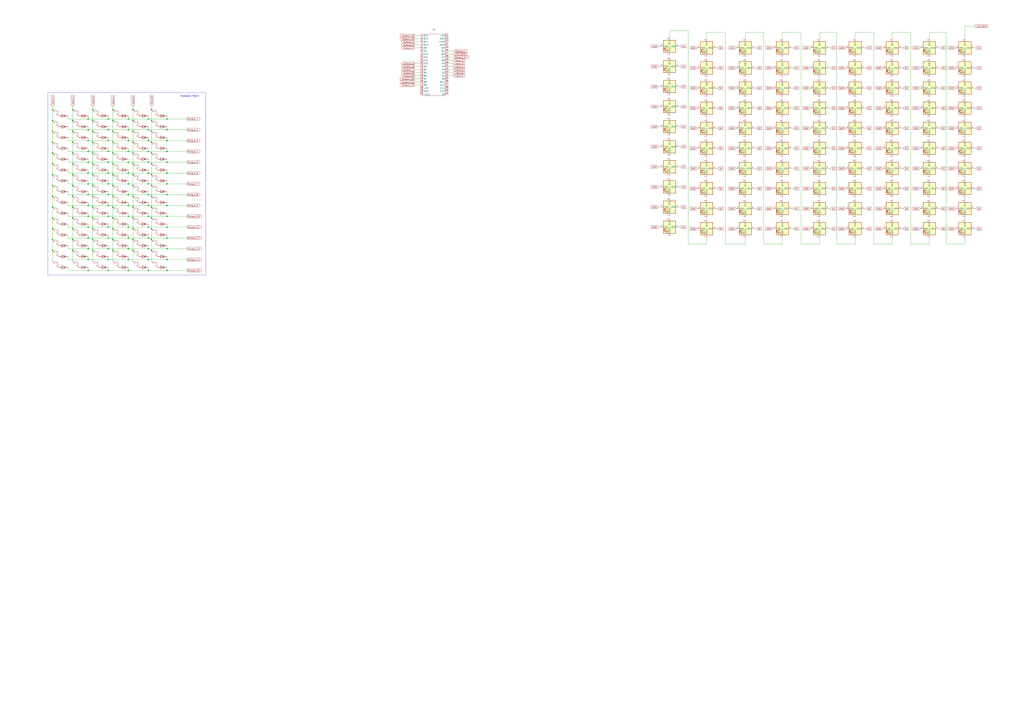
<source format=kicad_sch>
(kicad_sch
	(version 20250114)
	(generator "eeschema")
	(generator_version "9.0")
	(uuid "23bfea64-3293-4b50-a188-c281da23189a")
	(paper "A1")
	
	(rectangle
		(start 39.37 76.2)
		(end 168.91 226.06)
		(stroke
			(width 0)
			(type default)
		)
		(fill
			(type none)
		)
		(uuid e23f58e9-648c-4e03-996c-9539ab8c952f)
	)
	(text "Keyboard Matrix"
		(exclude_from_sim no)
		(at 155.956 78.994 0)
		(effects
			(font
				(size 1.27 1.27)
			)
		)
		(uuid "cf048810-22f7-450e-b634-45f7e9aa9822")
	)
	(junction
		(at 76.2 90.17)
		(diameter 0)
		(color 0 0 0 0)
		(uuid "008201e9-52a2-473a-a383-fac6d3cc94a2")
	)
	(junction
		(at 92.71 125.73)
		(diameter 0)
		(color 0 0 0 0)
		(uuid "00d9f061-137e-4c2e-ad1c-a99610a5271f")
	)
	(junction
		(at 124.46 205.74)
		(diameter 0)
		(color 0 0 0 0)
		(uuid "00fcc2bd-c151-47c9-9ae7-c4b049adc388")
	)
	(junction
		(at 121.92 222.25)
		(diameter 0)
		(color 0 0 0 0)
		(uuid "02ca9abc-23a7-4c28-8c5c-bf8b7f87526c")
	)
	(junction
		(at 43.18 205.74)
		(diameter 0)
		(color 0 0 0 0)
		(uuid "05143034-671c-463e-a2a2-b0f8ada14207")
	)
	(junction
		(at 92.71 161.29)
		(diameter 0)
		(color 0 0 0 0)
		(uuid "085f0094-8a09-429f-92e9-c6c8845c6576")
	)
	(junction
		(at 124.46 116.84)
		(diameter 0)
		(color 0 0 0 0)
		(uuid "0b0709fa-b2c2-4678-811b-1295e488db5a")
	)
	(junction
		(at 137.16 151.13)
		(diameter 0)
		(color 0 0 0 0)
		(uuid "0b2363ba-c450-441f-b6ca-1516f660b3bf")
	)
	(junction
		(at 72.39 204.47)
		(diameter 0)
		(color 0 0 0 0)
		(uuid "0f9764c0-05a4-4c29-9152-19375511fff3")
	)
	(junction
		(at 72.39 222.25)
		(diameter 0)
		(color 0 0 0 0)
		(uuid "108d7cbe-45f3-4cb9-b5e6-e427b3592e22")
	)
	(junction
		(at 137.16 213.36)
		(diameter 0)
		(color 0 0 0 0)
		(uuid "1175016b-7267-41ec-b088-2f3f1dc46d0b")
	)
	(junction
		(at 137.16 97.79)
		(diameter 0)
		(color 0 0 0 0)
		(uuid "11e777de-e74b-4c8b-869a-c3ba198c9dbc")
	)
	(junction
		(at 92.71 90.17)
		(diameter 0)
		(color 0 0 0 0)
		(uuid "127a6ef2-8b24-451f-9b71-26538c1ce433")
	)
	(junction
		(at 105.41 151.13)
		(diameter 0)
		(color 0 0 0 0)
		(uuid "141f89bf-de2f-4533-a4b9-f6b1357b43f8")
	)
	(junction
		(at 76.2 170.18)
		(diameter 0)
		(color 0 0 0 0)
		(uuid "15570bb7-12f8-4b0f-ab0c-7e948b432542")
	)
	(junction
		(at 72.39 97.79)
		(diameter 0)
		(color 0 0 0 0)
		(uuid "164c0f60-7227-4250-b291-fde349d12592")
	)
	(junction
		(at 137.16 186.69)
		(diameter 0)
		(color 0 0 0 0)
		(uuid "171b90b8-886a-4065-b4e4-0d934eb38b04")
	)
	(junction
		(at 124.46 187.96)
		(diameter 0)
		(color 0 0 0 0)
		(uuid "1e105a6c-95dc-42a0-9b00-556e11273e99")
	)
	(junction
		(at 105.41 142.24)
		(diameter 0)
		(color 0 0 0 0)
		(uuid "1e965ace-a99d-4878-98fe-1b4a793a1c0c")
	)
	(junction
		(at 43.18 90.17)
		(diameter 0)
		(color 0 0 0 0)
		(uuid "2096d05b-7517-4f62-874e-94ecd0381a19")
	)
	(junction
		(at 121.92 142.24)
		(diameter 0)
		(color 0 0 0 0)
		(uuid "20f24ae8-f199-4dde-a032-5d6a849e0dbb")
	)
	(junction
		(at 88.9 106.68)
		(diameter 0)
		(color 0 0 0 0)
		(uuid "22735140-938e-41ec-baaa-5a8c092846d9")
	)
	(junction
		(at 92.71 179.07)
		(diameter 0)
		(color 0 0 0 0)
		(uuid "23525830-6b6b-4092-b5a8-96e55865f790")
	)
	(junction
		(at 88.9 97.79)
		(diameter 0)
		(color 0 0 0 0)
		(uuid "24350fe2-2f74-4f52-81dd-698d41152ad4")
	)
	(junction
		(at 72.39 151.13)
		(diameter 0)
		(color 0 0 0 0)
		(uuid "2b5246bb-d451-4c8a-9498-42a47e1d6c97")
	)
	(junction
		(at 76.2 99.06)
		(diameter 0)
		(color 0 0 0 0)
		(uuid "2bd53819-ba4d-4339-b5f1-a053849f2fdd")
	)
	(junction
		(at 59.69 99.06)
		(diameter 0)
		(color 0 0 0 0)
		(uuid "2d579333-66a9-4718-b5fe-19c4ad4833e9")
	)
	(junction
		(at 72.39 142.24)
		(diameter 0)
		(color 0 0 0 0)
		(uuid "2dc24d99-4b0c-429d-8951-d54499ec4e40")
	)
	(junction
		(at 88.9 142.24)
		(diameter 0)
		(color 0 0 0 0)
		(uuid "2f298fd9-47c9-4913-b9b5-730da173a861")
	)
	(junction
		(at 43.18 116.84)
		(diameter 0)
		(color 0 0 0 0)
		(uuid "31b54450-44c5-4b7a-83e7-3e1e11ba537a")
	)
	(junction
		(at 76.2 107.95)
		(diameter 0)
		(color 0 0 0 0)
		(uuid "322795c8-fd9c-4ffa-abff-f0a1682d62e2")
	)
	(junction
		(at 109.22 161.29)
		(diameter 0)
		(color 0 0 0 0)
		(uuid "335313a5-b8d8-4a71-8d3c-a30239e24288")
	)
	(junction
		(at 92.71 134.62)
		(diameter 0)
		(color 0 0 0 0)
		(uuid "340da787-6195-432e-b46e-96fae0c9ac06")
	)
	(junction
		(at 137.16 222.25)
		(diameter 0)
		(color 0 0 0 0)
		(uuid "34231a71-1ad1-4361-942d-903bb2715f50")
	)
	(junction
		(at 88.9 204.47)
		(diameter 0)
		(color 0 0 0 0)
		(uuid "342a67e1-a17c-46d5-890e-ecbb6545ccd0")
	)
	(junction
		(at 121.92 204.47)
		(diameter 0)
		(color 0 0 0 0)
		(uuid "360b481e-5887-45c0-8597-60820931c267")
	)
	(junction
		(at 76.2 116.84)
		(diameter 0)
		(color 0 0 0 0)
		(uuid "36a82f42-a401-4e98-acfb-d83b1f0f60fb")
	)
	(junction
		(at 105.41 204.47)
		(diameter 0)
		(color 0 0 0 0)
		(uuid "3764b039-5e9a-4ba9-bb37-3fa34bb871a0")
	)
	(junction
		(at 109.22 107.95)
		(diameter 0)
		(color 0 0 0 0)
		(uuid "3e1514f6-3173-42c3-85ad-fff1d6490689")
	)
	(junction
		(at 88.9 186.69)
		(diameter 0)
		(color 0 0 0 0)
		(uuid "3efe559d-50a1-4d92-b6aa-d888d6e148ad")
	)
	(junction
		(at 88.9 133.35)
		(diameter 0)
		(color 0 0 0 0)
		(uuid "3fba95eb-94b6-4bda-8047-fd933f81d3a0")
	)
	(junction
		(at 72.39 115.57)
		(diameter 0)
		(color 0 0 0 0)
		(uuid "4058fa3d-279c-446b-aef8-9571b54a780c")
	)
	(junction
		(at 105.41 97.79)
		(diameter 0)
		(color 0 0 0 0)
		(uuid "414d2271-f7f2-4e0a-b99b-00baf43fc869")
	)
	(junction
		(at 92.71 116.84)
		(diameter 0)
		(color 0 0 0 0)
		(uuid "43c733f1-96c1-4d35-b4eb-a8e25adfc2d6")
	)
	(junction
		(at 72.39 177.8)
		(diameter 0)
		(color 0 0 0 0)
		(uuid "4454c7a8-64c8-48ca-b969-3e18070e4f92")
	)
	(junction
		(at 124.46 196.85)
		(diameter 0)
		(color 0 0 0 0)
		(uuid "4526246f-70a5-4ed3-b418-4c2e1fcdc3eb")
	)
	(junction
		(at 105.41 124.46)
		(diameter 0)
		(color 0 0 0 0)
		(uuid "46b2961f-25d2-48a4-abbf-1364912b7138")
	)
	(junction
		(at 72.39 168.91)
		(diameter 0)
		(color 0 0 0 0)
		(uuid "48682f37-988a-4f45-8ade-dee8fbaeceda")
	)
	(junction
		(at 92.71 170.18)
		(diameter 0)
		(color 0 0 0 0)
		(uuid "489fa079-dc29-4522-ae8c-305563357635")
	)
	(junction
		(at 43.18 187.96)
		(diameter 0)
		(color 0 0 0 0)
		(uuid "4c2370c7-c5e6-4cee-b7a4-c60123a3b5ab")
	)
	(junction
		(at 59.69 205.74)
		(diameter 0)
		(color 0 0 0 0)
		(uuid "4e2ea5a1-ec1f-45eb-86db-0bc5ca3742ca")
	)
	(junction
		(at 59.69 116.84)
		(diameter 0)
		(color 0 0 0 0)
		(uuid "4e5cf0c3-b4b1-4d68-9da0-6572ea151179")
	)
	(junction
		(at 124.46 90.17)
		(diameter 0)
		(color 0 0 0 0)
		(uuid "4f1be5a9-d231-4d08-8bf3-87e7846c4b53")
	)
	(junction
		(at 43.18 99.06)
		(diameter 0)
		(color 0 0 0 0)
		(uuid "500b2f49-e96b-4e2e-a627-0260322ef2c8")
	)
	(junction
		(at 59.69 90.17)
		(diameter 0)
		(color 0 0 0 0)
		(uuid "500bcb91-fd21-49ac-bdb3-3923f5c29122")
	)
	(junction
		(at 76.2 161.29)
		(diameter 0)
		(color 0 0 0 0)
		(uuid "504e3918-9d63-490d-8a17-3744440c9287")
	)
	(junction
		(at 76.2 196.85)
		(diameter 0)
		(color 0 0 0 0)
		(uuid "51370da9-8861-4f82-9aa0-3521aea29f1e")
	)
	(junction
		(at 72.39 160.02)
		(diameter 0)
		(color 0 0 0 0)
		(uuid "517b2c38-3037-4ec5-b178-77719454d778")
	)
	(junction
		(at 76.2 187.96)
		(diameter 0)
		(color 0 0 0 0)
		(uuid "51f01035-eb33-4cf8-889b-e8c42c950bb6")
	)
	(junction
		(at 43.18 134.62)
		(diameter 0)
		(color 0 0 0 0)
		(uuid "52786592-13a0-4c3e-99fe-3a69094beaa3")
	)
	(junction
		(at 137.16 160.02)
		(diameter 0)
		(color 0 0 0 0)
		(uuid "54454637-35bc-4d89-b61f-6e7a6f471e11")
	)
	(junction
		(at 105.41 213.36)
		(diameter 0)
		(color 0 0 0 0)
		(uuid "54844daa-83f8-4b92-bf72-a21ecc048df1")
	)
	(junction
		(at 43.18 152.4)
		(diameter 0)
		(color 0 0 0 0)
		(uuid "55d83e38-d83b-47f0-b49a-c6479153e791")
	)
	(junction
		(at 59.69 161.29)
		(diameter 0)
		(color 0 0 0 0)
		(uuid "5644ffe5-167f-4378-a02e-3f22b1c79ae9")
	)
	(junction
		(at 76.2 134.62)
		(diameter 0)
		(color 0 0 0 0)
		(uuid "57fb6869-7272-4d37-9af9-e931dbab3113")
	)
	(junction
		(at 88.9 177.8)
		(diameter 0)
		(color 0 0 0 0)
		(uuid "594b383b-205d-45b9-88c3-86f1abde763b")
	)
	(junction
		(at 92.71 187.96)
		(diameter 0)
		(color 0 0 0 0)
		(uuid "5ae1b980-77ee-41f5-a6a2-9bf9439bb3b9")
	)
	(junction
		(at 88.9 195.58)
		(diameter 0)
		(color 0 0 0 0)
		(uuid "5b54221d-ad0e-4b0d-93a9-206eb34ee247")
	)
	(junction
		(at 121.92 115.57)
		(diameter 0)
		(color 0 0 0 0)
		(uuid "5bf88636-3352-4e0d-b7d0-c5284c61dfb4")
	)
	(junction
		(at 59.69 170.18)
		(diameter 0)
		(color 0 0 0 0)
		(uuid "5cc364c2-445c-4175-b061-30b3d38a68a9")
	)
	(junction
		(at 59.69 125.73)
		(diameter 0)
		(color 0 0 0 0)
		(uuid "5eba1534-c455-475f-8110-103e7dd01bdf")
	)
	(junction
		(at 43.18 107.95)
		(diameter 0)
		(color 0 0 0 0)
		(uuid "5ff793d8-f2ec-4880-a44a-92cbf2c98ebc")
	)
	(junction
		(at 72.39 106.68)
		(diameter 0)
		(color 0 0 0 0)
		(uuid "6895e605-b0b0-45a2-b388-796ec53252a6")
	)
	(junction
		(at 121.92 106.68)
		(diameter 0)
		(color 0 0 0 0)
		(uuid "6c8cf8ed-3d90-44ee-9995-d45983b51a54")
	)
	(junction
		(at 109.22 99.06)
		(diameter 0)
		(color 0 0 0 0)
		(uuid "6d78fb40-0ae2-4f8c-accf-5cab02ad02d1")
	)
	(junction
		(at 137.16 177.8)
		(diameter 0)
		(color 0 0 0 0)
		(uuid "6ee6444a-af99-4e4b-a0e9-f2920eb80551")
	)
	(junction
		(at 109.22 125.73)
		(diameter 0)
		(color 0 0 0 0)
		(uuid "6f0e82a6-fcc4-4748-ac3e-a347216eb9c0")
	)
	(junction
		(at 109.22 116.84)
		(diameter 0)
		(color 0 0 0 0)
		(uuid "70649150-66b5-481c-a9d9-54ddfae50c68")
	)
	(junction
		(at 76.2 125.73)
		(diameter 0)
		(color 0 0 0 0)
		(uuid "715c8635-f847-4c51-bc65-5f8d9403be34")
	)
	(junction
		(at 105.41 195.58)
		(diameter 0)
		(color 0 0 0 0)
		(uuid "7336ca52-4df0-45ed-9833-8defa77329f3")
	)
	(junction
		(at 72.39 213.36)
		(diameter 0)
		(color 0 0 0 0)
		(uuid "75c42ca8-15a1-4532-9759-4dc8203e6f87")
	)
	(junction
		(at 121.92 160.02)
		(diameter 0)
		(color 0 0 0 0)
		(uuid "79074d61-e15b-41a7-afb7-d8dcb6cf7f02")
	)
	(junction
		(at 92.71 107.95)
		(diameter 0)
		(color 0 0 0 0)
		(uuid "797c883f-86d5-45ec-83e5-dcaeea6a1f40")
	)
	(junction
		(at 43.18 143.51)
		(diameter 0)
		(color 0 0 0 0)
		(uuid "7b07f229-8eca-489a-b7e6-e741d93478af")
	)
	(junction
		(at 121.92 133.35)
		(diameter 0)
		(color 0 0 0 0)
		(uuid "7ce813b7-0382-4732-8723-bf89f2a008c9")
	)
	(junction
		(at 137.16 195.58)
		(diameter 0)
		(color 0 0 0 0)
		(uuid "7e6e8a82-1cf4-4e94-b52d-1e4c2555d9c6")
	)
	(junction
		(at 124.46 107.95)
		(diameter 0)
		(color 0 0 0 0)
		(uuid "7fde43e5-651c-442b-b57b-f3e44f82077f")
	)
	(junction
		(at 121.92 177.8)
		(diameter 0)
		(color 0 0 0 0)
		(uuid "81347781-e07c-4ecd-ae4d-6a5c8845774b")
	)
	(junction
		(at 88.9 124.46)
		(diameter 0)
		(color 0 0 0 0)
		(uuid "822fd430-ece7-47f1-b8bb-8918f9c3c291")
	)
	(junction
		(at 105.41 115.57)
		(diameter 0)
		(color 0 0 0 0)
		(uuid "83d338c7-3306-47c7-9d8a-87f050c3ac17")
	)
	(junction
		(at 92.71 99.06)
		(diameter 0)
		(color 0 0 0 0)
		(uuid "840d760e-ae32-4742-8489-f5e78249ce29")
	)
	(junction
		(at 124.46 99.06)
		(diameter 0)
		(color 0 0 0 0)
		(uuid "88f7c772-2f10-45fa-9897-641be9e58d83")
	)
	(junction
		(at 105.41 168.91)
		(diameter 0)
		(color 0 0 0 0)
		(uuid "891adcd8-1f95-4066-b9f4-e4a31928aeec")
	)
	(junction
		(at 92.71 196.85)
		(diameter 0)
		(color 0 0 0 0)
		(uuid "8ca668a1-9ff7-499c-99a5-0d70d6f49248")
	)
	(junction
		(at 137.16 124.46)
		(diameter 0)
		(color 0 0 0 0)
		(uuid "8e5d3df2-49b9-4ff9-8d48-f86130a44d74")
	)
	(junction
		(at 137.16 142.24)
		(diameter 0)
		(color 0 0 0 0)
		(uuid "8f6ae30f-f42d-41e4-a3cd-8425cc0af733")
	)
	(junction
		(at 121.92 97.79)
		(diameter 0)
		(color 0 0 0 0)
		(uuid "902f2101-0c2b-42cd-b9bc-3773d31217a0")
	)
	(junction
		(at 121.92 195.58)
		(diameter 0)
		(color 0 0 0 0)
		(uuid "905ed7fc-49f9-4a7d-bf7e-32552bf9d1f5")
	)
	(junction
		(at 105.41 222.25)
		(diameter 0)
		(color 0 0 0 0)
		(uuid "9185494b-7677-4687-a72b-643c62e1c92d")
	)
	(junction
		(at 43.18 125.73)
		(diameter 0)
		(color 0 0 0 0)
		(uuid "92441db5-3988-4508-b5a1-b1452964d304")
	)
	(junction
		(at 109.22 152.4)
		(diameter 0)
		(color 0 0 0 0)
		(uuid "945169c9-97b4-439d-85ff-3a3edcbbbd2c")
	)
	(junction
		(at 124.46 179.07)
		(diameter 0)
		(color 0 0 0 0)
		(uuid "95b8f617-d12c-4ca5-82f4-a477b1ac2717")
	)
	(junction
		(at 76.2 205.74)
		(diameter 0)
		(color 0 0 0 0)
		(uuid "9834e476-4b3d-4f9a-a8ee-51926e54ec40")
	)
	(junction
		(at 124.46 143.51)
		(diameter 0)
		(color 0 0 0 0)
		(uuid "997ce1f9-9f1c-4f81-a60d-46ded85fe2cf")
	)
	(junction
		(at 59.69 196.85)
		(diameter 0)
		(color 0 0 0 0)
		(uuid "9f7f037d-5154-485d-996b-912d31682d6d")
	)
	(junction
		(at 92.71 143.51)
		(diameter 0)
		(color 0 0 0 0)
		(uuid "a1e6ccc6-c2c8-44c7-be01-6c21689c7b0b")
	)
	(junction
		(at 92.71 152.4)
		(diameter 0)
		(color 0 0 0 0)
		(uuid "a388be4c-0da9-4df4-a4d1-176d273f7cd6")
	)
	(junction
		(at 109.22 143.51)
		(diameter 0)
		(color 0 0 0 0)
		(uuid "a5ed5437-58d5-4c6c-8589-256ab6c42761")
	)
	(junction
		(at 43.18 196.85)
		(diameter 0)
		(color 0 0 0 0)
		(uuid "a686cd95-b770-4b4a-9068-b2baafc35c44")
	)
	(junction
		(at 124.46 125.73)
		(diameter 0)
		(color 0 0 0 0)
		(uuid "aa456d8b-4d43-4cf2-a515-5f97fe1090c7")
	)
	(junction
		(at 43.18 179.07)
		(diameter 0)
		(color 0 0 0 0)
		(uuid "aa5a88af-8b61-4e24-8f32-9dec2d7db85d")
	)
	(junction
		(at 109.22 134.62)
		(diameter 0)
		(color 0 0 0 0)
		(uuid "ac9be02f-f736-4d01-a800-823fab959c6b")
	)
	(junction
		(at 109.22 179.07)
		(diameter 0)
		(color 0 0 0 0)
		(uuid "ada3115f-2083-4932-a31c-5beda90cc39f")
	)
	(junction
		(at 88.9 151.13)
		(diameter 0)
		(color 0 0 0 0)
		(uuid "ae0442a8-aade-418e-9ee4-0196da80ca0a")
	)
	(junction
		(at 59.69 107.95)
		(diameter 0)
		(color 0 0 0 0)
		(uuid "b1d7b3c5-a956-4856-a8b4-dd1553e0b5ec")
	)
	(junction
		(at 124.46 161.29)
		(diameter 0)
		(color 0 0 0 0)
		(uuid "b51e80c1-8e12-4af2-8a96-dda3453d2c4d")
	)
	(junction
		(at 59.69 134.62)
		(diameter 0)
		(color 0 0 0 0)
		(uuid "b854a9ba-b884-490f-b024-9a7b54dc06cd")
	)
	(junction
		(at 88.9 213.36)
		(diameter 0)
		(color 0 0 0 0)
		(uuid "b880796f-8b51-4648-b30e-d4e295f2afb7")
	)
	(junction
		(at 76.2 179.07)
		(diameter 0)
		(color 0 0 0 0)
		(uuid "bfb939b9-4e43-4700-8b69-bbe6b33408b1")
	)
	(junction
		(at 76.2 143.51)
		(diameter 0)
		(color 0 0 0 0)
		(uuid "c03d522a-e136-4851-999e-40d0587d4031")
	)
	(junction
		(at 109.22 90.17)
		(diameter 0)
		(color 0 0 0 0)
		(uuid "c0b0294d-0a7c-4e5a-8008-f5d9f5760dd2")
	)
	(junction
		(at 76.2 152.4)
		(diameter 0)
		(color 0 0 0 0)
		(uuid "c2606a80-7d9c-461b-a289-f1e29541759e")
	)
	(junction
		(at 105.41 133.35)
		(diameter 0)
		(color 0 0 0 0)
		(uuid "c26c3c18-8828-4721-877e-c741c3c38b31")
	)
	(junction
		(at 105.41 106.68)
		(diameter 0)
		(color 0 0 0 0)
		(uuid "c4c05c7a-873f-4f66-b01f-27b1d01eecb8")
	)
	(junction
		(at 88.9 160.02)
		(diameter 0)
		(color 0 0 0 0)
		(uuid "c5073b7c-85ed-4080-ac23-6e9356e9d657")
	)
	(junction
		(at 109.22 170.18)
		(diameter 0)
		(color 0 0 0 0)
		(uuid "c5386c15-ac5e-45a0-bb08-3675e7442ff4")
	)
	(junction
		(at 59.69 143.51)
		(diameter 0)
		(color 0 0 0 0)
		(uuid "cba0ee10-d92e-4277-8e0b-c98ff3ad7a5d")
	)
	(junction
		(at 59.69 187.96)
		(diameter 0)
		(color 0 0 0 0)
		(uuid "d20fb7ca-1f42-47e6-9a0b-177297a92c9d")
	)
	(junction
		(at 124.46 134.62)
		(diameter 0)
		(color 0 0 0 0)
		(uuid "d312c851-981e-4678-95b4-dc3a64ce3355")
	)
	(junction
		(at 72.39 133.35)
		(diameter 0)
		(color 0 0 0 0)
		(uuid "d5ccc899-a8ee-4fd1-a466-db8a2cd2065f")
	)
	(junction
		(at 88.9 115.57)
		(diameter 0)
		(color 0 0 0 0)
		(uuid "d63012af-fed1-4c23-a77d-c59353568ea1")
	)
	(junction
		(at 72.39 186.69)
		(diameter 0)
		(color 0 0 0 0)
		(uuid "d6b5f999-7947-484d-a4b9-0587ab09a684")
	)
	(junction
		(at 72.39 195.58)
		(diameter 0)
		(color 0 0 0 0)
		(uuid "d80c0494-0439-4034-9345-0b00affc7cf5")
	)
	(junction
		(at 43.18 161.29)
		(diameter 0)
		(color 0 0 0 0)
		(uuid "d98d12e5-106e-43a8-883c-01eb16c0d3cb")
	)
	(junction
		(at 137.16 204.47)
		(diameter 0)
		(color 0 0 0 0)
		(uuid "dc97b34f-eec0-4c94-a307-9f60706566fb")
	)
	(junction
		(at 137.16 168.91)
		(diameter 0)
		(color 0 0 0 0)
		(uuid "de4d5882-bbe1-4c50-83f8-66a281d362bb")
	)
	(junction
		(at 105.41 186.69)
		(diameter 0)
		(color 0 0 0 0)
		(uuid "e0e90383-e67f-4ef2-a621-c8be890f7b89")
	)
	(junction
		(at 72.39 124.46)
		(diameter 0)
		(color 0 0 0 0)
		(uuid "e3e64ae4-c79d-4677-a47c-ab014486929e")
	)
	(junction
		(at 137.16 115.57)
		(diameter 0)
		(color 0 0 0 0)
		(uuid "e4befe41-56e9-4986-926a-9a26da4093d5")
	)
	(junction
		(at 59.69 152.4)
		(diameter 0)
		(color 0 0 0 0)
		(uuid "e501990d-f334-483c-9ff2-cd4c84c5fa81")
	)
	(junction
		(at 43.18 170.18)
		(diameter 0)
		(color 0 0 0 0)
		(uuid "e5ff41cd-a91e-4bc1-80e8-62dcb9a7113d")
	)
	(junction
		(at 92.71 205.74)
		(diameter 0)
		(color 0 0 0 0)
		(uuid "e8f6d9dc-01a8-4820-9609-67e0bda0c488")
	)
	(junction
		(at 88.9 168.91)
		(diameter 0)
		(color 0 0 0 0)
		(uuid "e8f98d4b-1d4c-4a3e-916f-dc5c32abcda3")
	)
	(junction
		(at 121.92 124.46)
		(diameter 0)
		(color 0 0 0 0)
		(uuid "e939b4a4-db79-4a3f-9fe8-ef58599cec57")
	)
	(junction
		(at 124.46 170.18)
		(diameter 0)
		(color 0 0 0 0)
		(uuid "ec158334-097e-48d6-a917-e0a152864f78")
	)
	(junction
		(at 59.69 179.07)
		(diameter 0)
		(color 0 0 0 0)
		(uuid "ed356be0-1398-4429-b4aa-b7201b809447")
	)
	(junction
		(at 124.46 152.4)
		(diameter 0)
		(color 0 0 0 0)
		(uuid "efdd4dc9-c921-47f8-926a-17e3a787e82a")
	)
	(junction
		(at 109.22 205.74)
		(diameter 0)
		(color 0 0 0 0)
		(uuid "f32ba54b-0457-4756-8f39-60ffff2dc432")
	)
	(junction
		(at 137.16 133.35)
		(diameter 0)
		(color 0 0 0 0)
		(uuid "f4d69d9c-77c8-4957-95bc-c085df71bfba")
	)
	(junction
		(at 88.9 222.25)
		(diameter 0)
		(color 0 0 0 0)
		(uuid "f78214f4-fefa-41d8-89df-59b9129787ef")
	)
	(junction
		(at 121.92 168.91)
		(diameter 0)
		(color 0 0 0 0)
		(uuid "f7d71e75-109a-476e-8601-8baabd5cdf7f")
	)
	(junction
		(at 109.22 187.96)
		(diameter 0)
		(color 0 0 0 0)
		(uuid "f85913d1-209b-496f-8e9a-63e448447551")
	)
	(junction
		(at 105.41 177.8)
		(diameter 0)
		(color 0 0 0 0)
		(uuid "f900e93c-3caf-45af-a271-145965e48075")
	)
	(junction
		(at 105.41 160.02)
		(diameter 0)
		(color 0 0 0 0)
		(uuid "f97b7f83-309f-4c50-9f59-0f70aa28f22c")
	)
	(junction
		(at 137.16 106.68)
		(diameter 0)
		(color 0 0 0 0)
		(uuid "fb7a965f-8d32-4863-8b62-ebb9f559e1bf")
	)
	(junction
		(at 121.92 186.69)
		(diameter 0)
		(color 0 0 0 0)
		(uuid "fc57f8f9-631c-4ba9-9482-6124bc650687")
	)
	(junction
		(at 109.22 196.85)
		(diameter 0)
		(color 0 0 0 0)
		(uuid "fc60e1b4-bb29-46fa-ac83-5a7f6a457cf0")
	)
	(junction
		(at 121.92 213.36)
		(diameter 0)
		(color 0 0 0 0)
		(uuid "fd1d3627-a18c-419b-86db-1201ab72c0fa")
	)
	(junction
		(at 121.92 151.13)
		(diameter 0)
		(color 0 0 0 0)
		(uuid "ff4f0343-b856-4685-8cdf-a939ee3110da")
	)
	(wire
		(pts
			(xy 717.55 26.67) (xy 702.31 26.67)
		)
		(stroke
			(width 0)
			(type default)
		)
		(uuid "00a755d4-c155-416f-9382-5d213eb61af4")
	)
	(wire
		(pts
			(xy 72.39 210.82) (xy 72.39 213.36)
		)
		(stroke
			(width 0)
			(type default)
		)
		(uuid "016921a4-4b90-4cda-8727-89853ce52f4a")
	)
	(wire
		(pts
			(xy 711.2 171.45) (xy 709.93 171.45)
		)
		(stroke
			(width 0)
			(type default)
		)
		(uuid "034a91b0-5cad-4de9-a1d1-7e5327412b24")
	)
	(wire
		(pts
			(xy 92.71 134.62) (xy 92.71 143.51)
		)
		(stroke
			(width 0)
			(type default)
		)
		(uuid "0399fb43-7f93-434d-b0bc-f5ee0b230a84")
	)
	(wire
		(pts
			(xy 59.69 87.63) (xy 59.69 90.17)
		)
		(stroke
			(width 0)
			(type default)
		)
		(uuid "04ccd88a-42b4-4961-896b-97d7d0416c1a")
	)
	(wire
		(pts
			(xy 368.3 46.99) (xy 373.38 46.99)
		)
		(stroke
			(width 0)
			(type default)
		)
		(uuid "05b6d054-e875-46b2-9575-d93b65ddd561")
	)
	(wire
		(pts
			(xy 621.03 88.9) (xy 619.76 88.9)
		)
		(stroke
			(width 0)
			(type default)
		)
		(uuid "08ce3866-199a-4b7c-9ec2-1733803e7ab8")
	)
	(wire
		(pts
			(xy 137.16 115.57) (xy 153.67 115.57)
		)
		(stroke
			(width 0)
			(type default)
		)
		(uuid "09166cae-918d-4f80-9094-f233fe391612")
	)
	(wire
		(pts
			(xy 121.92 166.37) (xy 121.92 168.91)
		)
		(stroke
			(width 0)
			(type default)
		)
		(uuid "09a64c0f-98b7-4140-8a71-5a792d896955")
	)
	(wire
		(pts
			(xy 59.69 125.73) (xy 59.69 134.62)
		)
		(stroke
			(width 0)
			(type default)
		)
		(uuid "0b26e2b1-ce4d-4b8e-9fa3-0bc8fa618f12")
	)
	(wire
		(pts
			(xy 72.39 142.24) (xy 88.9 142.24)
		)
		(stroke
			(width 0)
			(type default)
		)
		(uuid "0b582c31-3a1a-4356-8526-68f93b650c6f")
	)
	(wire
		(pts
			(xy 121.92 201.93) (xy 121.92 204.47)
		)
		(stroke
			(width 0)
			(type default)
		)
		(uuid "0b5ea3ea-c845-419c-894a-eb6a1c652e87")
	)
	(wire
		(pts
			(xy 121.92 222.25) (xy 137.16 222.25)
		)
		(stroke
			(width 0)
			(type default)
		)
		(uuid "0d43e70b-91c3-4269-9705-7eae03407c4f")
	)
	(wire
		(pts
			(xy 673.1 195.58) (xy 673.1 200.66)
		)
		(stroke
			(width 0)
			(type default)
		)
		(uuid "0d6f587d-88bd-4682-988f-f739e38ff0f2")
	)
	(wire
		(pts
			(xy 72.39 157.48) (xy 72.39 160.02)
		)
		(stroke
			(width 0)
			(type default)
		)
		(uuid "0de2b4ca-a352-4174-87fb-f64a5a24f646")
	)
	(wire
		(pts
			(xy 72.39 193.04) (xy 72.39 195.58)
		)
		(stroke
			(width 0)
			(type default)
		)
		(uuid "0ee8aa62-0b7d-46d3-a513-91535fda933c")
	)
	(wire
		(pts
			(xy 612.14 195.58) (xy 612.14 200.66)
		)
		(stroke
			(width 0)
			(type default)
		)
		(uuid "0f6c7219-f0a2-4e2e-8563-ed8013122fc6")
	)
	(wire
		(pts
			(xy 124.46 87.63) (xy 124.46 90.17)
		)
		(stroke
			(width 0)
			(type default)
		)
		(uuid "0f71f1ae-d553-4e5e-a74d-86a0a2814318")
	)
	(wire
		(pts
			(xy 43.18 116.84) (xy 43.18 125.73)
		)
		(stroke
			(width 0)
			(type default)
		)
		(uuid "101c0dd1-1b4e-41e7-8323-15b2b42046bb")
	)
	(wire
		(pts
			(xy 801.37 171.45) (xy 800.1 171.45)
		)
		(stroke
			(width 0)
			(type default)
		)
		(uuid "10e5e02d-043f-4044-b9ca-b26f79edd08c")
	)
	(wire
		(pts
			(xy 137.16 106.68) (xy 153.67 106.68)
		)
		(stroke
			(width 0)
			(type default)
		)
		(uuid "11c4d897-dfcc-4655-90ce-88d0fe63c182")
	)
	(wire
		(pts
			(xy 340.36 29.21) (xy 344.805 29.21)
		)
		(stroke
			(width 0)
			(type default)
		)
		(uuid "121e4942-d515-4f7a-b084-59f80c8489b8")
	)
	(wire
		(pts
			(xy 76.2 99.06) (xy 76.2 107.95)
		)
		(stroke
			(width 0)
			(type default)
		)
		(uuid "12bce0ec-db97-4e91-add5-8c90268e6b2a")
	)
	(wire
		(pts
			(xy 105.41 201.93) (xy 105.41 204.47)
		)
		(stroke
			(width 0)
			(type default)
		)
		(uuid "12cfc0fc-3599-4bf8-9da8-2bd6926cde42")
	)
	(wire
		(pts
			(xy 59.69 99.06) (xy 59.69 107.95)
		)
		(stroke
			(width 0)
			(type default)
		)
		(uuid "134b6f04-c0a8-48d2-b13c-4a169b367372")
	)
	(wire
		(pts
			(xy 121.92 95.25) (xy 121.92 97.79)
		)
		(stroke
			(width 0)
			(type default)
		)
		(uuid "135748f1-2999-4afe-af7d-e79e5abc5c2a")
	)
	(wire
		(pts
			(xy 88.9 193.04) (xy 88.9 195.58)
		)
		(stroke
			(width 0)
			(type default)
		)
		(uuid "13c7f426-7175-4c17-b740-4044d7409ea4")
	)
	(wire
		(pts
			(xy 711.2 72.39) (xy 709.93 72.39)
		)
		(stroke
			(width 0)
			(type default)
		)
		(uuid "140735b6-8b50-40a0-86b1-d2a1bdf91cdc")
	)
	(wire
		(pts
			(xy 627.38 26.67) (xy 612.14 26.67)
		)
		(stroke
			(width 0)
			(type default)
		)
		(uuid "1412fea1-5ea3-41ad-ab76-3628a7042354")
	)
	(wire
		(pts
			(xy 76.2 107.95) (xy 76.2 116.84)
		)
		(stroke
			(width 0)
			(type default)
		)
		(uuid "1475757e-cab0-47f4-814b-d793aebc9263")
	)
	(wire
		(pts
			(xy 541.02 153.67) (xy 542.29 153.67)
		)
		(stroke
			(width 0)
			(type default)
		)
		(uuid "156feddc-d264-421b-89aa-134b115f4bd5")
	)
	(wire
		(pts
			(xy 72.39 113.03) (xy 72.39 115.57)
		)
		(stroke
			(width 0)
			(type default)
		)
		(uuid "1615fce7-6504-460d-9e64-2557cbfb947a")
	)
	(wire
		(pts
			(xy 121.92 186.69) (xy 137.16 186.69)
		)
		(stroke
			(width 0)
			(type default)
		)
		(uuid "16e13f33-120d-4070-aa51-a9f939a0b761")
	)
	(wire
		(pts
			(xy 681.99 171.45) (xy 680.72 171.45)
		)
		(stroke
			(width 0)
			(type default)
		)
		(uuid "170bb5df-e8b5-4ae5-bcff-fff6aa01c354")
	)
	(wire
		(pts
			(xy 76.2 161.29) (xy 76.2 170.18)
		)
		(stroke
			(width 0)
			(type default)
		)
		(uuid "1757f7ac-ab6b-4351-8f3c-1e616d4e6609")
	)
	(wire
		(pts
			(xy 88.9 95.25) (xy 88.9 97.79)
		)
		(stroke
			(width 0)
			(type default)
		)
		(uuid "18746824-20c8-4f63-8cac-8ced98239364")
	)
	(wire
		(pts
			(xy 137.16 177.8) (xy 153.67 177.8)
		)
		(stroke
			(width 0)
			(type default)
		)
		(uuid "1978f271-e20c-4bb4-9914-8ad4b0894d62")
	)
	(wire
		(pts
			(xy 137.16 193.04) (xy 137.16 195.58)
		)
		(stroke
			(width 0)
			(type default)
		)
		(uuid "1b085b2b-88aa-496b-8c4f-a05f13e76854")
	)
	(wire
		(pts
			(xy 558.8 186.69) (xy 557.53 186.69)
		)
		(stroke
			(width 0)
			(type default)
		)
		(uuid "1b26f1bf-2ecc-48d4-b93c-17230241f77e")
	)
	(wire
		(pts
			(xy 121.92 124.46) (xy 137.16 124.46)
		)
		(stroke
			(width 0)
			(type default)
		)
		(uuid "1b3a5a52-fcb7-4773-8705-57fa823cb94b")
	)
	(wire
		(pts
			(xy 72.39 222.25) (xy 88.9 222.25)
		)
		(stroke
			(width 0)
			(type default)
		)
		(uuid "1b7ac86e-2675-4e65-aab4-8efb8260bc7c")
	)
	(wire
		(pts
			(xy 88.9 177.8) (xy 105.41 177.8)
		)
		(stroke
			(width 0)
			(type default)
		)
		(uuid "1b813cf9-89bd-4d3a-ae25-849491399e93")
	)
	(wire
		(pts
			(xy 368.3 49.53) (xy 372.11 49.53)
		)
		(stroke
			(width 0)
			(type default)
		)
		(uuid "1b8ccaba-0f10-4997-ace1-fa05447ce7e2")
	)
	(wire
		(pts
			(xy 124.46 143.51) (xy 124.46 152.4)
		)
		(stroke
			(width 0)
			(type default)
		)
		(uuid "1bf8a529-3cd4-4391-bdff-b016f8109d8d")
	)
	(wire
		(pts
			(xy 368.3 57.15) (xy 372.11 57.15)
		)
		(stroke
			(width 0)
			(type default)
		)
		(uuid "1c81ec7d-6f06-438b-848b-e7bcfd9d6015")
	)
	(wire
		(pts
			(xy 124.46 116.84) (xy 124.46 125.73)
		)
		(stroke
			(width 0)
			(type default)
		)
		(uuid "1cc09fe0-5362-4565-af62-a64301052cf0")
	)
	(wire
		(pts
			(xy 681.99 105.41) (xy 680.72 105.41)
		)
		(stroke
			(width 0)
			(type default)
		)
		(uuid "1cdf82c3-b3b2-4f13-84ba-b4fd26e2fac8")
	)
	(wire
		(pts
			(xy 55.88 204.47) (xy 72.39 204.47)
		)
		(stroke
			(width 0)
			(type default)
		)
		(uuid "1ec65453-62a1-4172-8c58-a0239c463154")
	)
	(wire
		(pts
			(xy 137.16 113.03) (xy 137.16 115.57)
		)
		(stroke
			(width 0)
			(type default)
		)
		(uuid "1f4037cb-e5be-4ca5-b6e7-e9e6c5f2742a")
	)
	(wire
		(pts
			(xy 105.41 184.15) (xy 105.41 186.69)
		)
		(stroke
			(width 0)
			(type default)
		)
		(uuid "1f4ae8fa-fabf-4f0a-8415-e478da7a4b87")
	)
	(wire
		(pts
			(xy 55.88 168.91) (xy 72.39 168.91)
		)
		(stroke
			(width 0)
			(type default)
		)
		(uuid "1f6330a4-c537-43f9-81d3-d1ad271d19c9")
	)
	(wire
		(pts
			(xy 43.18 170.18) (xy 43.18 179.07)
		)
		(stroke
			(width 0)
			(type default)
		)
		(uuid "1f77f55a-cb8f-41f7-9e61-b1217c53b652")
	)
	(wire
		(pts
			(xy 651.51 121.92) (xy 650.24 121.92)
		)
		(stroke
			(width 0)
			(type default)
		)
		(uuid "20e04bd1-a9ad-4b71-b606-2e93043507f2")
	)
	(wire
		(pts
			(xy 792.48 113.03) (xy 792.48 114.3)
		)
		(stroke
			(width 0)
			(type default)
		)
		(uuid "214d2e12-ec71-4287-b649-89eff41f4851")
	)
	(wire
		(pts
			(xy 59.69 170.18) (xy 59.69 179.07)
		)
		(stroke
			(width 0)
			(type default)
		)
		(uuid "217658f9-47db-4377-88d2-18bdf52eb205")
	)
	(wire
		(pts
			(xy 43.18 205.74) (xy 43.18 214.63)
		)
		(stroke
			(width 0)
			(type default)
		)
		(uuid "21831f66-750e-4b47-87bf-46b69f43bc7a")
	)
	(wire
		(pts
			(xy 72.39 213.36) (xy 88.9 213.36)
		)
		(stroke
			(width 0)
			(type default)
		)
		(uuid "2222c88c-c0ae-4cee-8c5f-ff30b9f21a3c")
	)
	(wire
		(pts
			(xy 681.99 88.9) (xy 680.72 88.9)
		)
		(stroke
			(width 0)
			(type default)
		)
		(uuid "230486ed-1769-40ec-8cbe-cbf571cbc5a6")
	)
	(wire
		(pts
			(xy 772.16 39.37) (xy 770.89 39.37)
		)
		(stroke
			(width 0)
			(type default)
		)
		(uuid "23420924-b798-494f-8960-c5c3424c0266")
	)
	(wire
		(pts
			(xy 88.9 219.71) (xy 88.9 222.25)
		)
		(stroke
			(width 0)
			(type default)
		)
		(uuid "248f7398-a34b-4cbe-86cf-5019af70c6ba")
	)
	(wire
		(pts
			(xy 651.51 39.37) (xy 650.24 39.37)
		)
		(stroke
			(width 0)
			(type default)
		)
		(uuid "26299e0c-ca71-49d0-847e-398ffa607205")
	)
	(wire
		(pts
			(xy 681.99 121.92) (xy 680.72 121.92)
		)
		(stroke
			(width 0)
			(type default)
		)
		(uuid "263577f2-ae72-44bf-846c-5078c558c552")
	)
	(wire
		(pts
			(xy 137.16 219.71) (xy 137.16 222.25)
		)
		(stroke
			(width 0)
			(type default)
		)
		(uuid "2646360b-17d9-422b-85c5-d13c603750ff")
	)
	(wire
		(pts
			(xy 137.16 142.24) (xy 153.67 142.24)
		)
		(stroke
			(width 0)
			(type default)
		)
		(uuid "268194d1-1f00-4c42-90b2-cf91386fe067")
	)
	(wire
		(pts
			(xy 137.16 97.79) (xy 153.67 97.79)
		)
		(stroke
			(width 0)
			(type default)
		)
		(uuid "2696c874-0119-4f47-bd76-b11c56d9ab90")
	)
	(wire
		(pts
			(xy 137.16 222.25) (xy 153.67 222.25)
		)
		(stroke
			(width 0)
			(type default)
		)
		(uuid "26dee242-68bf-4345-9cbe-a74e1a881d1e")
	)
	(wire
		(pts
			(xy 76.2 205.74) (xy 76.2 214.63)
		)
		(stroke
			(width 0)
			(type default)
		)
		(uuid "26f99e4f-2559-481f-837c-7ee3e5361a57")
	)
	(wire
		(pts
			(xy 109.22 125.73) (xy 109.22 134.62)
		)
		(stroke
			(width 0)
			(type default)
		)
		(uuid "278ab84b-7cb6-4612-8951-dbb00b3de129")
	)
	(wire
		(pts
			(xy 627.38 200.66) (xy 627.38 26.67)
		)
		(stroke
			(width 0)
			(type default)
		)
		(uuid "27baf64f-6056-4dd6-b3b9-d2063efb9c23")
	)
	(wire
		(pts
			(xy 92.71 90.17) (xy 92.71 99.06)
		)
		(stroke
			(width 0)
			(type default)
		)
		(uuid "2940c4d8-4c11-4d48-8d84-1044dd990465")
	)
	(wire
		(pts
			(xy 109.22 161.29) (xy 109.22 170.18)
		)
		(stroke
			(width 0)
			(type default)
		)
		(uuid "29baff19-5906-4f47-831c-b45893c53e48")
	)
	(wire
		(pts
			(xy 772.16 72.39) (xy 770.89 72.39)
		)
		(stroke
			(width 0)
			(type default)
		)
		(uuid "2a5f9ff4-bd9b-4190-894c-c3ee36c0f260")
	)
	(wire
		(pts
			(xy 801.37 154.94) (xy 800.1 154.94)
		)
		(stroke
			(width 0)
			(type default)
		)
		(uuid "2b729dd7-41ad-4a31-800c-10310239acc3")
	)
	(wire
		(pts
			(xy 589.28 187.96) (xy 588.01 187.96)
		)
		(stroke
			(width 0)
			(type default)
		)
		(uuid "2c40c993-7dcc-4f49-b7bc-62cde7865947")
	)
	(wire
		(pts
			(xy 137.16 121.92) (xy 137.16 124.46)
		)
		(stroke
			(width 0)
			(type default)
		)
		(uuid "2ca5183f-695d-4067-a137-c8a9b137cacd")
	)
	(wire
		(pts
			(xy 711.2 105.41) (xy 709.93 105.41)
		)
		(stroke
			(width 0)
			(type default)
		)
		(uuid "2d36dce3-1001-4361-af1c-81521a58eb69")
	)
	(wire
		(pts
			(xy 673.1 26.67) (xy 673.1 31.75)
		)
		(stroke
			(width 0)
			(type default)
		)
		(uuid "2da47875-748c-4133-9792-4e63ace18910")
	)
	(wire
		(pts
			(xy 558.8 170.18) (xy 557.53 170.18)
		)
		(stroke
			(width 0)
			(type default)
		)
		(uuid "2e1014fa-51a6-4264-a54d-5f3d0853e5c2")
	)
	(wire
		(pts
			(xy 55.88 157.48) (xy 55.88 160.02)
		)
		(stroke
			(width 0)
			(type default)
		)
		(uuid "2e478701-f3eb-4339-a9c4-cf87c1241e46")
	)
	(wire
		(pts
			(xy 55.88 95.25) (xy 55.88 97.79)
		)
		(stroke
			(width 0)
			(type default)
		)
		(uuid "2fbaa1f3-9802-4e3f-ad94-43cdcf33ccf8")
	)
	(wire
		(pts
			(xy 121.92 151.13) (xy 137.16 151.13)
		)
		(stroke
			(width 0)
			(type default)
		)
		(uuid "2fe7a21a-f194-4ff4-bbd0-50496f585ac4")
	)
	(wire
		(pts
			(xy 105.41 157.48) (xy 105.41 160.02)
		)
		(stroke
			(width 0)
			(type default)
		)
		(uuid "30036f89-8154-4d7b-846d-488b4dbf827a")
	)
	(wire
		(pts
			(xy 59.69 152.4) (xy 59.69 161.29)
		)
		(stroke
			(width 0)
			(type default)
		)
		(uuid "300bb0a6-8138-4974-bcce-9e41f809dd2a")
	)
	(wire
		(pts
			(xy 711.2 121.92) (xy 709.93 121.92)
		)
		(stroke
			(width 0)
			(type default)
		)
		(uuid "3070dbda-e3ea-4800-a9f1-b304e6284de5")
	)
	(wire
		(pts
			(xy 368.3 44.45) (xy 372.11 44.45)
		)
		(stroke
			(width 0)
			(type default)
		)
		(uuid "31911f4e-068e-4baf-aea5-c25c510e5140")
	)
	(wire
		(pts
			(xy 772.16 55.88) (xy 770.89 55.88)
		)
		(stroke
			(width 0)
			(type default)
		)
		(uuid "32b52cda-b469-4f54-a8f6-0a91f7f8d014")
	)
	(wire
		(pts
			(xy 702.31 26.67) (xy 702.31 31.75)
		)
		(stroke
			(width 0)
			(type default)
		)
		(uuid "33dd8cc1-9738-4019-b4e5-5a67284e59cf")
	)
	(wire
		(pts
			(xy 88.9 166.37) (xy 88.9 168.91)
		)
		(stroke
			(width 0)
			(type default)
		)
		(uuid "348f595d-f4f9-4e66-bf01-0518ae545482")
	)
	(wire
		(pts
			(xy 92.71 161.29) (xy 92.71 170.18)
		)
		(stroke
			(width 0)
			(type default)
		)
		(uuid "3599d813-13f2-4411-8982-3b0dcfe2353a")
	)
	(wire
		(pts
			(xy 612.14 200.66) (xy 595.63 200.66)
		)
		(stroke
			(width 0)
			(type default)
		)
		(uuid "35f7c1f2-4f67-47d8-9c15-d4a2afa58462")
	)
	(wire
		(pts
			(xy 621.03 39.37) (xy 619.76 39.37)
		)
		(stroke
			(width 0)
			(type default)
		)
		(uuid "363813a4-30c6-4d9f-87c7-a5ab2d918000")
	)
	(wire
		(pts
			(xy 109.22 134.62) (xy 109.22 143.51)
		)
		(stroke
			(width 0)
			(type default)
		)
		(uuid "36a89436-28eb-46ae-bf81-5ba0c47271d6")
	)
	(wire
		(pts
			(xy 340.36 57.15) (xy 344.805 57.15)
		)
		(stroke
			(width 0)
			(type default)
		)
		(uuid "36cdc818-820d-429d-94cc-95d43af77c46")
	)
	(wire
		(pts
			(xy 105.41 106.68) (xy 121.92 106.68)
		)
		(stroke
			(width 0)
			(type default)
		)
		(uuid "38392a55-4327-42c8-b0dc-c837a64f7dec")
	)
	(wire
		(pts
			(xy 792.48 195.58) (xy 792.48 200.66)
		)
		(stroke
			(width 0)
			(type default)
		)
		(uuid "38d46d12-323e-48cc-a2e4-5b888e13f97a")
	)
	(wire
		(pts
			(xy 589.28 55.88) (xy 588.01 55.88)
		)
		(stroke
			(width 0)
			(type default)
		)
		(uuid "3a289965-1d94-4de6-a71b-23ade6a6d3e5")
	)
	(wire
		(pts
			(xy 55.88 201.93) (xy 55.88 204.47)
		)
		(stroke
			(width 0)
			(type default)
		)
		(uuid "3a53b535-330a-432c-b9c4-614254ec7811")
	)
	(wire
		(pts
			(xy 72.39 160.02) (xy 88.9 160.02)
		)
		(stroke
			(width 0)
			(type default)
		)
		(uuid "3aa03e7e-4c67-4587-ade2-bccfb1d4c25f")
	)
	(wire
		(pts
			(xy 55.88 106.68) (xy 72.39 106.68)
		)
		(stroke
			(width 0)
			(type default)
		)
		(uuid "3aaaacb1-a919-444f-b96a-bd7a6ed587d3")
	)
	(wire
		(pts
			(xy 541.02 137.16) (xy 542.29 137.16)
		)
		(stroke
			(width 0)
			(type default)
		)
		(uuid "3b817917-057a-417f-b9a9-34951fbcc828")
	)
	(wire
		(pts
			(xy 109.22 152.4) (xy 109.22 161.29)
		)
		(stroke
			(width 0)
			(type default)
		)
		(uuid "3ee501c1-2155-43cf-8cdf-5319c5d9fc0c")
	)
	(wire
		(pts
			(xy 657.86 26.67) (xy 642.62 26.67)
		)
		(stroke
			(width 0)
			(type default)
		)
		(uuid "3fb61429-66f1-4565-a6a8-30f349514d8a")
	)
	(wire
		(pts
			(xy 121.92 104.14) (xy 121.92 106.68)
		)
		(stroke
			(width 0)
			(type default)
		)
		(uuid "3fe743db-e534-442a-9c8f-e026ec03b15a")
	)
	(wire
		(pts
			(xy 121.92 133.35) (xy 137.16 133.35)
		)
		(stroke
			(width 0)
			(type default)
		)
		(uuid "40b21689-3407-4c51-b62b-1032729944cc")
	)
	(wire
		(pts
			(xy 59.69 116.84) (xy 59.69 125.73)
		)
		(stroke
			(width 0)
			(type default)
		)
		(uuid "414a40a8-fc83-4474-b9c0-9fccee269b07")
	)
	(wire
		(pts
			(xy 772.16 171.45) (xy 770.89 171.45)
		)
		(stroke
			(width 0)
			(type default)
		)
		(uuid "41a6b5b4-25e1-412c-959a-103b4c2f3234")
	)
	(wire
		(pts
			(xy 368.3 41.91) (xy 373.38 41.91)
		)
		(stroke
			(width 0)
			(type default)
		)
		(uuid "425bc9eb-9451-4d03-b593-124f2eb19436")
	)
	(wire
		(pts
			(xy 88.9 210.82) (xy 88.9 213.36)
		)
		(stroke
			(width 0)
			(type default)
		)
		(uuid "42dc8e97-6105-44d6-97e6-8bf82036f39d")
	)
	(wire
		(pts
			(xy 368.3 52.07) (xy 372.11 52.07)
		)
		(stroke
			(width 0)
			(type default)
		)
		(uuid "42dcc2c6-1016-419e-a38c-d108b637bb52")
	)
	(wire
		(pts
			(xy 92.71 170.18) (xy 92.71 179.07)
		)
		(stroke
			(width 0)
			(type default)
		)
		(uuid "4344f2cb-7f7e-4732-a7e5-1d22ce9a6c4a")
	)
	(wire
		(pts
			(xy 72.39 95.25) (xy 72.39 97.79)
		)
		(stroke
			(width 0)
			(type default)
		)
		(uuid "43affd82-cd34-47a7-8ebc-e8b6395042c0")
	)
	(wire
		(pts
			(xy 55.88 213.36) (xy 72.39 213.36)
		)
		(stroke
			(width 0)
			(type default)
		)
		(uuid "4411e77d-0089-4b58-8b30-b35f1b619439")
	)
	(wire
		(pts
			(xy 651.51 187.96) (xy 650.24 187.96)
		)
		(stroke
			(width 0)
			(type default)
		)
		(uuid "444338e0-19c8-401a-99e2-3d1f719c79fe")
	)
	(wire
		(pts
			(xy 55.88 121.92) (xy 55.88 124.46)
		)
		(stroke
			(width 0)
			(type default)
		)
		(uuid "45f8801c-3a55-401d-a666-e07bc79edb84")
	)
	(wire
		(pts
			(xy 340.36 69.85) (xy 344.805 69.85)
		)
		(stroke
			(width 0)
			(type default)
		)
		(uuid "46c382d7-559b-4012-b24a-94f0c948b618")
	)
	(wire
		(pts
			(xy 137.16 157.48) (xy 137.16 160.02)
		)
		(stroke
			(width 0)
			(type default)
		)
		(uuid "46eb7111-8780-4afe-9147-0e91d8c9b2ba")
	)
	(wire
		(pts
			(xy 748.03 200.66) (xy 748.03 26.67)
		)
		(stroke
			(width 0)
			(type default)
		)
		(uuid "4714f743-ae2e-41c0-ab8b-259d76217197")
	)
	(wire
		(pts
			(xy 105.41 104.14) (xy 105.41 106.68)
		)
		(stroke
			(width 0)
			(type default)
		)
		(uuid "474011e8-97e9-458f-9203-dc32cdcdb8ba")
	)
	(wire
		(pts
			(xy 681.99 55.88) (xy 680.72 55.88)
		)
		(stroke
			(width 0)
			(type default)
		)
		(uuid "4754abe9-8db6-4c83-9bde-13b28c71c415")
	)
	(wire
		(pts
			(xy 105.41 213.36) (xy 121.92 213.36)
		)
		(stroke
			(width 0)
			(type default)
		)
		(uuid "47560ec5-8251-40b8-a7ac-62b4d762c0aa")
	)
	(wire
		(pts
			(xy 59.69 90.17) (xy 59.69 99.06)
		)
		(stroke
			(width 0)
			(type default)
		)
		(uuid "47df53d0-aaa8-4c91-a255-1fdcb1d09384")
	)
	(wire
		(pts
			(xy 763.27 195.58) (xy 763.27 200.66)
		)
		(stroke
			(width 0)
			(type default)
		)
		(uuid "47fd54b1-d13e-4370-a1b2-f4c7578b61f5")
	)
	(wire
		(pts
			(xy 137.16 133.35) (xy 153.67 133.35)
		)
		(stroke
			(width 0)
			(type default)
		)
		(uuid "499819b2-39bf-474f-be62-094e01c2e62f")
	)
	(wire
		(pts
			(xy 801.37 88.9) (xy 800.1 88.9)
		)
		(stroke
			(width 0)
			(type default)
		)
		(uuid "49c09988-25ab-4147-b540-4855cc9637ac")
	)
	(wire
		(pts
			(xy 137.16 160.02) (xy 153.67 160.02)
		)
		(stroke
			(width 0)
			(type default)
		)
		(uuid "4ad54462-68fc-4d8d-bab5-ed71df44b928")
	)
	(wire
		(pts
			(xy 580.39 195.58) (xy 580.39 200.66)
		)
		(stroke
			(width 0)
			(type default)
		)
		(uuid "4b20b0d3-ad56-4591-80dd-55e417cc3a69")
	)
	(wire
		(pts
			(xy 105.41 160.02) (xy 121.92 160.02)
		)
		(stroke
			(width 0)
			(type default)
		)
		(uuid "4c6f2066-791b-4d76-b84c-f617a1518247")
	)
	(wire
		(pts
			(xy 72.39 177.8) (xy 88.9 177.8)
		)
		(stroke
			(width 0)
			(type default)
		)
		(uuid "4d514afc-3ba3-4dbc-8c90-27cb163daeab")
	)
	(wire
		(pts
			(xy 340.36 52.07) (xy 344.805 52.07)
		)
		(stroke
			(width 0)
			(type default)
		)
		(uuid "50139075-9682-481c-8415-8184fc20b1a3")
	)
	(wire
		(pts
			(xy 717.55 200.66) (xy 717.55 26.67)
		)
		(stroke
			(width 0)
			(type default)
		)
		(uuid "52151554-f046-466d-a10e-7c99e7f1c3e0")
	)
	(wire
		(pts
			(xy 55.88 186.69) (xy 72.39 186.69)
		)
		(stroke
			(width 0)
			(type default)
		)
		(uuid "54357d04-3c53-465a-8e1b-54f0f0678d21")
	)
	(wire
		(pts
			(xy 43.18 179.07) (xy 43.18 187.96)
		)
		(stroke
			(width 0)
			(type default)
		)
		(uuid "55343c88-acbd-47e7-bc75-3dfeaf4c6445")
	)
	(wire
		(pts
			(xy 748.03 26.67) (xy 732.79 26.67)
		)
		(stroke
			(width 0)
			(type default)
		)
		(uuid "55fe45ff-1554-4d86-a8b3-3b90c0a31951")
	)
	(wire
		(pts
			(xy 741.68 171.45) (xy 740.41 171.45)
		)
		(stroke
			(width 0)
			(type default)
		)
		(uuid "568b7891-b73b-4305-bf02-92c4ea6798c3")
	)
	(wire
		(pts
			(xy 92.71 152.4) (xy 92.71 161.29)
		)
		(stroke
			(width 0)
			(type default)
		)
		(uuid "571d0048-da4c-4b3d-8bb3-2ca1888702a7")
	)
	(wire
		(pts
			(xy 43.18 107.95) (xy 43.18 116.84)
		)
		(stroke
			(width 0)
			(type default)
		)
		(uuid "5724ced6-486f-4570-b787-e03f58a83814")
	)
	(wire
		(pts
			(xy 124.46 161.29) (xy 124.46 170.18)
		)
		(stroke
			(width 0)
			(type default)
		)
		(uuid "573292c4-bbff-4bbb-aa6f-b4d63f633838")
	)
	(wire
		(pts
			(xy 72.39 166.37) (xy 72.39 168.91)
		)
		(stroke
			(width 0)
			(type default)
		)
		(uuid "58824b66-4866-48e3-8901-1682075e4ec2")
	)
	(wire
		(pts
			(xy 88.9 113.03) (xy 88.9 115.57)
		)
		(stroke
			(width 0)
			(type default)
		)
		(uuid "58f51a91-a6ad-4272-91d9-44526f5372f3")
	)
	(wire
		(pts
			(xy 801.37 39.37) (xy 800.1 39.37)
		)
		(stroke
			(width 0)
			(type default)
		)
		(uuid "59382a79-7e38-4c69-996b-769a70b77a5a")
	)
	(wire
		(pts
			(xy 124.46 125.73) (xy 124.46 134.62)
		)
		(stroke
			(width 0)
			(type default)
		)
		(uuid "59388958-865f-4dad-b626-c00cee1b29fe")
	)
	(wire
		(pts
			(xy 72.39 168.91) (xy 88.9 168.91)
		)
		(stroke
			(width 0)
			(type default)
		)
		(uuid "5a0d3408-ab6d-488e-91fd-96207b17c1ee")
	)
	(wire
		(pts
			(xy 589.28 72.39) (xy 588.01 72.39)
		)
		(stroke
			(width 0)
			(type default)
		)
		(uuid "5a38952d-a868-4062-92f5-4d860bea57be")
	)
	(wire
		(pts
			(xy 681.99 72.39) (xy 680.72 72.39)
		)
		(stroke
			(width 0)
			(type default)
		)
		(uuid "5ac83941-7d95-4299-9f98-18b8bbf23133")
	)
	(wire
		(pts
			(xy 558.8 38.1) (xy 557.53 38.1)
		)
		(stroke
			(width 0)
			(type default)
		)
		(uuid "5c47d2ad-e894-4708-9fb1-cbab4b3fff94")
	)
	(wire
		(pts
			(xy 137.16 139.7) (xy 137.16 142.24)
		)
		(stroke
			(width 0)
			(type default)
		)
		(uuid "5ceec0dd-7133-46b7-93f3-3d19c9d8d7c4")
	)
	(wire
		(pts
			(xy 72.39 201.93) (xy 72.39 204.47)
		)
		(stroke
			(width 0)
			(type default)
		)
		(uuid "5dbd4a5f-3857-4d96-81e9-e2715195e237")
	)
	(wire
		(pts
			(xy 55.88 148.59) (xy 55.88 151.13)
		)
		(stroke
			(width 0)
			(type default)
		)
		(uuid "5e3a2d6a-84e0-432a-83db-3c662c6a5b6d")
	)
	(wire
		(pts
			(xy 741.68 55.88) (xy 740.41 55.88)
		)
		(stroke
			(width 0)
			(type default)
		)
		(uuid "5eadf991-97dd-4059-928d-69197b59acd7")
	)
	(wire
		(pts
			(xy 88.9 213.36) (xy 105.41 213.36)
		)
		(stroke
			(width 0)
			(type default)
		)
		(uuid "5f9ce4cb-5195-4b23-9d85-6d47da0fe854")
	)
	(wire
		(pts
			(xy 681.99 138.43) (xy 680.72 138.43)
		)
		(stroke
			(width 0)
			(type default)
		)
		(uuid "5fb4c1da-cea6-4a5e-95de-c5b900907a09")
	)
	(wire
		(pts
			(xy 621.03 187.96) (xy 619.76 187.96)
		)
		(stroke
			(width 0)
			(type default)
		)
		(uuid "60f126bf-02da-4c23-a567-f285eccd82b0")
	)
	(wire
		(pts
			(xy 43.18 125.73) (xy 43.18 134.62)
		)
		(stroke
			(width 0)
			(type default)
		)
		(uuid "61130689-62a9-4761-ad4a-64c142dea662")
	)
	(wire
		(pts
			(xy 541.02 104.14) (xy 542.29 104.14)
		)
		(stroke
			(width 0)
			(type default)
		)
		(uuid "62251fbf-c26a-4622-b47d-c1e3fe85e3ef")
	)
	(wire
		(pts
			(xy 589.28 105.41) (xy 588.01 105.41)
		)
		(stroke
			(width 0)
			(type default)
		)
		(uuid "6287e255-7096-44c4-bc7b-a73e61f80719")
	)
	(wire
		(pts
			(xy 558.8 87.63) (xy 557.53 87.63)
		)
		(stroke
			(width 0)
			(type default)
		)
		(uuid "63f78a8d-c43e-4845-943b-cf18fe1629ba")
	)
	(wire
		(pts
			(xy 109.22 179.07) (xy 109.22 187.96)
		)
		(stroke
			(width 0)
			(type default)
		)
		(uuid "64739f62-f0d0-4ecb-9bc4-2e61ef830efa")
	)
	(wire
		(pts
			(xy 772.16 187.96) (xy 770.89 187.96)
		)
		(stroke
			(width 0)
			(type default)
		)
		(uuid "657f6aef-0b58-47b5-a88c-36356a5f3868")
	)
	(wire
		(pts
			(xy 121.92 115.57) (xy 137.16 115.57)
		)
		(stroke
			(width 0)
			(type default)
		)
		(uuid "66051b0c-6452-4a8a-bc80-30f909c62c86")
	)
	(wire
		(pts
			(xy 76.2 179.07) (xy 76.2 187.96)
		)
		(stroke
			(width 0)
			(type default)
		)
		(uuid "66900cdc-fafa-4067-896f-289562855ef5")
	)
	(wire
		(pts
			(xy 801.37 138.43) (xy 800.1 138.43)
		)
		(stroke
			(width 0)
			(type default)
		)
		(uuid "6739b161-dbd9-43c7-adc4-96fbb210c168")
	)
	(wire
		(pts
			(xy 589.28 138.43) (xy 588.01 138.43)
		)
		(stroke
			(width 0)
			(type default)
		)
		(uuid "679253a4-2e3c-4aae-993f-367ab8e121ea")
	)
	(wire
		(pts
			(xy 792.48 146.05) (xy 792.48 147.32)
		)
		(stroke
			(width 0)
			(type default)
		)
		(uuid "67c4bff5-5611-43b8-a93a-bdcb069e5aa9")
	)
	(wire
		(pts
			(xy 558.8 153.67) (xy 557.53 153.67)
		)
		(stroke
			(width 0)
			(type default)
		)
		(uuid "68597369-c07f-4c07-88fe-dfca0083aeda")
	)
	(wire
		(pts
			(xy 121.92 210.82) (xy 121.92 213.36)
		)
		(stroke
			(width 0)
			(type default)
		)
		(uuid "691a81ca-140d-4285-be0f-d80d5827643b")
	)
	(wire
		(pts
			(xy 121.92 97.79) (xy 137.16 97.79)
		)
		(stroke
			(width 0)
			(type default)
		)
		(uuid "69abe257-b394-45cc-b76e-7f8c297ebaba")
	)
	(wire
		(pts
			(xy 541.02 54.61) (xy 542.29 54.61)
		)
		(stroke
			(width 0)
			(type default)
		)
		(uuid "6be21420-f303-4260-ba2f-0cf83d9e55be")
	)
	(wire
		(pts
			(xy 92.71 87.63) (xy 92.71 90.17)
		)
		(stroke
			(width 0)
			(type default)
		)
		(uuid "6c8f6871-cadd-4e29-8b43-8a29204c64c8")
	)
	(wire
		(pts
			(xy 642.62 26.67) (xy 642.62 31.75)
		)
		(stroke
			(width 0)
			(type default)
		)
		(uuid "6cb9eae5-cce4-413a-88e1-ca66ce48a4f8")
	)
	(wire
		(pts
			(xy 121.92 184.15) (xy 121.92 186.69)
		)
		(stroke
			(width 0)
			(type default)
		)
		(uuid "6dac7ca5-ce51-4281-8b15-9c0e558623ca")
	)
	(wire
		(pts
			(xy 55.88 184.15) (xy 55.88 186.69)
		)
		(stroke
			(width 0)
			(type default)
		)
		(uuid "6e04e76f-f2cd-4009-85bc-5fd14c671c1d")
	)
	(wire
		(pts
			(xy 687.07 26.67) (xy 673.1 26.67)
		)
		(stroke
			(width 0)
			(type default)
		)
		(uuid "6e7cfb6b-a564-4b4c-8a3f-2000311b2f66")
	)
	(wire
		(pts
			(xy 137.16 151.13) (xy 153.67 151.13)
		)
		(stroke
			(width 0)
			(type default)
		)
		(uuid "6ea88f49-25a9-41e2-968b-ea7e2b37cada")
	)
	(wire
		(pts
			(xy 137.16 204.47) (xy 153.67 204.47)
		)
		(stroke
			(width 0)
			(type default)
		)
		(uuid "7023828b-4d54-475b-acfe-cc3b04808346")
	)
	(wire
		(pts
			(xy 55.88 166.37) (xy 55.88 168.91)
		)
		(stroke
			(width 0)
			(type default)
		)
		(uuid "70a48bb7-a76f-4f03-947c-c48c474911c8")
	)
	(wire
		(pts
			(xy 72.39 219.71) (xy 72.39 222.25)
		)
		(stroke
			(width 0)
			(type default)
		)
		(uuid "71ac1132-101c-47dd-b0f5-85b61f741737")
	)
	(wire
		(pts
			(xy 105.41 142.24) (xy 121.92 142.24)
		)
		(stroke
			(width 0)
			(type default)
		)
		(uuid "726ecb54-371f-4dbd-8a6b-1e1e36b47e3f")
	)
	(wire
		(pts
			(xy 137.16 213.36) (xy 153.67 213.36)
		)
		(stroke
			(width 0)
			(type default)
		)
		(uuid "72c4d80c-57aa-4922-a926-59784aeaa3b0")
	)
	(wire
		(pts
			(xy 368.3 54.61) (xy 372.11 54.61)
		)
		(stroke
			(width 0)
			(type default)
		)
		(uuid "73ab3a1b-b597-4782-871c-5f3d76194889")
	)
	(wire
		(pts
			(xy 702.31 195.58) (xy 702.31 200.66)
		)
		(stroke
			(width 0)
			(type default)
		)
		(uuid "73d492c4-b25c-487c-90c7-a941b45ae343")
	)
	(wire
		(pts
			(xy 792.48 80.01) (xy 792.48 81.28)
		)
		(stroke
			(width 0)
			(type default)
		)
		(uuid "73fe1f5b-c2df-46ca-9503-bb03a6ed90e8")
	)
	(wire
		(pts
			(xy 59.69 187.96) (xy 59.69 196.85)
		)
		(stroke
			(width 0)
			(type default)
		)
		(uuid "74106285-16b7-4238-911e-fd6a6268256e")
	)
	(wire
		(pts
			(xy 732.79 195.58) (xy 732.79 200.66)
		)
		(stroke
			(width 0)
			(type default)
		)
		(uuid "7459167c-4c1b-4954-96ac-40c785c4565b")
	)
	(wire
		(pts
			(xy 88.9 130.81) (xy 88.9 133.35)
		)
		(stroke
			(width 0)
			(type default)
		)
		(uuid "74a9a1f5-2378-403a-bc9a-ca113d6bf298")
	)
	(wire
		(pts
			(xy 558.8 137.16) (xy 557.53 137.16)
		)
		(stroke
			(width 0)
			(type default)
		)
		(uuid "74cbe6fe-0596-4f0b-b71a-a8cf37fc9b11")
	)
	(wire
		(pts
			(xy 105.41 168.91) (xy 121.92 168.91)
		)
		(stroke
			(width 0)
			(type default)
		)
		(uuid "753fe535-2e3d-48b2-9091-46603646f2b3")
	)
	(wire
		(pts
			(xy 76.2 90.17) (xy 76.2 99.06)
		)
		(stroke
			(width 0)
			(type default)
		)
		(uuid "75808190-6f29-40e6-939c-50c6583691e9")
	)
	(wire
		(pts
			(xy 109.22 187.96) (xy 109.22 196.85)
		)
		(stroke
			(width 0)
			(type default)
		)
		(uuid "75c4f34d-c3a5-44c6-9715-469bad2e8ba9")
	)
	(wire
		(pts
			(xy 76.2 87.63) (xy 76.2 90.17)
		)
		(stroke
			(width 0)
			(type default)
		)
		(uuid "767859c5-f51c-4071-995a-328e78554cb2")
	)
	(wire
		(pts
			(xy 88.9 121.92) (xy 88.9 124.46)
		)
		(stroke
			(width 0)
			(type default)
		)
		(uuid "76797cce-723d-48ff-9ef2-f85b6963ca6d")
	)
	(wire
		(pts
			(xy 121.92 148.59) (xy 121.92 151.13)
		)
		(stroke
			(width 0)
			(type default)
		)
		(uuid "7684381e-d6ce-4b08-928f-6df64ba9acdc")
	)
	(wire
		(pts
			(xy 801.37 105.41) (xy 800.1 105.41)
		)
		(stroke
			(width 0)
			(type default)
		)
		(uuid "76cbae65-4a1c-4f90-99d4-3cf52e4ab4aa")
	)
	(wire
		(pts
			(xy 801.37 121.92) (xy 800.1 121.92)
		)
		(stroke
			(width 0)
			(type default)
		)
		(uuid "77ce48ee-a6bd-4609-8a29-ea4dca534c67")
	)
	(wire
		(pts
			(xy 673.1 200.66) (xy 657.86 200.66)
		)
		(stroke
			(width 0)
			(type default)
		)
		(uuid "77ef7404-a73f-447d-b086-41d8f9a6a420")
	)
	(wire
		(pts
			(xy 541.02 87.63) (xy 542.29 87.63)
		)
		(stroke
			(width 0)
			(type default)
		)
		(uuid "78853164-5aeb-4be7-9c14-1c20af1f3187")
	)
	(wire
		(pts
			(xy 541.02 186.69) (xy 542.29 186.69)
		)
		(stroke
			(width 0)
			(type default)
		)
		(uuid "78c0d1e9-4280-4b4c-bc3e-f1f05eeccac2")
	)
	(wire
		(pts
			(xy 105.41 139.7) (xy 105.41 142.24)
		)
		(stroke
			(width 0)
			(type default)
		)
		(uuid "78e82242-e4b2-4712-b63b-482105f088f2")
	)
	(wire
		(pts
			(xy 59.69 179.07) (xy 59.69 187.96)
		)
		(stroke
			(width 0)
			(type default)
		)
		(uuid "790966c6-c32a-448f-b09b-5e9fbe3395f6")
	)
	(wire
		(pts
			(xy 72.39 115.57) (xy 88.9 115.57)
		)
		(stroke
			(width 0)
			(type default)
		)
		(uuid "79343d3e-1b94-4cc9-b9f1-b7ad41a9aaec")
	)
	(wire
		(pts
			(xy 121.92 130.81) (xy 121.92 133.35)
		)
		(stroke
			(width 0)
			(type default)
		)
		(uuid "794dbf71-c88d-48b0-85fe-9959079231e0")
	)
	(wire
		(pts
			(xy 72.39 104.14) (xy 72.39 106.68)
		)
		(stroke
			(width 0)
			(type default)
		)
		(uuid "79d303ba-1cf5-47ff-9ff1-7a6726108b90")
	)
	(wire
		(pts
			(xy 59.69 134.62) (xy 59.69 143.51)
		)
		(stroke
			(width 0)
			(type default)
		)
		(uuid "79f7ca5b-8dc8-46f7-8576-34c0cb422af2")
	)
	(wire
		(pts
			(xy 541.02 120.65) (xy 542.29 120.65)
		)
		(stroke
			(width 0)
			(type default)
		)
		(uuid "7a665246-28a7-4294-a4a9-0f9bdb626133")
	)
	(wire
		(pts
			(xy 59.69 161.29) (xy 59.69 170.18)
		)
		(stroke
			(width 0)
			(type default)
		)
		(uuid "7b47ad7a-193f-4f31-a1b3-4d311653ab9e")
	)
	(wire
		(pts
			(xy 109.22 116.84) (xy 109.22 125.73)
		)
		(stroke
			(width 0)
			(type default)
		)
		(uuid "7c2ba3df-69c8-4e1f-8125-1492ff8a1dd7")
	)
	(wire
		(pts
			(xy 92.71 205.74) (xy 92.71 214.63)
		)
		(stroke
			(width 0)
			(type default)
		)
		(uuid "7c65cc06-5b7c-4ff6-9621-d91e9c1a6d93")
	)
	(wire
		(pts
			(xy 741.68 187.96) (xy 740.41 187.96)
		)
		(stroke
			(width 0)
			(type default)
		)
		(uuid "7cf1a014-bb33-4f64-b120-e72942ca5b26")
	)
	(wire
		(pts
			(xy 340.36 54.61) (xy 344.805 54.61)
		)
		(stroke
			(width 0)
			(type default)
		)
		(uuid "7d2e4105-9957-4761-aded-f38078bf3537")
	)
	(wire
		(pts
			(xy 88.9 106.68) (xy 105.41 106.68)
		)
		(stroke
			(width 0)
			(type default)
		)
		(uuid "7d4e10bb-a510-49fc-bfd4-c62a910d255f")
	)
	(wire
		(pts
			(xy 621.03 121.92) (xy 619.76 121.92)
		)
		(stroke
			(width 0)
			(type default)
		)
		(uuid "7dc1147e-74b9-415b-8e6d-083c73dd9198")
	)
	(wire
		(pts
			(xy 105.41 175.26) (xy 105.41 177.8)
		)
		(stroke
			(width 0)
			(type default)
		)
		(uuid "7e622641-b8a9-411a-bcc5-86612b22007b")
	)
	(wire
		(pts
			(xy 732.79 26.67) (xy 732.79 31.75)
		)
		(stroke
			(width 0)
			(type default)
		)
		(uuid "7e984434-a9fb-4c6e-a607-5bce347eb49a")
	)
	(wire
		(pts
			(xy 43.18 134.62) (xy 43.18 143.51)
		)
		(stroke
			(width 0)
			(type default)
		)
		(uuid "7ea28fdc-1803-47bb-8b26-4f4094fbda24")
	)
	(wire
		(pts
			(xy 43.18 143.51) (xy 43.18 152.4)
		)
		(stroke
			(width 0)
			(type default)
		)
		(uuid "7f90f267-96ee-44be-9dd8-dd6f2339da90")
	)
	(wire
		(pts
			(xy 741.68 121.92) (xy 740.41 121.92)
		)
		(stroke
			(width 0)
			(type default)
		)
		(uuid "7fe481b7-4807-476a-b7d1-da4a46364db6")
	)
	(wire
		(pts
			(xy 340.36 62.23) (xy 344.805 62.23)
		)
		(stroke
			(width 0)
			(type default)
		)
		(uuid "810dc449-3a4b-4ea7-a273-fe4c41715b3c")
	)
	(wire
		(pts
			(xy 763.27 26.67) (xy 763.27 31.75)
		)
		(stroke
			(width 0)
			(type default)
		)
		(uuid "81471679-d438-44ed-b8d7-68712cd8fce5")
	)
	(wire
		(pts
			(xy 109.22 196.85) (xy 109.22 205.74)
		)
		(stroke
			(width 0)
			(type default)
		)
		(uuid "8168ff46-a42a-4145-8f26-f27a4488c0df")
	)
	(wire
		(pts
			(xy 72.39 139.7) (xy 72.39 142.24)
		)
		(stroke
			(width 0)
			(type default)
		)
		(uuid "81943506-6c27-492d-ac24-ac5be5c70d74")
	)
	(wire
		(pts
			(xy 565.15 25.4) (xy 549.91 25.4)
		)
		(stroke
			(width 0)
			(type default)
		)
		(uuid "8238d613-7fc6-4560-89c2-a62243a853ea")
	)
	(wire
		(pts
			(xy 59.69 205.74) (xy 59.69 214.63)
		)
		(stroke
			(width 0)
			(type default)
		)
		(uuid "83a3cfb6-39a4-4f86-8ec4-a6b31e3a03b3")
	)
	(wire
		(pts
			(xy 72.39 97.79) (xy 88.9 97.79)
		)
		(stroke
			(width 0)
			(type default)
		)
		(uuid "83fc46d7-e967-47e9-b469-57f7b3379d22")
	)
	(wire
		(pts
			(xy 792.48 96.52) (xy 792.48 97.79)
		)
		(stroke
			(width 0)
			(type default)
		)
		(uuid "842fee2f-c849-4180-a803-53e870b6dd5e")
	)
	(wire
		(pts
			(xy 76.2 125.73) (xy 76.2 134.62)
		)
		(stroke
			(width 0)
			(type default)
		)
		(uuid "8446bf5a-5a22-487a-850f-383c8c0e51c4")
	)
	(wire
		(pts
			(xy 541.02 38.1) (xy 542.29 38.1)
		)
		(stroke
			(width 0)
			(type default)
		)
		(uuid "84a05e52-ad06-450a-a3ed-1d5871ff2488")
	)
	(wire
		(pts
			(xy 121.92 160.02) (xy 137.16 160.02)
		)
		(stroke
			(width 0)
			(type default)
		)
		(uuid "858a46e3-a497-44f9-abd8-50e0ae37d957")
	)
	(wire
		(pts
			(xy 777.24 200.66) (xy 777.24 26.67)
		)
		(stroke
			(width 0)
			(type default)
		)
		(uuid "85f6facc-db67-4335-b827-dbec4c799a91")
	)
	(wire
		(pts
			(xy 137.16 95.25) (xy 137.16 97.79)
		)
		(stroke
			(width 0)
			(type default)
		)
		(uuid "86265ed6-b5a0-4668-8ae9-61a9b83f5d6c")
	)
	(wire
		(pts
			(xy 92.71 99.06) (xy 92.71 107.95)
		)
		(stroke
			(width 0)
			(type default)
		)
		(uuid "864c0bb1-4c25-40ef-9c94-16585a3de61c")
	)
	(wire
		(pts
			(xy 772.16 88.9) (xy 770.89 88.9)
		)
		(stroke
			(width 0)
			(type default)
		)
		(uuid "86928c67-55c8-4d29-ab65-38df39dd9b64")
	)
	(wire
		(pts
			(xy 792.48 129.54) (xy 792.48 130.81)
		)
		(stroke
			(width 0)
			(type default)
		)
		(uuid "86d4f157-ff47-4fea-bcbf-dee242b2f423")
	)
	(wire
		(pts
			(xy 121.92 106.68) (xy 137.16 106.68)
		)
		(stroke
			(width 0)
			(type default)
		)
		(uuid "86d50ef7-5659-46d3-ad58-e6c25353a5bd")
	)
	(wire
		(pts
			(xy 105.41 95.25) (xy 105.41 97.79)
		)
		(stroke
			(width 0)
			(type default)
		)
		(uuid "880c8c2b-a75f-44f6-95a3-2b301f0e3995")
	)
	(wire
		(pts
			(xy 109.22 87.63) (xy 109.22 90.17)
		)
		(stroke
			(width 0)
			(type default)
		)
		(uuid "8974d9c8-2546-4c09-8658-3b6ab609a841")
	)
	(wire
		(pts
			(xy 621.03 55.88) (xy 619.76 55.88)
		)
		(stroke
			(width 0)
			(type default)
		)
		(uuid "89fc4242-f92a-498e-9c2f-1f609453ef06")
	)
	(wire
		(pts
			(xy 88.9 184.15) (xy 88.9 186.69)
		)
		(stroke
			(width 0)
			(type default)
		)
		(uuid "8a52ae52-e78a-48b4-8fa1-06dbb2640d0f")
	)
	(wire
		(pts
			(xy 595.63 200.66) (xy 595.63 26.67)
		)
		(stroke
			(width 0)
			(type default)
		)
		(uuid "8af28d41-418f-4306-b015-813afac1c2c9")
	)
	(wire
		(pts
			(xy 43.18 87.63) (xy 43.18 90.17)
		)
		(stroke
			(width 0)
			(type default)
		)
		(uuid "8aff381b-aa60-4b33-b01f-bc47379dfce2")
	)
	(wire
		(pts
			(xy 88.9 157.48) (xy 88.9 160.02)
		)
		(stroke
			(width 0)
			(type default)
		)
		(uuid "8b0834d2-095f-4dc0-896b-d8af01e5ddb9")
	)
	(wire
		(pts
			(xy 368.3 59.69) (xy 372.11 59.69)
		)
		(stroke
			(width 0)
			(type default)
		)
		(uuid "8c2fb2c1-507c-4b36-992a-43ec2af98b52")
	)
	(wire
		(pts
			(xy 92.71 116.84) (xy 92.71 125.73)
		)
		(stroke
			(width 0)
			(type default)
		)
		(uuid "8c67dc9d-5bff-487c-91b4-568c99eb161e")
	)
	(wire
		(pts
			(xy 55.88 175.26) (xy 55.88 177.8)
		)
		(stroke
			(width 0)
			(type default)
		)
		(uuid "8c75bd0d-a9eb-4940-a7b3-0f0428f8a1af")
	)
	(wire
		(pts
			(xy 340.36 59.69) (xy 344.805 59.69)
		)
		(stroke
			(width 0)
			(type default)
		)
		(uuid "8de2f5cf-04b8-4f08-a9f2-e80e77bea0f1")
	)
	(wire
		(pts
			(xy 741.68 72.39) (xy 740.41 72.39)
		)
		(stroke
			(width 0)
			(type default)
		)
		(uuid "8e0bf018-c8ff-4f55-8166-8cc2e3b4a216")
	)
	(wire
		(pts
			(xy 801.37 55.88) (xy 800.1 55.88)
		)
		(stroke
			(width 0)
			(type default)
		)
		(uuid "8e1838b6-730a-45d1-9704-58c5dbb789ba")
	)
	(wire
		(pts
			(xy 121.92 175.26) (xy 121.92 177.8)
		)
		(stroke
			(width 0)
			(type default)
		)
		(uuid "8e9297f9-4247-48bf-b46b-19eb28a45318")
	)
	(wire
		(pts
			(xy 124.46 196.85) (xy 124.46 205.74)
		)
		(stroke
			(width 0)
			(type default)
		)
		(uuid "8ed58f17-2b04-4a6b-830b-153af8af2df4")
	)
	(wire
		(pts
			(xy 124.46 179.07) (xy 124.46 187.96)
		)
		(stroke
			(width 0)
			(type default)
		)
		(uuid "8f0c9452-576a-4f65-bde3-c2f031d11bc5")
	)
	(wire
		(pts
			(xy 43.18 161.29) (xy 43.18 170.18)
		)
		(stroke
			(width 0)
			(type default)
		)
		(uuid "8f479f4e-1e3b-4481-8518-d3752a3ecd2b")
	)
	(wire
		(pts
			(xy 43.18 196.85) (xy 43.18 205.74)
		)
		(stroke
			(width 0)
			(type default)
		)
		(uuid "8f7adff4-21c7-476f-b3fe-481feaafc402")
	)
	(wire
		(pts
			(xy 105.41 222.25) (xy 121.92 222.25)
		)
		(stroke
			(width 0)
			(type default)
		)
		(uuid "90e9862d-b853-4721-b599-940cf7362431")
	)
	(wire
		(pts
			(xy 121.92 142.24) (xy 137.16 142.24)
		)
		(stroke
			(width 0)
			(type default)
		)
		(uuid "911c42e9-c9e8-461d-8ccd-32c23e9a2a8b")
	)
	(wire
		(pts
			(xy 340.36 67.31) (xy 344.805 67.31)
		)
		(stroke
			(width 0)
			(type default)
		)
		(uuid "9394a131-6e95-4a86-8d05-af4f65824c0a")
	)
	(wire
		(pts
			(xy 612.14 26.67) (xy 612.14 31.75)
		)
		(stroke
			(width 0)
			(type default)
		)
		(uuid "9411fc97-41ec-4cd7-bc3a-bd6ab41bb13e")
	)
	(wire
		(pts
			(xy 72.39 133.35) (xy 88.9 133.35)
		)
		(stroke
			(width 0)
			(type default)
		)
		(uuid "945726af-894d-45dd-b1c6-c4fcb72fb138")
	)
	(wire
		(pts
			(xy 137.16 148.59) (xy 137.16 151.13)
		)
		(stroke
			(width 0)
			(type default)
		)
		(uuid "945bbf07-f5ce-40c6-8ea6-428114bcaace")
	)
	(wire
		(pts
			(xy 105.41 148.59) (xy 105.41 151.13)
		)
		(stroke
			(width 0)
			(type default)
		)
		(uuid "9475ff58-6074-4e1e-9995-445844616d7c")
	)
	(wire
		(pts
			(xy 109.22 107.95) (xy 109.22 116.84)
		)
		(stroke
			(width 0)
			(type default)
		)
		(uuid "94acd2f6-2a95-43d8-87aa-593768c4fe3a")
	)
	(wire
		(pts
			(xy 121.92 195.58) (xy 137.16 195.58)
		)
		(stroke
			(width 0)
			(type default)
		)
		(uuid "951d1207-cda5-4490-8f25-f3f3c81162d1")
	)
	(wire
		(pts
			(xy 558.8 104.14) (xy 557.53 104.14)
		)
		(stroke
			(width 0)
			(type default)
		)
		(uuid "95ff04eb-d7d4-415c-bcfb-da07b91400ae")
	)
	(wire
		(pts
			(xy 55.88 113.03) (xy 55.88 115.57)
		)
		(stroke
			(width 0)
			(type default)
		)
		(uuid "961ce9c4-c709-45b2-94ea-ee479d92ab46")
	)
	(wire
		(pts
			(xy 92.71 125.73) (xy 92.71 134.62)
		)
		(stroke
			(width 0)
			(type default)
		)
		(uuid "9671e2be-7864-4a91-a09c-2bc47701947c")
	)
	(wire
		(pts
			(xy 105.41 113.03) (xy 105.41 115.57)
		)
		(stroke
			(width 0)
			(type default)
		)
		(uuid "977b87ef-dce5-4716-b295-7ffbc05fdc90")
	)
	(wire
		(pts
			(xy 340.36 36.83) (xy 344.805 36.83)
		)
		(stroke
			(width 0)
			(type default)
		)
		(uuid "97c0730b-0bbc-476e-a9e6-eefab2003bd5")
	)
	(wire
		(pts
			(xy 558.8 120.65) (xy 557.53 120.65)
		)
		(stroke
			(width 0)
			(type default)
		)
		(uuid "98acb367-5a4e-4bb9-bb42-30d51ab4210e")
	)
	(wire
		(pts
			(xy 681.99 154.94) (xy 680.72 154.94)
		)
		(stroke
			(width 0)
			(type default)
		)
		(uuid "98f121c3-52f3-4437-b07f-9cdd37b277d5")
	)
	(wire
		(pts
			(xy 72.39 204.47) (xy 88.9 204.47)
		)
		(stroke
			(width 0)
			(type default)
		)
		(uuid "9b384b92-85a8-4a15-b3a4-f6c3762ffa85")
	)
	(wire
		(pts
			(xy 121.92 157.48) (xy 121.92 160.02)
		)
		(stroke
			(width 0)
			(type default)
		)
		(uuid "9c8c48d1-41c6-4afc-abc4-bf559e07481e")
	)
	(wire
		(pts
			(xy 88.9 115.57) (xy 105.41 115.57)
		)
		(stroke
			(width 0)
			(type default)
		)
		(uuid "9ca91a14-0c30-4d94-ac7f-13a9c4bac76c")
	)
	(wire
		(pts
			(xy 72.39 121.92) (xy 72.39 124.46)
		)
		(stroke
			(width 0)
			(type default)
		)
		(uuid "9cb20c68-4bca-467b-b3bf-e03d79046361")
	)
	(wire
		(pts
			(xy 621.03 171.45) (xy 619.76 171.45)
		)
		(stroke
			(width 0)
			(type default)
		)
		(uuid "9d126740-004d-450c-ad90-6b2157b87ea0")
	)
	(wire
		(pts
			(xy 88.9 160.02) (xy 105.41 160.02)
		)
		(stroke
			(width 0)
			(type default)
		)
		(uuid "9d82b28c-99fe-45e7-ba3c-3c6b4b0c7ef1")
	)
	(wire
		(pts
			(xy 88.9 139.7) (xy 88.9 142.24)
		)
		(stroke
			(width 0)
			(type default)
		)
		(uuid "9dd35319-0650-4016-8c5a-7967217df628")
	)
	(wire
		(pts
			(xy 88.9 222.25) (xy 105.41 222.25)
		)
		(stroke
			(width 0)
			(type default)
		)
		(uuid "9df42de1-7344-4e11-8832-b830dcff4970")
	)
	(wire
		(pts
			(xy 121.92 139.7) (xy 121.92 142.24)
		)
		(stroke
			(width 0)
			(type default)
		)
		(uuid "9e613b9a-9901-4ad6-8ed4-9b360e0a7add")
	)
	(wire
		(pts
			(xy 657.86 200.66) (xy 657.86 26.67)
		)
		(stroke
			(width 0)
			(type default)
		)
		(uuid "9f2d358b-41a7-40fe-9c8a-bde0cd7864d1")
	)
	(wire
		(pts
			(xy 88.9 186.69) (xy 105.41 186.69)
		)
		(stroke
			(width 0)
			(type default)
		)
		(uuid "a1587f7a-3cfe-4fe7-901b-c4cb7ef538d5")
	)
	(wire
		(pts
			(xy 580.39 200.66) (xy 565.15 200.66)
		)
		(stroke
			(width 0)
			(type default)
		)
		(uuid "a16a8da7-77df-43b3-9ea8-1c9aa84df012")
	)
	(wire
		(pts
			(xy 124.46 134.62) (xy 124.46 143.51)
		)
		(stroke
			(width 0)
			(type default)
		)
		(uuid "a1e26906-eb2a-41e6-b5b9-3a0dbd2114db")
	)
	(wire
		(pts
			(xy 137.16 184.15) (xy 137.16 186.69)
		)
		(stroke
			(width 0)
			(type default)
		)
		(uuid "a2e8ab23-d351-41c0-b8cf-8d4f768ca24f")
	)
	(wire
		(pts
			(xy 92.71 143.51) (xy 92.71 152.4)
		)
		(stroke
			(width 0)
			(type default)
		)
		(uuid "a300b6ae-ea57-49ae-b487-d1a16cf6b33e")
	)
	(wire
		(pts
			(xy 621.03 154.94) (xy 619.76 154.94)
		)
		(stroke
			(width 0)
			(type default)
		)
		(uuid "a39db087-a917-4d4b-9d4d-53dab30def29")
	)
	(wire
		(pts
			(xy 105.41 195.58) (xy 121.92 195.58)
		)
		(stroke
			(width 0)
			(type default)
		)
		(uuid "a51d908b-534d-4a7d-a506-acff406aa6e5")
	)
	(wire
		(pts
			(xy 55.88 115.57) (xy 72.39 115.57)
		)
		(stroke
			(width 0)
			(type default)
		)
		(uuid "a604ed8c-2721-4382-9da9-b5f494434dd1")
	)
	(wire
		(pts
			(xy 88.9 148.59) (xy 88.9 151.13)
		)
		(stroke
			(width 0)
			(type default)
		)
		(uuid "a66e34aa-4a9c-4d9d-8ca8-38a53d9c0cf1")
	)
	(wire
		(pts
			(xy 88.9 133.35) (xy 105.41 133.35)
		)
		(stroke
			(width 0)
			(type default)
		)
		(uuid "a6adaff7-45f1-4380-bc3e-abc2103ae574")
	)
	(wire
		(pts
			(xy 105.41 204.47) (xy 121.92 204.47)
		)
		(stroke
			(width 0)
			(type default)
		)
		(uuid "a709dbc3-9752-43bc-9170-c7a44acc4a6e")
	)
	(wire
		(pts
			(xy 124.46 99.06) (xy 124.46 107.95)
		)
		(stroke
			(width 0)
			(type default)
		)
		(uuid "a78ee2ca-c22f-4ab5-9941-b4483a0c42ab")
	)
	(wire
		(pts
			(xy 558.8 54.61) (xy 557.53 54.61)
		)
		(stroke
			(width 0)
			(type default)
		)
		(uuid "a8474d25-2237-4768-b31b-0466b5d6fe5f")
	)
	(wire
		(pts
			(xy 72.39 184.15) (xy 72.39 186.69)
		)
		(stroke
			(width 0)
			(type default)
		)
		(uuid "a88fe8f1-96b0-4df4-9a37-53e1e9501e7a")
	)
	(wire
		(pts
			(xy 589.28 121.92) (xy 588.01 121.92)
		)
		(stroke
			(width 0)
			(type default)
		)
		(uuid "a8f7a7d0-06b9-4306-af62-f9a414656080")
	)
	(wire
		(pts
			(xy 772.16 154.94) (xy 770.89 154.94)
		)
		(stroke
			(width 0)
			(type default)
		)
		(uuid "aa933ae5-a0de-49d1-9cdd-881bcd604e53")
	)
	(wire
		(pts
			(xy 105.41 219.71) (xy 105.41 222.25)
		)
		(stroke
			(width 0)
			(type default)
		)
		(uuid "aa997164-0f1b-4536-93c8-9e83425701ec")
	)
	(wire
		(pts
			(xy 121.92 213.36) (xy 137.16 213.36)
		)
		(stroke
			(width 0)
			(type default)
		)
		(uuid "aab93b58-bf49-412a-86a4-8ecfae94eb0e")
	)
	(wire
		(pts
			(xy 55.88 142.24) (xy 72.39 142.24)
		)
		(stroke
			(width 0)
			(type default)
		)
		(uuid "acd3f9e8-e8a2-43a3-9b53-40d33cc2657b")
	)
	(wire
		(pts
			(xy 792.48 31.75) (xy 792.48 21.59)
		)
		(stroke
			(width 0)
			(type default)
		)
		(uuid "ad6d1967-9a09-4cda-85a5-f3e0be033e17")
	)
	(wire
		(pts
			(xy 792.48 46.99) (xy 792.48 48.26)
		)
		(stroke
			(width 0)
			(type default)
		)
		(uuid "ae8b450c-c863-476b-ae16-0bc4ade52a60")
	)
	(wire
		(pts
			(xy 109.22 90.17) (xy 109.22 99.06)
		)
		(stroke
			(width 0)
			(type default)
		)
		(uuid "ae963dff-26cd-4e79-88b3-c6aab4f0934e")
	)
	(wire
		(pts
			(xy 681.99 187.96) (xy 680.72 187.96)
		)
		(stroke
			(width 0)
			(type default)
		)
		(uuid "af054c39-866d-459b-8394-f372d3a56441")
	)
	(wire
		(pts
			(xy 121.92 113.03) (xy 121.92 115.57)
		)
		(stroke
			(width 0)
			(type default)
		)
		(uuid "af9207ea-3511-48fb-bc69-c451135d6e86")
	)
	(wire
		(pts
			(xy 589.28 88.9) (xy 588.01 88.9)
		)
		(stroke
			(width 0)
			(type default)
		)
		(uuid "b0252757-c440-4eaf-b17a-d7ec3442e15c")
	)
	(wire
		(pts
			(xy 88.9 151.13) (xy 105.41 151.13)
		)
		(stroke
			(width 0)
			(type default)
		)
		(uuid "b02b77ec-1d74-4075-beb6-ae5ce2bec248")
	)
	(wire
		(pts
			(xy 88.9 168.91) (xy 105.41 168.91)
		)
		(stroke
			(width 0)
			(type default)
		)
		(uuid "b0c3d03b-efda-4b91-84ef-6475bc5c510f")
	)
	(wire
		(pts
			(xy 741.68 39.37) (xy 740.41 39.37)
		)
		(stroke
			(width 0)
			(type default)
		)
		(uuid "b0e62d7d-9052-4caf-916e-358a127a40f2")
	)
	(wire
		(pts
			(xy 105.41 166.37) (xy 105.41 168.91)
		)
		(stroke
			(width 0)
			(type default)
		)
		(uuid "b0f7d894-36f1-42c2-8601-4e3de3f10921")
	)
	(wire
		(pts
			(xy 711.2 138.43) (xy 709.93 138.43)
		)
		(stroke
			(width 0)
			(type default)
		)
		(uuid "b1f07009-9a2a-462b-bc27-b90bfc6a48a9")
	)
	(wire
		(pts
			(xy 137.16 195.58) (xy 153.67 195.58)
		)
		(stroke
			(width 0)
			(type default)
		)
		(uuid "b22a4fe7-e7af-4834-8b27-aec5e50ac752")
	)
	(wire
		(pts
			(xy 105.41 97.79) (xy 121.92 97.79)
		)
		(stroke
			(width 0)
			(type default)
		)
		(uuid "b237d38e-8998-4421-a986-227aee748033")
	)
	(wire
		(pts
			(xy 124.46 152.4) (xy 124.46 161.29)
		)
		(stroke
			(width 0)
			(type default)
		)
		(uuid "b34c90a3-8509-468a-9780-6e5c64936c89")
	)
	(wire
		(pts
			(xy 59.69 143.51) (xy 59.69 152.4)
		)
		(stroke
			(width 0)
			(type default)
		)
		(uuid "b375e386-2d0d-4c9b-a352-a450216b561d")
	)
	(wire
		(pts
			(xy 621.03 72.39) (xy 619.76 72.39)
		)
		(stroke
			(width 0)
			(type default)
		)
		(uuid "b48d38de-a434-46f6-846f-947c87329023")
	)
	(wire
		(pts
			(xy 792.48 179.07) (xy 792.48 180.34)
		)
		(stroke
			(width 0)
			(type default)
		)
		(uuid "b531dc4e-d63d-4b77-8a45-48a2eaae5493")
	)
	(wire
		(pts
			(xy 72.39 175.26) (xy 72.39 177.8)
		)
		(stroke
			(width 0)
			(type default)
		)
		(uuid "b5663be7-6a64-4866-b049-6d721e2dda3c")
	)
	(wire
		(pts
			(xy 741.68 88.9) (xy 740.41 88.9)
		)
		(stroke
			(width 0)
			(type default)
		)
		(uuid "b5c49448-d3a7-46d3-8edf-0b24d7971804")
	)
	(wire
		(pts
			(xy 741.68 154.94) (xy 740.41 154.94)
		)
		(stroke
			(width 0)
			(type default)
		)
		(uuid "b624f95f-2bb0-442c-9e1c-9f6918dbbd18")
	)
	(wire
		(pts
			(xy 792.48 200.66) (xy 777.24 200.66)
		)
		(stroke
			(width 0)
			(type default)
		)
		(uuid "b65c28aa-5483-43b5-ac06-2b36025bf911")
	)
	(wire
		(pts
			(xy 137.16 210.82) (xy 137.16 213.36)
		)
		(stroke
			(width 0)
			(type default)
		)
		(uuid "b69bf2e8-fba3-40af-9ccb-5337bf838ae2")
	)
	(wire
		(pts
			(xy 72.39 124.46) (xy 88.9 124.46)
		)
		(stroke
			(width 0)
			(type default)
		)
		(uuid "b6d821c8-86d0-40dc-80d7-fd9e4f4311c3")
	)
	(wire
		(pts
			(xy 76.2 152.4) (xy 76.2 161.29)
		)
		(stroke
			(width 0)
			(type default)
		)
		(uuid "b710af0d-ab0d-4e7e-877c-c3cbfdf477d4")
	)
	(wire
		(pts
			(xy 76.2 170.18) (xy 76.2 179.07)
		)
		(stroke
			(width 0)
			(type default)
		)
		(uuid "b75ad09e-e002-4d02-bbd6-bc179347fd5a")
	)
	(wire
		(pts
			(xy 88.9 104.14) (xy 88.9 106.68)
		)
		(stroke
			(width 0)
			(type default)
		)
		(uuid "b761bc06-2156-4fea-9588-6e9c9a9b5d52")
	)
	(wire
		(pts
			(xy 72.39 130.81) (xy 72.39 133.35)
		)
		(stroke
			(width 0)
			(type default)
		)
		(uuid "b82f563a-891d-47ea-b09b-91da6704f44e")
	)
	(wire
		(pts
			(xy 595.63 26.67) (xy 580.39 26.67)
		)
		(stroke
			(width 0)
			(type default)
		)
		(uuid "baa216c8-5986-4be8-a71c-9071e730d063")
	)
	(wire
		(pts
			(xy 340.36 39.37) (xy 344.805 39.37)
		)
		(stroke
			(width 0)
			(type default)
		)
		(uuid "baa87a6b-7d96-43cf-9240-67cb5f727c46")
	)
	(wire
		(pts
			(xy 792.48 162.56) (xy 792.48 163.83)
		)
		(stroke
			(width 0)
			(type default)
		)
		(uuid "baf0daf9-9f4f-4682-8c16-cdbd9682b41d")
	)
	(wire
		(pts
			(xy 92.71 107.95) (xy 92.71 116.84)
		)
		(stroke
			(width 0)
			(type default)
		)
		(uuid "bb1a082c-687e-4e90-b548-800394ffa154")
	)
	(wire
		(pts
			(xy 55.88 139.7) (xy 55.88 142.24)
		)
		(stroke
			(width 0)
			(type default)
		)
		(uuid "bc6d57b3-6b82-4871-8d36-fda973fd60ab")
	)
	(wire
		(pts
			(xy 792.48 21.59) (xy 800.1 21.59)
		)
		(stroke
			(width 0)
			(type default)
		)
		(uuid "bd5ba8cf-3544-4f00-9374-e22c828172fe")
	)
	(wire
		(pts
			(xy 55.88 133.35) (xy 72.39 133.35)
		)
		(stroke
			(width 0)
			(type default)
		)
		(uuid "bdf048a8-27f8-45f7-b98d-2e554b23afee")
	)
	(wire
		(pts
			(xy 589.28 39.37) (xy 588.01 39.37)
		)
		(stroke
			(width 0)
			(type default)
		)
		(uuid "be78fe74-9ef2-4921-9b92-475ef0148334")
	)
	(wire
		(pts
			(xy 711.2 55.88) (xy 709.93 55.88)
		)
		(stroke
			(width 0)
			(type default)
		)
		(uuid "be965b62-e7f2-4805-abb7-1379d51f6a4d")
	)
	(wire
		(pts
			(xy 741.68 105.41) (xy 740.41 105.41)
		)
		(stroke
			(width 0)
			(type default)
		)
		(uuid "bed320fd-e539-4e42-a83c-4944bb2fbd6c")
	)
	(wire
		(pts
			(xy 55.88 151.13) (xy 72.39 151.13)
		)
		(stroke
			(width 0)
			(type default)
		)
		(uuid "bf265e4a-d5f8-4056-b2ce-7922755f5cd2")
	)
	(wire
		(pts
			(xy 105.41 151.13) (xy 121.92 151.13)
		)
		(stroke
			(width 0)
			(type default)
		)
		(uuid "bf5f2185-1052-44c7-83b2-ea263262d9c0")
	)
	(wire
		(pts
			(xy 137.16 130.81) (xy 137.16 133.35)
		)
		(stroke
			(width 0)
			(type default)
		)
		(uuid "bfe3afe4-a018-426a-aff6-54ba366bd5ae")
	)
	(wire
		(pts
			(xy 124.46 170.18) (xy 124.46 179.07)
		)
		(stroke
			(width 0)
			(type default)
		)
		(uuid "bff55831-a739-45e4-b915-ac24c67d5f6b")
	)
	(wire
		(pts
			(xy 92.71 187.96) (xy 92.71 196.85)
		)
		(stroke
			(width 0)
			(type default)
		)
		(uuid "c05e03ab-64d4-4612-9fa2-84a9d2bea14c")
	)
	(wire
		(pts
			(xy 741.68 138.43) (xy 740.41 138.43)
		)
		(stroke
			(width 0)
			(type default)
		)
		(uuid "c1506c87-f71a-4392-8c65-11eab322a815")
	)
	(wire
		(pts
			(xy 72.39 148.59) (xy 72.39 151.13)
		)
		(stroke
			(width 0)
			(type default)
		)
		(uuid "c3948138-0792-483c-ad30-9ff340a6d45a")
	)
	(wire
		(pts
			(xy 55.88 160.02) (xy 72.39 160.02)
		)
		(stroke
			(width 0)
			(type default)
		)
		(uuid "c3bd8fb6-2dc7-4e02-b1f6-d029d3466216")
	)
	(wire
		(pts
			(xy 124.46 90.17) (xy 124.46 99.06)
		)
		(stroke
			(width 0)
			(type default)
		)
		(uuid "c4737ce1-4367-4b17-ac7d-f8a0cea38c67")
	)
	(wire
		(pts
			(xy 124.46 187.96) (xy 124.46 196.85)
		)
		(stroke
			(width 0)
			(type default)
		)
		(uuid "c573998c-41e2-4043-905b-9f6d43a1e9b9")
	)
	(wire
		(pts
			(xy 732.79 200.66) (xy 717.55 200.66)
		)
		(stroke
			(width 0)
			(type default)
		)
		(uuid "c599b38d-ce7d-4996-b357-3b1bf0e7dab1")
	)
	(wire
		(pts
			(xy 340.36 64.77) (xy 344.805 64.77)
		)
		(stroke
			(width 0)
			(type default)
		)
		(uuid "c7287ddb-3dac-47ea-a9d9-fb3845893d5d")
	)
	(wire
		(pts
			(xy 772.16 121.92) (xy 770.89 121.92)
		)
		(stroke
			(width 0)
			(type default)
		)
		(uuid "c73026ae-8874-4056-b8e0-944e3c942e03")
	)
	(wire
		(pts
			(xy 59.69 107.95) (xy 59.69 116.84)
		)
		(stroke
			(width 0)
			(type default)
		)
		(uuid "c769bed3-4840-4311-83c3-b29ca975c4ec")
	)
	(wire
		(pts
			(xy 777.24 26.67) (xy 763.27 26.67)
		)
		(stroke
			(width 0)
			(type default)
		)
		(uuid "c7b17cfc-788a-46a4-b93d-86d76efb00b4")
	)
	(wire
		(pts
			(xy 109.22 205.74) (xy 109.22 214.63)
		)
		(stroke
			(width 0)
			(type default)
		)
		(uuid "c8543472-3b03-4949-912f-2554f96c624f")
	)
	(wire
		(pts
			(xy 88.9 97.79) (xy 105.41 97.79)
		)
		(stroke
			(width 0)
			(type default)
		)
		(uuid "c86a99d0-ca31-47f8-b897-f23c5a8ce499")
	)
	(wire
		(pts
			(xy 105.41 121.92) (xy 105.41 124.46)
		)
		(stroke
			(width 0)
			(type default)
		)
		(uuid "c933aac9-5684-4ccb-a1e3-de0913b38ebd")
	)
	(wire
		(pts
			(xy 88.9 142.24) (xy 105.41 142.24)
		)
		(stroke
			(width 0)
			(type default)
		)
		(uuid "c9effc48-fa4e-4324-b722-70bd29bcc2a1")
	)
	(wire
		(pts
			(xy 76.2 187.96) (xy 76.2 196.85)
		)
		(stroke
			(width 0)
			(type default)
		)
		(uuid "ca0553cc-57db-4354-b37a-110b7bb50ba9")
	)
	(wire
		(pts
			(xy 105.41 130.81) (xy 105.41 133.35)
		)
		(stroke
			(width 0)
			(type default)
		)
		(uuid "cbfc225e-471a-47ce-8b82-7d6449f62193")
	)
	(wire
		(pts
			(xy 642.62 195.58) (xy 642.62 200.66)
		)
		(stroke
			(width 0)
			(type default)
		)
		(uuid "ccedfc70-2170-4e89-bfc6-8f74ff912377")
	)
	(wire
		(pts
			(xy 541.02 71.12) (xy 542.29 71.12)
		)
		(stroke
			(width 0)
			(type default)
		)
		(uuid "cd2828d0-60dd-41c6-ada9-9962c7d94fb1")
	)
	(wire
		(pts
			(xy 72.39 151.13) (xy 88.9 151.13)
		)
		(stroke
			(width 0)
			(type default)
		)
		(uuid "ce02ac21-1acd-4696-9dbb-a60453d32753")
	)
	(wire
		(pts
			(xy 137.16 175.26) (xy 137.16 177.8)
		)
		(stroke
			(width 0)
			(type default)
		)
		(uuid "ce03bf66-be6a-4fb9-9feb-b8bb95476268")
	)
	(wire
		(pts
			(xy 340.36 31.75) (xy 344.805 31.75)
		)
		(stroke
			(width 0)
			(type default)
		)
		(uuid "ce8cd283-6072-477a-ac58-e88f0e8dde7b")
	)
	(wire
		(pts
			(xy 55.88 222.25) (xy 72.39 222.25)
		)
		(stroke
			(width 0)
			(type default)
		)
		(uuid "cf03382f-39a6-4749-b64b-bbb7f8ec8300")
	)
	(wire
		(pts
			(xy 55.88 177.8) (xy 72.39 177.8)
		)
		(stroke
			(width 0)
			(type default)
		)
		(uuid "cff46e12-5802-4bae-a9c2-0806eacb43e5")
	)
	(wire
		(pts
			(xy 681.99 39.37) (xy 680.72 39.37)
		)
		(stroke
			(width 0)
			(type default)
		)
		(uuid "cffd7ace-b634-4d74-ac47-bdc9a0ada702")
	)
	(wire
		(pts
			(xy 589.28 171.45) (xy 588.01 171.45)
		)
		(stroke
			(width 0)
			(type default)
		)
		(uuid "d00cf69f-3a69-42f8-99fc-4057182fac90")
	)
	(wire
		(pts
			(xy 711.2 187.96) (xy 709.93 187.96)
		)
		(stroke
			(width 0)
			(type default)
		)
		(uuid "d03123e3-94a9-4a35-9929-cedd9d5d07b4")
	)
	(wire
		(pts
			(xy 105.41 177.8) (xy 121.92 177.8)
		)
		(stroke
			(width 0)
			(type default)
		)
		(uuid "d11b1339-bc92-4457-9dbf-1ad43499d39b")
	)
	(wire
		(pts
			(xy 621.03 105.41) (xy 619.76 105.41)
		)
		(stroke
			(width 0)
			(type default)
		)
		(uuid "d1b581d1-af0c-4893-b5f9-2cf0de1ce5c7")
	)
	(wire
		(pts
			(xy 105.41 124.46) (xy 121.92 124.46)
		)
		(stroke
			(width 0)
			(type default)
		)
		(uuid "d2289737-4a9f-4c34-853d-8ba9ed2d82ae")
	)
	(wire
		(pts
			(xy 763.27 200.66) (xy 748.03 200.66)
		)
		(stroke
			(width 0)
			(type default)
		)
		(uuid "d3615dc3-8124-4d47-ae37-6ac21943f95e")
	)
	(wire
		(pts
			(xy 88.9 204.47) (xy 105.41 204.47)
		)
		(stroke
			(width 0)
			(type default)
		)
		(uuid "d3944195-ec0f-4632-9e6f-053f1cb7e6f6")
	)
	(wire
		(pts
			(xy 589.28 154.94) (xy 588.01 154.94)
		)
		(stroke
			(width 0)
			(type default)
		)
		(uuid "d3ec371c-dca1-4a14-bf54-5f771de59a7a")
	)
	(wire
		(pts
			(xy 55.88 193.04) (xy 55.88 195.58)
		)
		(stroke
			(width 0)
			(type default)
		)
		(uuid "d48f2ae7-88f7-4034-914d-b2f82e260488")
	)
	(wire
		(pts
			(xy 76.2 143.51) (xy 76.2 152.4)
		)
		(stroke
			(width 0)
			(type default)
		)
		(uuid "d4b9b955-eab7-4b87-aa46-8c4af3d31cd1")
	)
	(wire
		(pts
			(xy 88.9 124.46) (xy 105.41 124.46)
		)
		(stroke
			(width 0)
			(type default)
		)
		(uuid "d4f43e34-e938-4e90-a581-d284f440157d")
	)
	(wire
		(pts
			(xy 801.37 187.96) (xy 800.1 187.96)
		)
		(stroke
			(width 0)
			(type default)
		)
		(uuid "d55c54aa-e9e7-4fd4-b4f5-cc9ca0554e8c")
	)
	(wire
		(pts
			(xy 121.92 168.91) (xy 137.16 168.91)
		)
		(stroke
			(width 0)
			(type default)
		)
		(uuid "d5f4c003-a3a7-4a14-a430-11b9de245555")
	)
	(wire
		(pts
			(xy 105.41 193.04) (xy 105.41 195.58)
		)
		(stroke
			(width 0)
			(type default)
		)
		(uuid "d62d9021-ecd3-42ff-8b4c-abfd2a6217ff")
	)
	(wire
		(pts
			(xy 651.51 154.94) (xy 650.24 154.94)
		)
		(stroke
			(width 0)
			(type default)
		)
		(uuid "d645d016-7778-4ca5-97aa-85381a785f50")
	)
	(wire
		(pts
			(xy 76.2 116.84) (xy 76.2 125.73)
		)
		(stroke
			(width 0)
			(type default)
		)
		(uuid "d67afc03-135e-4383-9abb-dca09de24b9e")
	)
	(wire
		(pts
			(xy 88.9 201.93) (xy 88.9 204.47)
		)
		(stroke
			(width 0)
			(type default)
		)
		(uuid "d8d6b2a5-78da-49f4-9d49-ddd629053ed2")
	)
	(wire
		(pts
			(xy 109.22 170.18) (xy 109.22 179.07)
		)
		(stroke
			(width 0)
			(type default)
		)
		(uuid "d9670855-737b-451b-82ed-c6c3d092a43b")
	)
	(wire
		(pts
			(xy 340.36 34.29) (xy 344.805 34.29)
		)
		(stroke
			(width 0)
			(type default)
		)
		(uuid "d9ebae17-0436-4ca7-b52f-26e1b56a88c3")
	)
	(wire
		(pts
			(xy 137.16 104.14) (xy 137.16 106.68)
		)
		(stroke
			(width 0)
			(type default)
		)
		(uuid "db6864ad-b2e5-4a95-aebe-b6b1affa33e9")
	)
	(wire
		(pts
			(xy 76.2 134.62) (xy 76.2 143.51)
		)
		(stroke
			(width 0)
			(type default)
		)
		(uuid "db82dcbc-2e19-4d21-8920-452eca5c1b4e")
	)
	(wire
		(pts
			(xy 43.18 187.96) (xy 43.18 196.85)
		)
		(stroke
			(width 0)
			(type default)
		)
		(uuid "dccf0102-e82b-4307-a381-1e4eba27f472")
	)
	(wire
		(pts
			(xy 711.2 88.9) (xy 709.93 88.9)
		)
		(stroke
			(width 0)
			(type default)
		)
		(uuid "dce430d9-ed7c-40f1-84a9-a1f11023f6fa")
	)
	(wire
		(pts
			(xy 92.71 196.85) (xy 92.71 205.74)
		)
		(stroke
			(width 0)
			(type default)
		)
		(uuid "dd72a239-32a3-4381-b16b-01e13fa2f03a")
	)
	(wire
		(pts
			(xy 711.2 154.94) (xy 709.93 154.94)
		)
		(stroke
			(width 0)
			(type default)
		)
		(uuid "de7e33d7-e9d9-4288-a943-490969d6444a")
	)
	(wire
		(pts
			(xy 651.51 55.88) (xy 650.24 55.88)
		)
		(stroke
			(width 0)
			(type default)
		)
		(uuid "df6e3595-0e0a-44ed-9266-8fd0a90d4b0d")
	)
	(wire
		(pts
			(xy 368.3 62.23) (xy 372.11 62.23)
		)
		(stroke
			(width 0)
			(type default)
		)
		(uuid "e031332b-8e40-4b39-9dda-8edab95f74dd")
	)
	(wire
		(pts
			(xy 137.16 124.46) (xy 153.67 124.46)
		)
		(stroke
			(width 0)
			(type default)
		)
		(uuid "e1131b95-acab-4219-920c-193d091b82f0")
	)
	(wire
		(pts
			(xy 59.69 196.85) (xy 59.69 205.74)
		)
		(stroke
			(width 0)
			(type default)
		)
		(uuid "e13b4341-694e-45dc-93c3-6e08ead993f5")
	)
	(wire
		(pts
			(xy 651.51 105.41) (xy 650.24 105.41)
		)
		(stroke
			(width 0)
			(type default)
		)
		(uuid "e2ec3c62-672e-42f8-8ec7-e73225c61d7c")
	)
	(wire
		(pts
			(xy 137.16 168.91) (xy 153.67 168.91)
		)
		(stroke
			(width 0)
			(type default)
		)
		(uuid "e42d23ea-4b0b-428f-93e6-72e0bce8c7b5")
	)
	(wire
		(pts
			(xy 121.92 177.8) (xy 137.16 177.8)
		)
		(stroke
			(width 0)
			(type default)
		)
		(uuid "e44252f7-2081-434a-987c-55fdde0bc703")
	)
	(wire
		(pts
			(xy 43.18 99.06) (xy 43.18 107.95)
		)
		(stroke
			(width 0)
			(type default)
		)
		(uuid "e498c2a7-b7f2-46a8-ba41-b63e9089e0b4")
	)
	(wire
		(pts
			(xy 621.03 138.43) (xy 619.76 138.43)
		)
		(stroke
			(width 0)
			(type default)
		)
		(uuid "e4d44604-0e4a-47ec-9132-db2de02f509b")
	)
	(wire
		(pts
			(xy 105.41 186.69) (xy 121.92 186.69)
		)
		(stroke
			(width 0)
			(type default)
		)
		(uuid "e4e9ae9b-7ebb-4d9f-9904-786a960dc56a")
	)
	(wire
		(pts
			(xy 55.88 210.82) (xy 55.88 213.36)
		)
		(stroke
			(width 0)
			(type default)
		)
		(uuid "e4f3ec3a-1afe-4571-8319-e4429ce870a8")
	)
	(wire
		(pts
			(xy 549.91 25.4) (xy 549.91 30.48)
		)
		(stroke
			(width 0)
			(type default)
		)
		(uuid "e6060382-9be8-4370-8c93-4bee8eb2ca91")
	)
	(wire
		(pts
			(xy 72.39 186.69) (xy 88.9 186.69)
		)
		(stroke
			(width 0)
			(type default)
		)
		(uuid "e669a2dc-e3d5-4ac6-8f92-08d1de9cfe36")
	)
	(wire
		(pts
			(xy 580.39 26.67) (xy 580.39 31.75)
		)
		(stroke
			(width 0)
			(type default)
		)
		(uuid "e6778657-999e-4d21-bdd3-90d21d755567")
	)
	(wire
		(pts
			(xy 702.31 200.66) (xy 687.07 200.66)
		)
		(stroke
			(width 0)
			(type default)
		)
		(uuid "e6cbfc56-c3d9-4ca5-8db5-f7735a34fa47")
	)
	(wire
		(pts
			(xy 88.9 195.58) (xy 105.41 195.58)
		)
		(stroke
			(width 0)
			(type default)
		)
		(uuid "e73b5fb6-a319-4a45-88dd-cd55dab5a0e6")
	)
	(wire
		(pts
			(xy 541.02 170.18) (xy 542.29 170.18)
		)
		(stroke
			(width 0)
			(type default)
		)
		(uuid "e7c5cf5e-05e5-4ed2-870b-0259256133cf")
	)
	(wire
		(pts
			(xy 43.18 152.4) (xy 43.18 161.29)
		)
		(stroke
			(width 0)
			(type default)
		)
		(uuid "e8165230-8caf-4258-8913-431bfa64665b")
	)
	(wire
		(pts
			(xy 121.92 121.92) (xy 121.92 124.46)
		)
		(stroke
			(width 0)
			(type default)
		)
		(uuid "e8f73865-7500-43db-8d7b-8aae2690ffaf")
	)
	(wire
		(pts
			(xy 687.07 200.66) (xy 687.07 26.67)
		)
		(stroke
			(width 0)
			(type default)
		)
		(uuid "e9253549-08c2-4b33-a826-672b1eecef80")
	)
	(wire
		(pts
			(xy 772.16 138.43) (xy 770.89 138.43)
		)
		(stroke
			(width 0)
			(type default)
		)
		(uuid "e9ba26dc-4e61-4188-a1b5-585965ff6c3b")
	)
	(wire
		(pts
			(xy 792.48 63.5) (xy 792.48 64.77)
		)
		(stroke
			(width 0)
			(type default)
		)
		(uuid "e9fcbe86-67cf-4662-9d4a-78d863c85f0c")
	)
	(wire
		(pts
			(xy 109.22 99.06) (xy 109.22 107.95)
		)
		(stroke
			(width 0)
			(type default)
		)
		(uuid "ea7cd7dc-ee66-47af-9787-c808df029d73")
	)
	(wire
		(pts
			(xy 72.39 195.58) (xy 88.9 195.58)
		)
		(stroke
			(width 0)
			(type default)
		)
		(uuid "ebdd6ded-1441-428d-847c-7a2c073f67e3")
	)
	(wire
		(pts
			(xy 109.22 143.51) (xy 109.22 152.4)
		)
		(stroke
			(width 0)
			(type default)
		)
		(uuid "eca6ec32-1d05-445f-8958-85c98816ff48")
	)
	(wire
		(pts
			(xy 124.46 107.95) (xy 124.46 116.84)
		)
		(stroke
			(width 0)
			(type default)
		)
		(uuid "ecc67f82-7a16-4521-822f-a512941ccfe4")
	)
	(wire
		(pts
			(xy 121.92 204.47) (xy 137.16 204.47)
		)
		(stroke
			(width 0)
			(type default)
		)
		(uuid "ed45f466-ef57-4f50-85a6-ea2c8282e7d2")
	)
	(wire
		(pts
			(xy 651.51 138.43) (xy 650.24 138.43)
		)
		(stroke
			(width 0)
			(type default)
		)
		(uuid "edab2fcd-8197-46df-b0eb-dcf690280e62")
	)
	(wire
		(pts
			(xy 105.41 210.82) (xy 105.41 213.36)
		)
		(stroke
			(width 0)
			(type default)
		)
		(uuid "ede36276-e5ff-4617-a424-07e017ff33c5")
	)
	(wire
		(pts
			(xy 711.2 39.37) (xy 709.93 39.37)
		)
		(stroke
			(width 0)
			(type default)
		)
		(uuid "edecf86a-186f-4265-8287-773d3c5b1bf8")
	)
	(wire
		(pts
			(xy 651.51 88.9) (xy 650.24 88.9)
		)
		(stroke
			(width 0)
			(type default)
		)
		(uuid "ee25c235-1898-4258-b5c4-90c26306d7f2")
	)
	(wire
		(pts
			(xy 124.46 205.74) (xy 124.46 214.63)
		)
		(stroke
			(width 0)
			(type default)
		)
		(uuid "ee6d0c08-de33-43f0-b983-8cbc5068e607")
	)
	(wire
		(pts
			(xy 801.37 72.39) (xy 800.1 72.39)
		)
		(stroke
			(width 0)
			(type default)
		)
		(uuid "ee94013f-e996-41c1-91ad-790b2e4a6ddb")
	)
	(wire
		(pts
			(xy 137.16 201.93) (xy 137.16 204.47)
		)
		(stroke
			(width 0)
			(type default)
		)
		(uuid "eea94c9d-73c5-47e3-a367-574ab8accadf")
	)
	(wire
		(pts
			(xy 55.88 104.14) (xy 55.88 106.68)
		)
		(stroke
			(width 0)
			(type default)
		)
		(uuid "ef019780-c210-448d-ae9e-5ea8ae31d954")
	)
	(wire
		(pts
			(xy 137.16 166.37) (xy 137.16 168.91)
		)
		(stroke
			(width 0)
			(type default)
		)
		(uuid "ef5cdffa-09d1-4a5f-a794-67c40a1b6f3f")
	)
	(wire
		(pts
			(xy 72.39 106.68) (xy 88.9 106.68)
		)
		(stroke
			(width 0)
			(type default)
		)
		(uuid "ef70f3ca-2976-4b18-89b5-24b498486468")
	)
	(wire
		(pts
			(xy 55.88 195.58) (xy 72.39 195.58)
		)
		(stroke
			(width 0)
			(type default)
		)
		(uuid "f0f51deb-cdc9-4d83-ab8d-205656e339b0")
	)
	(wire
		(pts
			(xy 121.92 219.71) (xy 121.92 222.25)
		)
		(stroke
			(width 0)
			(type default)
		)
		(uuid "f1218a2f-ed87-4f01-a0f2-b09e8aa5fdf9")
	)
	(wire
		(pts
			(xy 772.16 105.41) (xy 770.89 105.41)
		)
		(stroke
			(width 0)
			(type default)
		)
		(uuid "f40f00e3-800b-42b4-91a2-ff9ef1008d42")
	)
	(wire
		(pts
			(xy 105.41 115.57) (xy 121.92 115.57)
		)
		(stroke
			(width 0)
			(type default)
		)
		(uuid "f420a71d-8ba6-43df-91b0-049d14c26d37")
	)
	(wire
		(pts
			(xy 121.92 193.04) (xy 121.92 195.58)
		)
		(stroke
			(width 0)
			(type default)
		)
		(uuid "f5517337-4c23-4e6c-866e-3e73b4b1efde")
	)
	(wire
		(pts
			(xy 88.9 175.26) (xy 88.9 177.8)
		)
		(stroke
			(width 0)
			(type default)
		)
		(uuid "f58d6e58-bad9-42de-8646-b2c1e145f6b5")
	)
	(wire
		(pts
			(xy 55.88 124.46) (xy 72.39 124.46)
		)
		(stroke
			(width 0)
			(type default)
		)
		(uuid "f5b9fe35-e1db-46c6-948a-4cf187bf0716")
	)
	(wire
		(pts
			(xy 651.51 171.45) (xy 650.24 171.45)
		)
		(stroke
			(width 0)
			(type default)
		)
		(uuid "f5e1c8ad-4c38-4505-bcb0-ef526f52fbc7")
	)
	(wire
		(pts
			(xy 651.51 72.39) (xy 650.24 72.39)
		)
		(stroke
			(width 0)
			(type default)
		)
		(uuid "f76e2061-90d2-4d5b-bf39-56916f3622d7")
	)
	(wire
		(pts
			(xy 92.71 179.07) (xy 92.71 187.96)
		)
		(stroke
			(width 0)
			(type default)
		)
		(uuid "f7aa9e7f-94e8-41ad-a694-854a90ea8edf")
	)
	(wire
		(pts
			(xy 55.88 97.79) (xy 72.39 97.79)
		)
		(stroke
			(width 0)
			(type default)
		)
		(uuid "f7b94c55-93da-4f7a-b527-5660cbf7513f")
	)
	(wire
		(pts
			(xy 105.41 133.35) (xy 121.92 133.35)
		)
		(stroke
			(width 0)
			(type default)
		)
		(uuid "fa72a0f7-5b78-4a7c-8cd9-1d3450e357fb")
	)
	(wire
		(pts
			(xy 43.18 90.17) (xy 43.18 99.06)
		)
		(stroke
			(width 0)
			(type default)
		)
		(uuid "fabc2c6d-2836-4bf6-8bfc-ec86048d71d0")
	)
	(wire
		(pts
			(xy 642.62 200.66) (xy 627.38 200.66)
		)
		(stroke
			(width 0)
			(type default)
		)
		(uuid "fb1b5aae-824a-49de-8f35-a19b2a448ea6")
	)
	(wire
		(pts
			(xy 76.2 196.85) (xy 76.2 205.74)
		)
		(stroke
			(width 0)
			(type default)
		)
		(uuid "fb27ef75-7bd0-445d-9791-9d499d58c8c9")
	)
	(wire
		(pts
			(xy 55.88 219.71) (xy 55.88 222.25)
		)
		(stroke
			(width 0)
			(type default)
		)
		(uuid "fc2b81e6-0ca0-4fbb-91a1-7acf1251854f")
	)
	(wire
		(pts
			(xy 55.88 130.81) (xy 55.88 133.35)
		)
		(stroke
			(width 0)
			(type default)
		)
		(uuid "fe0ff7fe-a7c9-4ff3-9afa-c6dd11d657d3")
	)
	(wire
		(pts
			(xy 565.15 200.66) (xy 565.15 25.4)
		)
		(stroke
			(width 0)
			(type default)
		)
		(uuid "fe5bca19-66e2-4426-996e-57f7de388808")
	)
	(wire
		(pts
			(xy 137.16 186.69) (xy 153.67 186.69)
		)
		(stroke
			(width 0)
			(type default)
		)
		(uuid "ff43d4db-6cb3-4ba1-a82f-01d5cf7af935")
	)
	(wire
		(pts
			(xy 558.8 71.12) (xy 557.53 71.12)
		)
		(stroke
			(width 0)
			(type default)
		)
		(uuid "ff97748b-f335-4665-8ea6-8310513eadf0")
	)
	(global_label "5V"
		(shape input)
		(at 589.28 105.41 0)
		(fields_autoplaced yes)
		(effects
			(font
				(size 1.27 1.27)
			)
			(justify left)
		)
		(uuid "00365828-4a8c-4816-8148-79057e23499f")
		(property "Intersheetrefs" "${INTERSHEET_REFS}"
			(at 594.5633 105.41 0)
			(effects
				(font
					(size 1.27 1.27)
				)
				(justify left)
				(hide yes)
			)
		)
	)
	(global_label "5V"
		(shape input)
		(at 801.37 138.43 0)
		(fields_autoplaced yes)
		(effects
			(font
				(size 1.27 1.27)
			)
			(justify left)
		)
		(uuid "0148991d-af85-4647-9098-6f242750b8ca")
		(property "Intersheetrefs" "${INTERSHEET_REFS}"
			(at 806.6533 138.43 0)
			(effects
				(font
					(size 1.27 1.27)
				)
				(justify left)
				(hide yes)
			)
		)
	)
	(global_label "5V"
		(shape input)
		(at 681.99 55.88 0)
		(fields_autoplaced yes)
		(effects
			(font
				(size 1.27 1.27)
			)
			(justify left)
		)
		(uuid "0256c73e-00ec-473b-91a4-14824aabba6a")
		(property "Intersheetrefs" "${INTERSHEET_REFS}"
			(at 687.2733 55.88 0)
			(effects
				(font
					(size 1.27 1.27)
				)
				(justify left)
				(hide yes)
			)
		)
	)
	(global_label "5V"
		(shape input)
		(at 589.28 55.88 0)
		(fields_autoplaced yes)
		(effects
			(font
				(size 1.27 1.27)
			)
			(justify left)
		)
		(uuid "034dbb3c-3e85-43f8-b9d2-d171a6c73e10")
		(property "Intersheetrefs" "${INTERSHEET_REFS}"
			(at 594.5633 55.88 0)
			(effects
				(font
					(size 1.27 1.27)
				)
				(justify left)
				(hide yes)
			)
		)
	)
	(global_label "5V"
		(shape input)
		(at 711.2 121.92 0)
		(fields_autoplaced yes)
		(effects
			(font
				(size 1.27 1.27)
			)
			(justify left)
		)
		(uuid "036d8a2c-30d6-40de-a009-305942eaf4ea")
		(property "Intersheetrefs" "${INTERSHEET_REFS}"
			(at 716.4833 121.92 0)
			(effects
				(font
					(size 1.27 1.27)
				)
				(justify left)
				(hide yes)
			)
		)
	)
	(global_label "GND"
		(shape input)
		(at 665.48 72.39 180)
		(fields_autoplaced yes)
		(effects
			(font
				(size 1.27 1.27)
			)
			(justify right)
		)
		(uuid "05f8e661-d50c-447f-9050-8a018321e92e")
		(property "Intersheetrefs" "${INTERSHEET_REFS}"
			(at 658.6243 72.39 0)
			(effects
				(font
					(size 1.27 1.27)
				)
				(justify right)
				(hide yes)
			)
		)
	)
	(global_label "Output_1"
		(shape output)
		(at 373.38 41.91 0)
		(fields_autoplaced yes)
		(effects
			(font
				(size 1.27 1.27)
			)
			(justify left)
		)
		(uuid "0672a5cf-0081-4045-b34b-0b93b4258c05")
		(property "Intersheetrefs" "${INTERSHEET_REFS}"
			(at 384.7712 41.91 0)
			(effects
				(font
					(size 1.27 1.27)
				)
				(justify left)
				(hide yes)
			)
		)
	)
	(global_label "5V"
		(shape input)
		(at 621.03 88.9 0)
		(fields_autoplaced yes)
		(effects
			(font
				(size 1.27 1.27)
			)
			(justify left)
		)
		(uuid "06ea5900-fb80-457a-9138-27e975c51721")
		(property "Intersheetrefs" "${INTERSHEET_REFS}"
			(at 626.3133 88.9 0)
			(effects
				(font
					(size 1.27 1.27)
				)
				(justify left)
				(hide yes)
			)
		)
	)
	(global_label "5V"
		(shape input)
		(at 621.03 105.41 0)
		(fields_autoplaced yes)
		(effects
			(font
				(size 1.27 1.27)
			)
			(justify left)
		)
		(uuid "08d2ca81-2c90-43eb-9c62-bdfcdb9af09f")
		(property "Intersheetrefs" "${INTERSHEET_REFS}"
			(at 626.3133 105.41 0)
			(effects
				(font
					(size 1.27 1.27)
				)
				(justify left)
				(hide yes)
			)
		)
	)
	(global_label "5V"
		(shape input)
		(at 558.8 38.1 0)
		(fields_autoplaced yes)
		(effects
			(font
				(size 1.27 1.27)
			)
			(justify left)
		)
		(uuid "0909e22a-f445-4af0-80ca-1d696100f9fb")
		(property "Intersheetrefs" "${INTERSHEET_REFS}"
			(at 564.0833 38.1 0)
			(effects
				(font
					(size 1.27 1.27)
				)
				(justify left)
				(hide yes)
			)
		)
	)
	(global_label "5V"
		(shape input)
		(at 589.28 187.96 0)
		(fields_autoplaced yes)
		(effects
			(font
				(size 1.27 1.27)
			)
			(justify left)
		)
		(uuid "090b5927-f525-45ef-ab1a-6f05dd4cb15a")
		(property "Intersheetrefs" "${INTERSHEET_REFS}"
			(at 594.5633 187.96 0)
			(effects
				(font
					(size 1.27 1.27)
				)
				(justify left)
				(hide yes)
			)
		)
	)
	(global_label "5V"
		(shape input)
		(at 558.8 54.61 0)
		(fields_autoplaced yes)
		(effects
			(font
				(size 1.27 1.27)
			)
			(justify left)
		)
		(uuid "0999ad0a-1911-4701-bf67-a0b47627e13e")
		(property "Intersheetrefs" "${INTERSHEET_REFS}"
			(at 564.0833 54.61 0)
			(effects
				(font
					(size 1.27 1.27)
				)
				(justify left)
				(hide yes)
			)
		)
	)
	(global_label "Input_2"
		(shape input)
		(at 59.69 87.63 90)
		(fields_autoplaced yes)
		(effects
			(font
				(size 1.27 1.27)
			)
			(justify left)
		)
		(uuid "0c3c11dd-dc71-4a89-b414-e4bd37317783")
		(property "Intersheetrefs" "${INTERSHEET_REFS}"
			(at 59.69 77.6902 90)
			(effects
				(font
					(size 1.27 1.27)
				)
				(justify left)
				(hide yes)
			)
		)
	)
	(global_label "GND"
		(shape input)
		(at 784.86 187.96 180)
		(fields_autoplaced yes)
		(effects
			(font
				(size 1.27 1.27)
			)
			(justify right)
		)
		(uuid "0ca4ffae-6e0b-4da0-9c71-fc31cbc7cd70")
		(property "Intersheetrefs" "${INTERSHEET_REFS}"
			(at 778.0043 187.96 0)
			(effects
				(font
					(size 1.27 1.27)
				)
				(justify right)
				(hide yes)
			)
		)
	)
	(global_label "GND"
		(shape input)
		(at 541.02 87.63 180)
		(fields_autoplaced yes)
		(effects
			(font
				(size 1.27 1.27)
			)
			(justify right)
		)
		(uuid "0e23ca6a-77e4-4cde-b904-5067e1d5bbbf")
		(property "Intersheetrefs" "${INTERSHEET_REFS}"
			(at 534.1643 87.63 0)
			(effects
				(font
					(size 1.27 1.27)
				)
				(justify right)
				(hide yes)
			)
		)
	)
	(global_label "GND"
		(shape input)
		(at 665.48 39.37 180)
		(fields_autoplaced yes)
		(effects
			(font
				(size 1.27 1.27)
			)
			(justify right)
		)
		(uuid "0fd1872c-0bd0-47c4-abec-dfe9b3ff915c")
		(property "Intersheetrefs" "${INTERSHEET_REFS}"
			(at 658.6243 39.37 0)
			(effects
				(font
					(size 1.27 1.27)
				)
				(justify right)
				(hide yes)
			)
		)
	)
	(global_label "5V"
		(shape input)
		(at 558.8 186.69 0)
		(fields_autoplaced yes)
		(effects
			(font
				(size 1.27 1.27)
			)
			(justify left)
		)
		(uuid "1175c813-6968-44f8-af80-7cf693e51a22")
		(property "Intersheetrefs" "${INTERSHEET_REFS}"
			(at 564.0833 186.69 0)
			(effects
				(font
					(size 1.27 1.27)
				)
				(justify left)
				(hide yes)
			)
		)
	)
	(global_label "5V"
		(shape input)
		(at 711.2 55.88 0)
		(fields_autoplaced yes)
		(effects
			(font
				(size 1.27 1.27)
			)
			(justify left)
		)
		(uuid "14127879-2df1-474d-a00f-0032f7ebb8af")
		(property "Intersheetrefs" "${INTERSHEET_REFS}"
			(at 716.4833 55.88 0)
			(effects
				(font
					(size 1.27 1.27)
				)
				(justify left)
				(hide yes)
			)
		)
	)
	(global_label "GND"
		(shape input)
		(at 755.65 171.45 180)
		(fields_autoplaced yes)
		(effects
			(font
				(size 1.27 1.27)
			)
			(justify right)
		)
		(uuid "141cf4a6-20e0-412a-890a-3463b39da4ad")
		(property "Intersheetrefs" "${INTERSHEET_REFS}"
			(at 748.7943 171.45 0)
			(effects
				(font
					(size 1.27 1.27)
				)
				(justify right)
				(hide yes)
			)
		)
	)
	(global_label "5V"
		(shape input)
		(at 681.99 154.94 0)
		(fields_autoplaced yes)
		(effects
			(font
				(size 1.27 1.27)
			)
			(justify left)
		)
		(uuid "15a404f2-e2be-4a07-ad60-896809f063e9")
		(property "Intersheetrefs" "${INTERSHEET_REFS}"
			(at 687.2733 154.94 0)
			(effects
				(font
					(size 1.27 1.27)
				)
				(justify left)
				(hide yes)
			)
		)
	)
	(global_label "GND"
		(shape input)
		(at 694.69 154.94 180)
		(fields_autoplaced yes)
		(effects
			(font
				(size 1.27 1.27)
			)
			(justify right)
		)
		(uuid "15edd856-1d77-4397-ae41-70fffb7951ec")
		(property "Intersheetrefs" "${INTERSHEET_REFS}"
			(at 687.8343 154.94 0)
			(effects
				(font
					(size 1.27 1.27)
				)
				(justify right)
				(hide yes)
			)
		)
	)
	(global_label "GND"
		(shape input)
		(at 635 55.88 180)
		(fields_autoplaced yes)
		(effects
			(font
				(size 1.27 1.27)
			)
			(justify right)
		)
		(uuid "17873698-9613-4d6a-9abc-e09c6bbcca6f")
		(property "Intersheetrefs" "${INTERSHEET_REFS}"
			(at 628.1443 55.88 0)
			(effects
				(font
					(size 1.27 1.27)
				)
				(justify right)
				(hide yes)
			)
		)
	)
	(global_label "Input_1"
		(shape input)
		(at 43.18 87.63 90)
		(fields_autoplaced yes)
		(effects
			(font
				(size 1.27 1.27)
			)
			(justify left)
		)
		(uuid "188c5343-7c81-4a08-b216-03a05d23ce92")
		(property "Intersheetrefs" "${INTERSHEET_REFS}"
			(at 43.18 77.6902 90)
			(effects
				(font
					(size 1.27 1.27)
				)
				(justify left)
				(hide yes)
			)
		)
	)
	(global_label "5V"
		(shape input)
		(at 651.51 39.37 0)
		(fields_autoplaced yes)
		(effects
			(font
				(size 1.27 1.27)
			)
			(justify left)
		)
		(uuid "1a1bdf6e-3616-4d86-99ca-1d2594ffe736")
		(property "Intersheetrefs" "${INTERSHEET_REFS}"
			(at 656.7933 39.37 0)
			(effects
				(font
					(size 1.27 1.27)
				)
				(justify left)
				(hide yes)
			)
		)
	)
	(global_label "GND"
		(shape input)
		(at 784.86 154.94 180)
		(fields_autoplaced yes)
		(effects
			(font
				(size 1.27 1.27)
			)
			(justify right)
		)
		(uuid "1a24b350-4a57-4dca-849f-d1ab3c473108")
		(property "Intersheetrefs" "${INTERSHEET_REFS}"
			(at 778.0043 154.94 0)
			(effects
				(font
					(size 1.27 1.27)
				)
				(justify right)
				(hide yes)
			)
		)
	)
	(global_label "GND"
		(shape input)
		(at 635 88.9 180)
		(fields_autoplaced yes)
		(effects
			(font
				(size 1.27 1.27)
			)
			(justify right)
		)
		(uuid "1ba45b12-c7bb-4165-9515-4d02ac47e370")
		(property "Intersheetrefs" "${INTERSHEET_REFS}"
			(at 628.1443 88.9 0)
			(effects
				(font
					(size 1.27 1.27)
				)
				(justify right)
				(hide yes)
			)
		)
	)
	(global_label "5V"
		(shape input)
		(at 772.16 105.41 0)
		(fields_autoplaced yes)
		(effects
			(font
				(size 1.27 1.27)
			)
			(justify left)
		)
		(uuid "1ccbac4c-8e32-475a-a632-47b772bfcf1c")
		(property "Intersheetrefs" "${INTERSHEET_REFS}"
			(at 777.4433 105.41 0)
			(effects
				(font
					(size 1.27 1.27)
				)
				(justify left)
				(hide yes)
			)
		)
	)
	(global_label "5V"
		(shape input)
		(at 589.28 171.45 0)
		(fields_autoplaced yes)
		(effects
			(font
				(size 1.27 1.27)
			)
			(justify left)
		)
		(uuid "1d02ffea-9a57-4449-9bf1-74e389297be4")
		(property "Intersheetrefs" "${INTERSHEET_REFS}"
			(at 594.5633 171.45 0)
			(effects
				(font
					(size 1.27 1.27)
				)
				(justify left)
				(hide yes)
			)
		)
	)
	(global_label "Output_10"
		(shape output)
		(at 340.36 64.77 180)
		(fields_autoplaced yes)
		(effects
			(font
				(size 1.27 1.27)
			)
			(justify right)
		)
		(uuid "1d22b754-00f9-48e9-9c1a-e3326012a9fb")
		(property "Intersheetrefs" "${INTERSHEET_REFS}"
			(at 327.7593 64.77 0)
			(effects
				(font
					(size 1.27 1.27)
				)
				(justify right)
				(hide yes)
			)
		)
	)
	(global_label "5V"
		(shape input)
		(at 801.37 55.88 0)
		(fields_autoplaced yes)
		(effects
			(font
				(size 1.27 1.27)
			)
			(justify left)
		)
		(uuid "1e5b03b6-da3e-4f8f-a30e-8267bd84dc45")
		(property "Intersheetrefs" "${INTERSHEET_REFS}"
			(at 806.6533 55.88 0)
			(effects
				(font
					(size 1.27 1.27)
				)
				(justify left)
				(hide yes)
			)
		)
	)
	(global_label "Input_4"
		(shape input)
		(at 92.71 87.63 90)
		(fields_autoplaced yes)
		(effects
			(font
				(size 1.27 1.27)
			)
			(justify left)
		)
		(uuid "20ce9190-af85-45b4-848d-c2734379ebaa")
		(property "Intersheetrefs" "${INTERSHEET_REFS}"
			(at 92.71 77.6902 90)
			(effects
				(font
					(size 1.27 1.27)
				)
				(justify left)
				(hide yes)
			)
		)
	)
	(global_label "GND"
		(shape input)
		(at 725.17 154.94 180)
		(fields_autoplaced yes)
		(effects
			(font
				(size 1.27 1.27)
			)
			(justify right)
		)
		(uuid "2202cd31-59b0-4023-b2f4-3c435b6ff788")
		(property "Intersheetrefs" "${INTERSHEET_REFS}"
			(at 718.3143 154.94 0)
			(effects
				(font
					(size 1.27 1.27)
				)
				(justify right)
				(hide yes)
			)
		)
	)
	(global_label "GND"
		(shape input)
		(at 665.48 138.43 180)
		(fields_autoplaced yes)
		(effects
			(font
				(size 1.27 1.27)
			)
			(justify right)
		)
		(uuid "25de21d9-d517-467d-b340-06952aef4334")
		(property "Intersheetrefs" "${INTERSHEET_REFS}"
			(at 658.6243 138.43 0)
			(effects
				(font
					(size 1.27 1.27)
				)
				(justify right)
				(hide yes)
			)
		)
	)
	(global_label "GND"
		(shape input)
		(at 665.48 55.88 180)
		(fields_autoplaced yes)
		(effects
			(font
				(size 1.27 1.27)
			)
			(justify right)
		)
		(uuid "2730fbf7-9662-4ab3-8853-79c096a2c2ee")
		(property "Intersheetrefs" "${INTERSHEET_REFS}"
			(at 658.6243 55.88 0)
			(effects
				(font
					(size 1.27 1.27)
				)
				(justify right)
				(hide yes)
			)
		)
	)
	(global_label "5V"
		(shape input)
		(at 711.2 72.39 0)
		(fields_autoplaced yes)
		(effects
			(font
				(size 1.27 1.27)
			)
			(justify left)
		)
		(uuid "280069bd-36df-4e4c-81ea-8a33a1260bfe")
		(property "Intersheetrefs" "${INTERSHEET_REFS}"
			(at 716.4833 72.39 0)
			(effects
				(font
					(size 1.27 1.27)
				)
				(justify left)
				(hide yes)
			)
		)
	)
	(global_label "GND"
		(shape input)
		(at 784.86 171.45 180)
		(fields_autoplaced yes)
		(effects
			(font
				(size 1.27 1.27)
			)
			(justify right)
		)
		(uuid "290b1ca5-492e-48d5-9bff-9f0dfd769f44")
		(property "Intersheetrefs" "${INTERSHEET_REFS}"
			(at 778.0043 171.45 0)
			(effects
				(font
					(size 1.27 1.27)
				)
				(justify right)
				(hide yes)
			)
		)
	)
	(global_label "5V"
		(shape input)
		(at 711.2 39.37 0)
		(fields_autoplaced yes)
		(effects
			(font
				(size 1.27 1.27)
			)
			(justify left)
		)
		(uuid "2d1a2f28-d571-4eeb-aa51-9f8ea338a3ba")
		(property "Intersheetrefs" "${INTERSHEET_REFS}"
			(at 716.4833 39.37 0)
			(effects
				(font
					(size 1.27 1.27)
				)
				(justify left)
				(hide yes)
			)
		)
	)
	(global_label "Output_8"
		(shape output)
		(at 153.67 160.02 0)
		(fields_autoplaced yes)
		(effects
			(font
				(size 1.27 1.27)
			)
			(justify left)
		)
		(uuid "2f707d63-9f81-4596-aabf-4648ce26dec3")
		(property "Intersheetrefs" "${INTERSHEET_REFS}"
			(at 165.0612 160.02 0)
			(effects
				(font
					(size 1.27 1.27)
				)
				(justify left)
				(hide yes)
			)
		)
	)
	(global_label "GND"
		(shape input)
		(at 541.02 153.67 180)
		(fields_autoplaced yes)
		(effects
			(font
				(size 1.27 1.27)
			)
			(justify right)
		)
		(uuid "300d419e-5fa0-4f99-b4bc-8645f1467c71")
		(property "Intersheetrefs" "${INTERSHEET_REFS}"
			(at 534.1643 153.67 0)
			(effects
				(font
					(size 1.27 1.27)
				)
				(justify right)
				(hide yes)
			)
		)
	)
	(global_label "Output_2"
		(shape output)
		(at 153.67 106.68 0)
		(fields_autoplaced yes)
		(effects
			(font
				(size 1.27 1.27)
			)
			(justify left)
		)
		(uuid "3303ad11-82d8-4000-ba4e-1ee98fcc6011")
		(property "Intersheetrefs" "${INTERSHEET_REFS}"
			(at 165.0612 106.68 0)
			(effects
				(font
					(size 1.27 1.27)
				)
				(justify left)
				(hide yes)
			)
		)
	)
	(global_label "GND"
		(shape input)
		(at 572.77 39.37 180)
		(fields_autoplaced yes)
		(effects
			(font
				(size 1.27 1.27)
			)
			(justify right)
		)
		(uuid "33d5827d-b0b3-49a8-92f3-ab2e651f1faf")
		(property "Intersheetrefs" "${INTERSHEET_REFS}"
			(at 565.9143 39.37 0)
			(effects
				(font
					(size 1.27 1.27)
				)
				(justify right)
				(hide yes)
			)
		)
	)
	(global_label "5V"
		(shape input)
		(at 801.37 121.92 0)
		(fields_autoplaced yes)
		(effects
			(font
				(size 1.27 1.27)
			)
			(justify left)
		)
		(uuid "35fcb09d-ccfa-4d09-998e-d5d16bca9ac6")
		(property "Intersheetrefs" "${INTERSHEET_REFS}"
			(at 806.6533 121.92 0)
			(effects
				(font
					(size 1.27 1.27)
				)
				(justify left)
				(hide yes)
			)
		)
	)
	(global_label "5V"
		(shape input)
		(at 741.68 55.88 0)
		(fields_autoplaced yes)
		(effects
			(font
				(size 1.27 1.27)
			)
			(justify left)
		)
		(uuid "3642bbd7-2dd9-4bb1-91fe-8718953948df")
		(property "Intersheetrefs" "${INTERSHEET_REFS}"
			(at 746.9633 55.88 0)
			(effects
				(font
					(size 1.27 1.27)
				)
				(justify left)
				(hide yes)
			)
		)
	)
	(global_label "GND"
		(shape input)
		(at 572.77 55.88 180)
		(fields_autoplaced yes)
		(effects
			(font
				(size 1.27 1.27)
			)
			(justify right)
		)
		(uuid "39a1122c-9630-4ecd-8f6b-4f3b5c89f31e")
		(property "Intersheetrefs" "${INTERSHEET_REFS}"
			(at 565.9143 55.88 0)
			(effects
				(font
					(size 1.27 1.27)
				)
				(justify right)
				(hide yes)
			)
		)
	)
	(global_label "5V"
		(shape input)
		(at 558.8 104.14 0)
		(fields_autoplaced yes)
		(effects
			(font
				(size 1.27 1.27)
			)
			(justify left)
		)
		(uuid "3b99fb36-c77d-4fe3-8beb-161ff7b6a340")
		(property "Intersheetrefs" "${INTERSHEET_REFS}"
			(at 564.0833 104.14 0)
			(effects
				(font
					(size 1.27 1.27)
				)
				(justify left)
				(hide yes)
			)
		)
	)
	(global_label "5V"
		(shape input)
		(at 621.03 72.39 0)
		(fields_autoplaced yes)
		(effects
			(font
				(size 1.27 1.27)
			)
			(justify left)
		)
		(uuid "3d22868c-4dbf-4db3-9189-4a40f18bd511")
		(property "Intersheetrefs" "${INTERSHEET_REFS}"
			(at 626.3133 72.39 0)
			(effects
				(font
					(size 1.27 1.27)
				)
				(justify left)
				(hide yes)
			)
		)
	)
	(global_label "5V"
		(shape input)
		(at 741.68 171.45 0)
		(fields_autoplaced yes)
		(effects
			(font
				(size 1.27 1.27)
			)
			(justify left)
		)
		(uuid "3d484da2-b80b-4546-82cd-a4abd4509975")
		(property "Intersheetrefs" "${INTERSHEET_REFS}"
			(at 746.9633 171.45 0)
			(effects
				(font
					(size 1.27 1.27)
				)
				(justify left)
				(hide yes)
			)
		)
	)
	(global_label "GND"
		(shape input)
		(at 635 138.43 180)
		(fields_autoplaced yes)
		(effects
			(font
				(size 1.27 1.27)
			)
			(justify right)
		)
		(uuid "3d6b81b9-9b49-4668-a3c2-913a3e68b446")
		(property "Intersheetrefs" "${INTERSHEET_REFS}"
			(at 628.1443 138.43 0)
			(effects
				(font
					(size 1.27 1.27)
				)
				(justify right)
				(hide yes)
			)
		)
	)
	(global_label "Output_1"
		(shape output)
		(at 153.67 97.79 0)
		(fields_autoplaced yes)
		(effects
			(font
				(size 1.27 1.27)
			)
			(justify left)
		)
		(uuid "3e612f6a-a58f-4311-b6f1-107f5e3d9173")
		(property "Intersheetrefs" "${INTERSHEET_REFS}"
			(at 165.0612 97.79 0)
			(effects
				(font
					(size 1.27 1.27)
				)
				(justify left)
				(hide yes)
			)
		)
	)
	(global_label "Output_3"
		(shape output)
		(at 153.67 115.57 0)
		(fields_autoplaced yes)
		(effects
			(font
				(size 1.27 1.27)
			)
			(justify left)
		)
		(uuid "3f213ba7-391f-419a-9977-4e4dedbc723b")
		(property "Intersheetrefs" "${INTERSHEET_REFS}"
			(at 165.0612 115.57 0)
			(effects
				(font
					(size 1.27 1.27)
				)
				(justify left)
				(hide yes)
			)
		)
	)
	(global_label "Input_5"
		(shape input)
		(at 109.22 87.63 90)
		(fields_autoplaced yes)
		(effects
			(font
				(size 1.27 1.27)
			)
			(justify left)
		)
		(uuid "3f4ed1ed-cea5-4700-a381-0cb9ed2d9ba4")
		(property "Intersheetrefs" "${INTERSHEET_REFS}"
			(at 109.22 77.6902 90)
			(effects
				(font
					(size 1.27 1.27)
				)
				(justify left)
				(hide yes)
			)
		)
	)
	(global_label "5V"
		(shape input)
		(at 589.28 72.39 0)
		(fields_autoplaced yes)
		(effects
			(font
				(size 1.27 1.27)
			)
			(justify left)
		)
		(uuid "3fb4265f-6dd7-4f94-a57b-b81a48937d6c")
		(property "Intersheetrefs" "${INTERSHEET_REFS}"
			(at 594.5633 72.39 0)
			(effects
				(font
					(size 1.27 1.27)
				)
				(justify left)
				(hide yes)
			)
		)
	)
	(global_label "5V"
		(shape input)
		(at 558.8 87.63 0)
		(fields_autoplaced yes)
		(effects
			(font
				(size 1.27 1.27)
			)
			(justify left)
		)
		(uuid "44a39552-d1fa-413b-b6fe-0c58fc113951")
		(property "Intersheetrefs" "${INTERSHEET_REFS}"
			(at 564.0833 87.63 0)
			(effects
				(font
					(size 1.27 1.27)
				)
				(justify left)
				(hide yes)
			)
		)
	)
	(global_label "GND"
		(shape input)
		(at 635 105.41 180)
		(fields_autoplaced yes)
		(effects
			(font
				(size 1.27 1.27)
			)
			(justify right)
		)
		(uuid "44d33cc2-d3c1-4502-998b-f3f0a92b7e9e")
		(property "Intersheetrefs" "${INTERSHEET_REFS}"
			(at 628.1443 105.41 0)
			(effects
				(font
					(size 1.27 1.27)
				)
				(justify right)
				(hide yes)
			)
		)
	)
	(global_label "5V"
		(shape input)
		(at 711.2 138.43 0)
		(fields_autoplaced yes)
		(effects
			(font
				(size 1.27 1.27)
			)
			(justify left)
		)
		(uuid "459d7007-58f4-47e5-8310-1528f0175c59")
		(property "Intersheetrefs" "${INTERSHEET_REFS}"
			(at 716.4833 138.43 0)
			(effects
				(font
					(size 1.27 1.27)
				)
				(justify left)
				(hide yes)
			)
		)
	)
	(global_label "5V"
		(shape input)
		(at 651.51 187.96 0)
		(fields_autoplaced yes)
		(effects
			(font
				(size 1.27 1.27)
			)
			(justify left)
		)
		(uuid "4620a9e2-6e42-48bc-9e51-62c3be8ac1c7")
		(property "Intersheetrefs" "${INTERSHEET_REFS}"
			(at 656.7933 187.96 0)
			(effects
				(font
					(size 1.27 1.27)
				)
				(justify left)
				(hide yes)
			)
		)
	)
	(global_label "5V"
		(shape input)
		(at 801.37 187.96 0)
		(fields_autoplaced yes)
		(effects
			(font
				(size 1.27 1.27)
			)
			(justify left)
		)
		(uuid "462ce70e-2c71-4f6a-b9e2-a08943ed91d8")
		(property "Intersheetrefs" "${INTERSHEET_REFS}"
			(at 806.6533 187.96 0)
			(effects
				(font
					(size 1.27 1.27)
				)
				(justify left)
				(hide yes)
			)
		)
	)
	(global_label "5V"
		(shape input)
		(at 801.37 39.37 0)
		(fields_autoplaced yes)
		(effects
			(font
				(size 1.27 1.27)
			)
			(justify left)
		)
		(uuid "46989a3f-d9c1-4ab3-a421-e1a5796e07aa")
		(property "Intersheetrefs" "${INTERSHEET_REFS}"
			(at 806.6533 39.37 0)
			(effects
				(font
					(size 1.27 1.27)
				)
				(justify left)
				(hide yes)
			)
		)
	)
	(global_label "5V"
		(shape input)
		(at 741.68 105.41 0)
		(fields_autoplaced yes)
		(effects
			(font
				(size 1.27 1.27)
			)
			(justify left)
		)
		(uuid "495c1fa9-922d-4c6e-9db8-640fbaa30d11")
		(property "Intersheetrefs" "${INTERSHEET_REFS}"
			(at 746.9633 105.41 0)
			(effects
				(font
					(size 1.27 1.27)
				)
				(justify left)
				(hide yes)
			)
		)
	)
	(global_label "GND"
		(shape input)
		(at 694.69 105.41 180)
		(fields_autoplaced yes)
		(effects
			(font
				(size 1.27 1.27)
			)
			(justify right)
		)
		(uuid "4a12650c-fe52-4910-a880-00934a10d70d")
		(property "Intersheetrefs" "${INTERSHEET_REFS}"
			(at 687.8343 105.41 0)
			(effects
				(font
					(size 1.27 1.27)
				)
				(justify right)
				(hide yes)
			)
		)
	)
	(global_label "GND"
		(shape input)
		(at 755.65 88.9 180)
		(fields_autoplaced yes)
		(effects
			(font
				(size 1.27 1.27)
			)
			(justify right)
		)
		(uuid "4a9787ed-ea37-4338-9d43-caeed8669aef")
		(property "Intersheetrefs" "${INTERSHEET_REFS}"
			(at 748.7943 88.9 0)
			(effects
				(font
					(size 1.27 1.27)
				)
				(justify right)
				(hide yes)
			)
		)
	)
	(global_label "5V"
		(shape input)
		(at 621.03 121.92 0)
		(fields_autoplaced yes)
		(effects
			(font
				(size 1.27 1.27)
			)
			(justify left)
		)
		(uuid "4c03d3a6-40b5-4a09-ac01-5b88489b3319")
		(property "Intersheetrefs" "${INTERSHEET_REFS}"
			(at 626.3133 121.92 0)
			(effects
				(font
					(size 1.27 1.27)
				)
				(justify left)
				(hide yes)
			)
		)
	)
	(global_label "Input_2"
		(shape input)
		(at 372.11 49.53 0)
		(fields_autoplaced yes)
		(effects
			(font
				(size 1.27 1.27)
			)
			(justify left)
		)
		(uuid "4c5014d0-c239-45f2-8436-27883801817d")
		(property "Intersheetrefs" "${INTERSHEET_REFS}"
			(at 382.0498 49.53 0)
			(effects
				(font
					(size 1.27 1.27)
				)
				(justify left)
				(hide yes)
			)
		)
	)
	(global_label "5V"
		(shape input)
		(at 772.16 187.96 0)
		(fields_autoplaced yes)
		(effects
			(font
				(size 1.27 1.27)
			)
			(justify left)
		)
		(uuid "4cbe5054-5578-43d4-ab3b-3b65cee49e30")
		(property "Intersheetrefs" "${INTERSHEET_REFS}"
			(at 777.4433 187.96 0)
			(effects
				(font
					(size 1.27 1.27)
				)
				(justify left)
				(hide yes)
			)
		)
	)
	(global_label "GND"
		(shape input)
		(at 694.69 55.88 180)
		(fields_autoplaced yes)
		(effects
			(font
				(size 1.27 1.27)
			)
			(justify right)
		)
		(uuid "4e74c853-f879-4728-a21a-2786a35e4358")
		(property "Intersheetrefs" "${INTERSHEET_REFS}"
			(at 687.8343 55.88 0)
			(effects
				(font
					(size 1.27 1.27)
				)
				(justify right)
				(hide yes)
			)
		)
	)
	(global_label "5V"
		(shape input)
		(at 711.2 171.45 0)
		(fields_autoplaced yes)
		(effects
			(font
				(size 1.27 1.27)
			)
			(justify left)
		)
		(uuid "4ed0d538-7b44-4a0b-9660-e7248b1e4bfb")
		(property "Intersheetrefs" "${INTERSHEET_REFS}"
			(at 716.4833 171.45 0)
			(effects
				(font
					(size 1.27 1.27)
				)
				(justify left)
				(hide yes)
			)
		)
	)
	(global_label "GND"
		(shape input)
		(at 665.48 88.9 180)
		(fields_autoplaced yes)
		(effects
			(font
				(size 1.27 1.27)
			)
			(justify right)
		)
		(uuid "509b07ef-3bdf-4dfc-96ee-375f1312b02a")
		(property "Intersheetrefs" "${INTERSHEET_REFS}"
			(at 658.6243 88.9 0)
			(effects
				(font
					(size 1.27 1.27)
				)
				(justify right)
				(hide yes)
			)
		)
	)
	(global_label "Output_7"
		(shape output)
		(at 153.67 151.13 0)
		(fields_autoplaced yes)
		(effects
			(font
				(size 1.27 1.27)
			)
			(justify left)
		)
		(uuid "50bc2f8f-a0c0-4356-a0d2-6cc53be3ecbf")
		(property "Intersheetrefs" "${INTERSHEET_REFS}"
			(at 165.0612 151.13 0)
			(effects
				(font
					(size 1.27 1.27)
				)
				(justify left)
				(hide yes)
			)
		)
	)
	(global_label "GND"
		(shape input)
		(at 784.86 121.92 180)
		(fields_autoplaced yes)
		(effects
			(font
				(size 1.27 1.27)
			)
			(justify right)
		)
		(uuid "51bf4c10-a8bc-4184-a4c0-a9d3c92076d7")
		(property "Intersheetrefs" "${INTERSHEET_REFS}"
			(at 778.0043 121.92 0)
			(effects
				(font
					(size 1.27 1.27)
				)
				(justify right)
				(hide yes)
			)
		)
	)
	(global_label "5V"
		(shape input)
		(at 558.8 71.12 0)
		(fields_autoplaced yes)
		(effects
			(font
				(size 1.27 1.27)
			)
			(justify left)
		)
		(uuid "522037e9-9e4d-4d10-b839-6f886b98802d")
		(property "Intersheetrefs" "${INTERSHEET_REFS}"
			(at 564.0833 71.12 0)
			(effects
				(font
					(size 1.27 1.27)
				)
				(justify left)
				(hide yes)
			)
		)
	)
	(global_label "5V"
		(shape input)
		(at 651.51 72.39 0)
		(fields_autoplaced yes)
		(effects
			(font
				(size 1.27 1.27)
			)
			(justify left)
		)
		(uuid "5221abc3-68d0-4257-8408-eec781df3601")
		(property "Intersheetrefs" "${INTERSHEET_REFS}"
			(at 656.7933 72.39 0)
			(effects
				(font
					(size 1.27 1.27)
				)
				(justify left)
				(hide yes)
			)
		)
	)
	(global_label "LED_DATA"
		(shape input)
		(at 800.1 21.59 0)
		(fields_autoplaced yes)
		(effects
			(font
				(size 1.27 1.27)
			)
			(justify left)
		)
		(uuid "525aee7d-a36f-4b1f-9369-560ccdfa7491")
		(property "Intersheetrefs" "${INTERSHEET_REFS}"
			(at 811.9147 21.59 0)
			(effects
				(font
					(size 1.27 1.27)
				)
				(justify left)
				(hide yes)
			)
		)
	)
	(global_label "GND"
		(shape input)
		(at 725.17 187.96 180)
		(fields_autoplaced yes)
		(effects
			(font
				(size 1.27 1.27)
			)
			(justify right)
		)
		(uuid "53377260-ef57-47ee-9907-3675829d8273")
		(property "Intersheetrefs" "${INTERSHEET_REFS}"
			(at 718.3143 187.96 0)
			(effects
				(font
					(size 1.27 1.27)
				)
				(justify right)
				(hide yes)
			)
		)
	)
	(global_label "5V"
		(shape input)
		(at 621.03 187.96 0)
		(fields_autoplaced yes)
		(effects
			(font
				(size 1.27 1.27)
			)
			(justify left)
		)
		(uuid "539a5779-8c81-4595-a637-e14642c2aae4")
		(property "Intersheetrefs" "${INTERSHEET_REFS}"
			(at 626.3133 187.96 0)
			(effects
				(font
					(size 1.27 1.27)
				)
				(justify left)
				(hide yes)
			)
		)
	)
	(global_label "GND"
		(shape input)
		(at 635 154.94 180)
		(fields_autoplaced yes)
		(effects
			(font
				(size 1.27 1.27)
			)
			(justify right)
		)
		(uuid "53a38455-f044-4f9b-9d7d-899e10866964")
		(property "Intersheetrefs" "${INTERSHEET_REFS}"
			(at 628.1443 154.94 0)
			(effects
				(font
					(size 1.27 1.27)
				)
				(justify right)
				(hide yes)
			)
		)
	)
	(global_label "5V"
		(shape input)
		(at 741.68 72.39 0)
		(fields_autoplaced yes)
		(effects
			(font
				(size 1.27 1.27)
			)
			(justify left)
		)
		(uuid "53efacfb-1677-4781-b1cd-3d4ab5c33610")
		(property "Intersheetrefs" "${INTERSHEET_REFS}"
			(at 746.9633 72.39 0)
			(effects
				(font
					(size 1.27 1.27)
				)
				(justify left)
				(hide yes)
			)
		)
	)
	(global_label "5V"
		(shape input)
		(at 741.68 187.96 0)
		(fields_autoplaced yes)
		(effects
			(font
				(size 1.27 1.27)
			)
			(justify left)
		)
		(uuid "55b3581c-716f-449d-8047-4065276ba45e")
		(property "Intersheetrefs" "${INTERSHEET_REFS}"
			(at 746.9633 187.96 0)
			(effects
				(font
					(size 1.27 1.27)
				)
				(justify left)
				(hide yes)
			)
		)
	)
	(global_label "Output_14"
		(shape output)
		(at 153.67 213.36 0)
		(fields_autoplaced yes)
		(effects
			(font
				(size 1.27 1.27)
			)
			(justify left)
		)
		(uuid "5b526e81-554c-412c-8526-a8dcd4b5cbaf")
		(property "Intersheetrefs" "${INTERSHEET_REFS}"
			(at 166.2707 213.36 0)
			(effects
				(font
					(size 1.27 1.27)
				)
				(justify left)
				(hide yes)
			)
		)
	)
	(global_label "5V"
		(shape input)
		(at 681.99 105.41 0)
		(fields_autoplaced yes)
		(effects
			(font
				(size 1.27 1.27)
			)
			(justify left)
		)
		(uuid "5b61d360-f8d7-4c99-ac90-f6dce8ef6297")
		(property "Intersheetrefs" "${INTERSHEET_REFS}"
			(at 687.2733 105.41 0)
			(effects
				(font
					(size 1.27 1.27)
				)
				(justify left)
				(hide yes)
			)
		)
	)
	(global_label "GND"
		(shape input)
		(at 694.69 88.9 180)
		(fields_autoplaced yes)
		(effects
			(font
				(size 1.27 1.27)
			)
			(justify right)
		)
		(uuid "5d279f98-10b5-4cb3-a8b9-fba30d35aae6")
		(property "Intersheetrefs" "${INTERSHEET_REFS}"
			(at 687.8343 88.9 0)
			(effects
				(font
					(size 1.27 1.27)
				)
				(justify right)
				(hide yes)
			)
		)
	)
	(global_label "Output_9"
		(shape output)
		(at 153.67 168.91 0)
		(fields_autoplaced yes)
		(effects
			(font
				(size 1.27 1.27)
			)
			(justify left)
		)
		(uuid "5d989a28-e001-4bea-af8f-b647c5879402")
		(property "Intersheetrefs" "${INTERSHEET_REFS}"
			(at 165.0612 168.91 0)
			(effects
				(font
					(size 1.27 1.27)
				)
				(justify left)
				(hide yes)
			)
		)
	)
	(global_label "GND"
		(shape input)
		(at 604.52 154.94 180)
		(fields_autoplaced yes)
		(effects
			(font
				(size 1.27 1.27)
			)
			(justify right)
		)
		(uuid "5dc5680e-c73b-4635-b851-1b64c4381ecb")
		(property "Intersheetrefs" "${INTERSHEET_REFS}"
			(at 597.6643 154.94 0)
			(effects
				(font
					(size 1.27 1.27)
				)
				(justify right)
				(hide yes)
			)
		)
	)
	(global_label "GND"
		(shape input)
		(at 755.65 39.37 180)
		(fields_autoplaced yes)
		(effects
			(font
				(size 1.27 1.27)
			)
			(justify right)
		)
		(uuid "5e780c1b-4deb-4883-a48f-d2d539635ca1")
		(property "Intersheetrefs" "${INTERSHEET_REFS}"
			(at 748.7943 39.37 0)
			(effects
				(font
					(size 1.27 1.27)
				)
				(justify right)
				(hide yes)
			)
		)
	)
	(global_label "GND"
		(shape input)
		(at 541.02 186.69 180)
		(fields_autoplaced yes)
		(effects
			(font
				(size 1.27 1.27)
			)
			(justify right)
		)
		(uuid "5eaf4979-d51c-4795-9de8-91e3fa97b925")
		(property "Intersheetrefs" "${INTERSHEET_REFS}"
			(at 534.1643 186.69 0)
			(effects
				(font
					(size 1.27 1.27)
				)
				(justify right)
				(hide yes)
			)
		)
	)
	(global_label "5V"
		(shape input)
		(at 801.37 171.45 0)
		(fields_autoplaced yes)
		(effects
			(font
				(size 1.27 1.27)
			)
			(justify left)
		)
		(uuid "5f7be97f-bca5-4f17-946d-c4c6c3438251")
		(property "Intersheetrefs" "${INTERSHEET_REFS}"
			(at 806.6533 171.45 0)
			(effects
				(font
					(size 1.27 1.27)
				)
				(justify left)
				(hide yes)
			)
		)
	)
	(global_label "GND"
		(shape input)
		(at 694.69 187.96 180)
		(fields_autoplaced yes)
		(effects
			(font
				(size 1.27 1.27)
			)
			(justify right)
		)
		(uuid "6079b783-dfd5-4be2-8e2f-ac509134cba7")
		(property "Intersheetrefs" "${INTERSHEET_REFS}"
			(at 687.8343 187.96 0)
			(effects
				(font
					(size 1.27 1.27)
				)
				(justify right)
				(hide yes)
			)
		)
	)
	(global_label "5V"
		(shape input)
		(at 558.8 137.16 0)
		(fields_autoplaced yes)
		(effects
			(font
				(size 1.27 1.27)
			)
			(justify left)
		)
		(uuid "625f0e40-09fd-463e-b7bb-e0902ebd8329")
		(property "Intersheetrefs" "${INTERSHEET_REFS}"
			(at 564.0833 137.16 0)
			(effects
				(font
					(size 1.27 1.27)
				)
				(justify left)
				(hide yes)
			)
		)
	)
	(global_label "GND"
		(shape input)
		(at 725.17 171.45 180)
		(fields_autoplaced yes)
		(effects
			(font
				(size 1.27 1.27)
			)
			(justify right)
		)
		(uuid "63489bed-feab-4f02-86cd-e6634afd29b4")
		(property "Intersheetrefs" "${INTERSHEET_REFS}"
			(at 718.3143 171.45 0)
			(effects
				(font
					(size 1.27 1.27)
				)
				(justify right)
				(hide yes)
			)
		)
	)
	(global_label "5V"
		(shape input)
		(at 772.16 55.88 0)
		(fields_autoplaced yes)
		(effects
			(font
				(size 1.27 1.27)
			)
			(justify left)
		)
		(uuid "637d1e9c-d38c-4e8b-90fd-d0aed5f6dd10")
		(property "Intersheetrefs" "${INTERSHEET_REFS}"
			(at 777.4433 55.88 0)
			(effects
				(font
					(size 1.27 1.27)
				)
				(justify left)
				(hide yes)
			)
		)
	)
	(global_label "Output_11"
		(shape output)
		(at 340.36 67.31 180)
		(fields_autoplaced yes)
		(effects
			(font
				(size 1.27 1.27)
			)
			(justify right)
		)
		(uuid "63a8fb8d-6b2d-4725-b737-895ca803a4fc")
		(property "Intersheetrefs" "${INTERSHEET_REFS}"
			(at 327.7593 67.31 0)
			(effects
				(font
					(size 1.27 1.27)
				)
				(justify right)
				(hide yes)
			)
		)
	)
	(global_label "Output_10"
		(shape output)
		(at 153.67 177.8 0)
		(fields_autoplaced yes)
		(effects
			(font
				(size 1.27 1.27)
			)
			(justify left)
		)
		(uuid "64541dd6-2cd6-4d20-a3ed-342db70bd0e0")
		(property "Intersheetrefs" "${INTERSHEET_REFS}"
			(at 166.2707 177.8 0)
			(effects
				(font
					(size 1.27 1.27)
				)
				(justify left)
				(hide yes)
			)
		)
	)
	(global_label "GND"
		(shape input)
		(at 541.02 71.12 180)
		(fields_autoplaced yes)
		(effects
			(font
				(size 1.27 1.27)
			)
			(justify right)
		)
		(uuid "64a8698a-ab55-4647-aae5-361b596e1c84")
		(property "Intersheetrefs" "${INTERSHEET_REFS}"
			(at 534.1643 71.12 0)
			(effects
				(font
					(size 1.27 1.27)
				)
				(justify right)
				(hide yes)
			)
		)
	)
	(global_label "5V"
		(shape input)
		(at 741.68 138.43 0)
		(fields_autoplaced yes)
		(effects
			(font
				(size 1.27 1.27)
			)
			(justify left)
		)
		(uuid "6541a656-a4e6-4117-847b-27554b9256d6")
		(property "Intersheetrefs" "${INTERSHEET_REFS}"
			(at 746.9633 138.43 0)
			(effects
				(font
					(size 1.27 1.27)
				)
				(justify left)
				(hide yes)
			)
		)
	)
	(global_label "5V"
		(shape input)
		(at 681.99 88.9 0)
		(fields_autoplaced yes)
		(effects
			(font
				(size 1.27 1.27)
			)
			(justify left)
		)
		(uuid "65bf77dc-0bd7-4c48-8c7d-be4e53b81334")
		(property "Intersheetrefs" "${INTERSHEET_REFS}"
			(at 687.2733 88.9 0)
			(effects
				(font
					(size 1.27 1.27)
				)
				(justify left)
				(hide yes)
			)
		)
	)
	(global_label "5V"
		(shape input)
		(at 651.51 105.41 0)
		(fields_autoplaced yes)
		(effects
			(font
				(size 1.27 1.27)
			)
			(justify left)
		)
		(uuid "6792561f-ceb2-4059-be3b-481c5c6bba00")
		(property "Intersheetrefs" "${INTERSHEET_REFS}"
			(at 656.7933 105.41 0)
			(effects
				(font
					(size 1.27 1.27)
				)
				(justify left)
				(hide yes)
			)
		)
	)
	(global_label "5V"
		(shape input)
		(at 801.37 88.9 0)
		(fields_autoplaced yes)
		(effects
			(font
				(size 1.27 1.27)
			)
			(justify left)
		)
		(uuid "6a127c82-f1ba-42af-9b99-b8066cf65b9b")
		(property "Intersheetrefs" "${INTERSHEET_REFS}"
			(at 806.6533 88.9 0)
			(effects
				(font
					(size 1.27 1.27)
				)
				(justify left)
				(hide yes)
			)
		)
	)
	(global_label "GND"
		(shape input)
		(at 755.65 72.39 180)
		(fields_autoplaced yes)
		(effects
			(font
				(size 1.27 1.27)
			)
			(justify right)
		)
		(uuid "6cbab67b-f805-4ecc-914a-3fb34c435b2d")
		(property "Intersheetrefs" "${INTERSHEET_REFS}"
			(at 748.7943 72.39 0)
			(effects
				(font
					(size 1.27 1.27)
				)
				(justify right)
				(hide yes)
			)
		)
	)
	(global_label "Output_13"
		(shape output)
		(at 340.36 29.21 180)
		(fields_autoplaced yes)
		(effects
			(font
				(size 1.27 1.27)
			)
			(justify right)
		)
		(uuid "6ce3a7dd-beb6-41fa-9de2-adf3fce474e3")
		(property "Intersheetrefs" "${INTERSHEET_REFS}"
			(at 327.7593 29.21 0)
			(effects
				(font
					(size 1.27 1.27)
				)
				(justify right)
				(hide yes)
			)
		)
	)
	(global_label "GND"
		(shape input)
		(at 665.48 187.96 180)
		(fields_autoplaced yes)
		(effects
			(font
				(size 1.27 1.27)
			)
			(justify right)
		)
		(uuid "6e926f37-f18c-4ae2-ab51-55e5e665d5b0")
		(property "Intersheetrefs" "${INTERSHEET_REFS}"
			(at 658.6243 187.96 0)
			(effects
				(font
					(size 1.27 1.27)
				)
				(justify right)
				(hide yes)
			)
		)
	)
	(global_label "Input_6"
		(shape input)
		(at 372.11 59.69 0)
		(fields_autoplaced yes)
		(effects
			(font
				(size 1.27 1.27)
			)
			(justify left)
		)
		(uuid "6fc2386b-f5df-4b3c-b4c1-548186792bfd")
		(property "Intersheetrefs" "${INTERSHEET_REFS}"
			(at 382.0498 59.69 0)
			(effects
				(font
					(size 1.27 1.27)
				)
				(justify left)
				(hide yes)
			)
		)
	)
	(global_label "GND"
		(shape input)
		(at 541.02 104.14 180)
		(fields_autoplaced yes)
		(effects
			(font
				(size 1.27 1.27)
			)
			(justify right)
		)
		(uuid "704d725d-dc35-42c2-8d7b-3fb53f40da9b")
		(property "Intersheetrefs" "${INTERSHEET_REFS}"
			(at 534.1643 104.14 0)
			(effects
				(font
					(size 1.27 1.27)
				)
				(justify right)
				(hide yes)
			)
		)
	)
	(global_label "GND"
		(shape input)
		(at 541.02 38.1 180)
		(fields_autoplaced yes)
		(effects
			(font
				(size 1.27 1.27)
			)
			(justify right)
		)
		(uuid "712fb516-e6bd-4760-b935-b90928e90e8d")
		(property "Intersheetrefs" "${INTERSHEET_REFS}"
			(at 534.1643 38.1 0)
			(effects
				(font
					(size 1.27 1.27)
				)
				(justify right)
				(hide yes)
			)
		)
	)
	(global_label "GND"
		(shape input)
		(at 572.77 171.45 180)
		(fields_autoplaced yes)
		(effects
			(font
				(size 1.27 1.27)
			)
			(justify right)
		)
		(uuid "7152e3b4-1278-4891-8a08-c6c9f3d8ac85")
		(property "Intersheetrefs" "${INTERSHEET_REFS}"
			(at 565.9143 171.45 0)
			(effects
				(font
					(size 1.27 1.27)
				)
				(justify right)
				(hide yes)
			)
		)
	)
	(global_label "GND"
		(shape input)
		(at 755.65 105.41 180)
		(fields_autoplaced yes)
		(effects
			(font
				(size 1.27 1.27)
			)
			(justify right)
		)
		(uuid "726386c1-4337-4a49-ab76-e2491957022c")
		(property "Intersheetrefs" "${INTERSHEET_REFS}"
			(at 748.7943 105.41 0)
			(effects
				(font
					(size 1.27 1.27)
				)
				(justify right)
				(hide yes)
			)
		)
	)
	(global_label "GND"
		(shape input)
		(at 635 121.92 180)
		(fields_autoplaced yes)
		(effects
			(font
				(size 1.27 1.27)
			)
			(justify right)
		)
		(uuid "7291cca5-97b3-45e2-86c5-6abbdc14b016")
		(property "Intersheetrefs" "${INTERSHEET_REFS}"
			(at 628.1443 121.92 0)
			(effects
				(font
					(size 1.27 1.27)
				)
				(justify right)
				(hide yes)
			)
		)
	)
	(global_label "GND"
		(shape input)
		(at 572.77 105.41 180)
		(fields_autoplaced yes)
		(effects
			(font
				(size 1.27 1.27)
			)
			(justify right)
		)
		(uuid "73e4f30d-2fe8-4391-aeb7-8d34acc2f356")
		(property "Intersheetrefs" "${INTERSHEET_REFS}"
			(at 565.9143 105.41 0)
			(effects
				(font
					(size 1.27 1.27)
				)
				(justify right)
				(hide yes)
			)
		)
	)
	(global_label "5V"
		(shape input)
		(at 711.2 154.94 0)
		(fields_autoplaced yes)
		(effects
			(font
				(size 1.27 1.27)
			)
			(justify left)
		)
		(uuid "74b58b7f-6b77-4a6b-b90e-69ff835612fe")
		(property "Intersheetrefs" "${INTERSHEET_REFS}"
			(at 716.4833 154.94 0)
			(effects
				(font
					(size 1.27 1.27)
				)
				(justify left)
				(hide yes)
			)
		)
	)
	(global_label "GND"
		(shape input)
		(at 604.52 171.45 180)
		(fields_autoplaced yes)
		(effects
			(font
				(size 1.27 1.27)
			)
			(justify right)
		)
		(uuid "74eb1415-3189-48e7-848f-d7437895c918")
		(property "Intersheetrefs" "${INTERSHEET_REFS}"
			(at 597.6643 171.45 0)
			(effects
				(font
					(size 1.27 1.27)
				)
				(justify right)
				(hide yes)
			)
		)
	)
	(global_label "5V"
		(shape input)
		(at 558.8 153.67 0)
		(fields_autoplaced yes)
		(effects
			(font
				(size 1.27 1.27)
			)
			(justify left)
		)
		(uuid "75fb63ea-940d-47fa-b263-e1ea686a0680")
		(property "Intersheetrefs" "${INTERSHEET_REFS}"
			(at 564.0833 153.67 0)
			(effects
				(font
					(size 1.27 1.27)
				)
				(justify left)
				(hide yes)
			)
		)
	)
	(global_label "GND"
		(shape input)
		(at 665.48 105.41 180)
		(fields_autoplaced yes)
		(effects
			(font
				(size 1.27 1.27)
			)
			(justify right)
		)
		(uuid "77369acf-c0fd-4e54-81e5-fec45ca57ea0")
		(property "Intersheetrefs" "${INTERSHEET_REFS}"
			(at 658.6243 105.41 0)
			(effects
				(font
					(size 1.27 1.27)
				)
				(justify right)
				(hide yes)
			)
		)
	)
	(global_label "GND"
		(shape input)
		(at 694.69 138.43 180)
		(fields_autoplaced yes)
		(effects
			(font
				(size 1.27 1.27)
			)
			(justify right)
		)
		(uuid "7e08685c-b28e-4001-ad64-7a7716e1f7b4")
		(property "Intersheetrefs" "${INTERSHEET_REFS}"
			(at 687.8343 138.43 0)
			(effects
				(font
					(size 1.27 1.27)
				)
				(justify right)
				(hide yes)
			)
		)
	)
	(global_label "Output_13"
		(shape output)
		(at 153.67 204.47 0)
		(fields_autoplaced yes)
		(effects
			(font
				(size 1.27 1.27)
			)
			(justify left)
		)
		(uuid "7e203068-4f11-411a-a603-445d594fd3e9")
		(property "Intersheetrefs" "${INTERSHEET_REFS}"
			(at 166.2707 204.47 0)
			(effects
				(font
					(size 1.27 1.27)
				)
				(justify left)
				(hide yes)
			)
		)
	)
	(global_label "GND"
		(shape input)
		(at 572.77 88.9 180)
		(fields_autoplaced yes)
		(effects
			(font
				(size 1.27 1.27)
			)
			(justify right)
		)
		(uuid "7e856a8c-2f33-45e9-a2e4-df505f72b432")
		(property "Intersheetrefs" "${INTERSHEET_REFS}"
			(at 565.9143 88.9 0)
			(effects
				(font
					(size 1.27 1.27)
				)
				(justify right)
				(hide yes)
			)
		)
	)
	(global_label "GND"
		(shape input)
		(at 784.86 55.88 180)
		(fields_autoplaced yes)
		(effects
			(font
				(size 1.27 1.27)
			)
			(justify right)
		)
		(uuid "7ee1de63-ec69-45de-87c8-b36c03e7b16c")
		(property "Intersheetrefs" "${INTERSHEET_REFS}"
			(at 778.0043 55.88 0)
			(effects
				(font
					(size 1.27 1.27)
				)
				(justify right)
				(hide yes)
			)
		)
	)
	(global_label "Output_7"
		(shape output)
		(at 340.36 57.15 180)
		(fields_autoplaced yes)
		(effects
			(font
				(size 1.27 1.27)
			)
			(justify right)
		)
		(uuid "80b781e7-4298-4258-81a6-7a66424d65ac")
		(property "Intersheetrefs" "${INTERSHEET_REFS}"
			(at 328.9688 57.15 0)
			(effects
				(font
					(size 1.27 1.27)
				)
				(justify right)
				(hide yes)
			)
		)
	)
	(global_label "5V"
		(shape input)
		(at 681.99 187.96 0)
		(fields_autoplaced yes)
		(effects
			(font
				(size 1.27 1.27)
			)
			(justify left)
		)
		(uuid "81ebc354-b76b-4ec1-a646-1ab781ec31ff")
		(property "Intersheetrefs" "${INTERSHEET_REFS}"
			(at 687.2733 187.96 0)
			(effects
				(font
					(size 1.27 1.27)
				)
				(justify left)
				(hide yes)
			)
		)
	)
	(global_label "GND"
		(shape input)
		(at 755.65 187.96 180)
		(fields_autoplaced yes)
		(effects
			(font
				(size 1.27 1.27)
			)
			(justify right)
		)
		(uuid "81effe2d-f141-47c2-aa62-9cd2c7ee7666")
		(property "Intersheetrefs" "${INTERSHEET_REFS}"
			(at 748.7943 187.96 0)
			(effects
				(font
					(size 1.27 1.27)
				)
				(justify right)
				(hide yes)
			)
		)
	)
	(global_label "GND"
		(shape input)
		(at 635 171.45 180)
		(fields_autoplaced yes)
		(effects
			(font
				(size 1.27 1.27)
			)
			(justify right)
		)
		(uuid "81fe33a3-b037-4752-a3f3-2d1e0e1e9723")
		(property "Intersheetrefs" "${INTERSHEET_REFS}"
			(at 628.1443 171.45 0)
			(effects
				(font
					(size 1.27 1.27)
				)
				(justify right)
				(hide yes)
			)
		)
	)
	(global_label "GND"
		(shape input)
		(at 635 72.39 180)
		(fields_autoplaced yes)
		(effects
			(font
				(size 1.27 1.27)
			)
			(justify right)
		)
		(uuid "83868f7a-6b4a-44ff-ab04-058d281d8c74")
		(property "Intersheetrefs" "${INTERSHEET_REFS}"
			(at 628.1443 72.39 0)
			(effects
				(font
					(size 1.27 1.27)
				)
				(justify right)
				(hide yes)
			)
		)
	)
	(global_label "GND"
		(shape input)
		(at 541.02 120.65 180)
		(fields_autoplaced yes)
		(effects
			(font
				(size 1.27 1.27)
			)
			(justify right)
		)
		(uuid "8471cf86-eb0f-4c2f-897a-8272b2ac40b4")
		(property "Intersheetrefs" "${INTERSHEET_REFS}"
			(at 534.1643 120.65 0)
			(effects
				(font
					(size 1.27 1.27)
				)
				(justify right)
				(hide yes)
			)
		)
	)
	(global_label "GND"
		(shape input)
		(at 755.65 154.94 180)
		(fields_autoplaced yes)
		(effects
			(font
				(size 1.27 1.27)
			)
			(justify right)
		)
		(uuid "85862f8d-9c2c-4246-96e1-1d4dafd1bc75")
		(property "Intersheetrefs" "${INTERSHEET_REFS}"
			(at 748.7943 154.94 0)
			(effects
				(font
					(size 1.27 1.27)
				)
				(justify right)
				(hide yes)
			)
		)
	)
	(global_label "GND"
		(shape input)
		(at 755.65 55.88 180)
		(fields_autoplaced yes)
		(effects
			(font
				(size 1.27 1.27)
			)
			(justify right)
		)
		(uuid "87b244b8-a448-4106-993e-6b08554ba4df")
		(property "Intersheetrefs" "${INTERSHEET_REFS}"
			(at 748.7943 55.88 0)
			(effects
				(font
					(size 1.27 1.27)
				)
				(justify right)
				(hide yes)
			)
		)
	)
	(global_label "Input_4"
		(shape input)
		(at 372.11 54.61 0)
		(fields_autoplaced yes)
		(effects
			(font
				(size 1.27 1.27)
			)
			(justify left)
		)
		(uuid "87dffa89-a368-43a0-b2ef-297f1aadb026")
		(property "Intersheetrefs" "${INTERSHEET_REFS}"
			(at 382.0498 54.61 0)
			(effects
				(font
					(size 1.27 1.27)
				)
				(justify left)
				(hide yes)
			)
		)
	)
	(global_label "GND"
		(shape input)
		(at 725.17 55.88 180)
		(fields_autoplaced yes)
		(effects
			(font
				(size 1.27 1.27)
			)
			(justify right)
		)
		(uuid "88c2fe28-c3e0-4bcf-a8be-87e2e2c2793a")
		(property "Intersheetrefs" "${INTERSHEET_REFS}"
			(at 718.3143 55.88 0)
			(effects
				(font
					(size 1.27 1.27)
				)
				(justify right)
				(hide yes)
			)
		)
	)
	(global_label "GND"
		(shape input)
		(at 604.52 39.37 180)
		(fields_autoplaced yes)
		(effects
			(font
				(size 1.27 1.27)
			)
			(justify right)
		)
		(uuid "8bab35a2-06bc-47b4-bc2d-bee1c88efbed")
		(property "Intersheetrefs" "${INTERSHEET_REFS}"
			(at 597.6643 39.37 0)
			(effects
				(font
					(size 1.27 1.27)
				)
				(justify right)
				(hide yes)
			)
		)
	)
	(global_label "5V"
		(shape input)
		(at 801.37 72.39 0)
		(fields_autoplaced yes)
		(effects
			(font
				(size 1.27 1.27)
			)
			(justify left)
		)
		(uuid "8c24bab6-b2a3-48ae-bae5-af7cec86ca45")
		(property "Intersheetrefs" "${INTERSHEET_REFS}"
			(at 806.6533 72.39 0)
			(effects
				(font
					(size 1.27 1.27)
				)
				(justify left)
				(hide yes)
			)
		)
	)
	(global_label "Output_9"
		(shape output)
		(at 340.36 62.23 180)
		(fields_autoplaced yes)
		(effects
			(font
				(size 1.27 1.27)
			)
			(justify right)
		)
		(uuid "8cb5851a-4e44-44bb-aa43-5f937a5d0a93")
		(property "Intersheetrefs" "${INTERSHEET_REFS}"
			(at 328.9688 62.23 0)
			(effects
				(font
					(size 1.27 1.27)
				)
				(justify right)
				(hide yes)
			)
		)
	)
	(global_label "GND"
		(shape input)
		(at 665.48 154.94 180)
		(fields_autoplaced yes)
		(effects
			(font
				(size 1.27 1.27)
			)
			(justify right)
		)
		(uuid "8d1d4c47-b166-4691-9db8-fe9b2c865745")
		(property "Intersheetrefs" "${INTERSHEET_REFS}"
			(at 658.6243 154.94 0)
			(effects
				(font
					(size 1.27 1.27)
				)
				(justify right)
				(hide yes)
			)
		)
	)
	(global_label "Output_11"
		(shape output)
		(at 153.67 186.69 0)
		(fields_autoplaced yes)
		(effects
			(font
				(size 1.27 1.27)
			)
			(justify left)
		)
		(uuid "8d3de6d7-b275-442a-b08a-c95236d46334")
		(property "Intersheetrefs" "${INTERSHEET_REFS}"
			(at 166.2707 186.69 0)
			(effects
				(font
					(size 1.27 1.27)
				)
				(justify left)
				(hide yes)
			)
		)
	)
	(global_label "5V"
		(shape input)
		(at 651.51 138.43 0)
		(fields_autoplaced yes)
		(effects
			(font
				(size 1.27 1.27)
			)
			(justify left)
		)
		(uuid "8e53bb38-d2c9-474a-a0cb-8a7f76b0ab65")
		(property "Intersheetrefs" "${INTERSHEET_REFS}"
			(at 656.7933 138.43 0)
			(effects
				(font
					(size 1.27 1.27)
				)
				(justify left)
				(hide yes)
			)
		)
	)
	(global_label "Output_15"
		(shape output)
		(at 153.67 222.25 0)
		(fields_autoplaced yes)
		(effects
			(font
				(size 1.27 1.27)
			)
			(justify left)
		)
		(uuid "8e961fe6-0807-427b-b881-990ee5fc2229")
		(property "Intersheetrefs" "${INTERSHEET_REFS}"
			(at 166.2707 222.25 0)
			(effects
				(font
					(size 1.27 1.27)
				)
				(justify left)
				(hide yes)
			)
		)
	)
	(global_label "GND"
		(shape input)
		(at 694.69 72.39 180)
		(fields_autoplaced yes)
		(effects
			(font
				(size 1.27 1.27)
			)
			(justify right)
		)
		(uuid "8fbe2f83-f37d-4aaa-86c0-47256c6bf67c")
		(property "Intersheetrefs" "${INTERSHEET_REFS}"
			(at 687.8343 72.39 0)
			(effects
				(font
					(size 1.27 1.27)
				)
				(justify right)
				(hide yes)
			)
		)
	)
	(global_label "Input_6"
		(shape input)
		(at 124.46 87.63 90)
		(fields_autoplaced yes)
		(effects
			(font
				(size 1.27 1.27)
			)
			(justify left)
		)
		(uuid "8fc5138f-d612-4c68-9630-5fda2399dbc5")
		(property "Intersheetrefs" "${INTERSHEET_REFS}"
			(at 124.46 77.6902 90)
			(effects
				(font
					(size 1.27 1.27)
				)
				(justify left)
				(hide yes)
			)
		)
	)
	(global_label "LED_DATA"
		(shape input)
		(at 372.11 44.45 0)
		(fields_autoplaced yes)
		(effects
			(font
				(size 1.27 1.27)
			)
			(justify left)
		)
		(uuid "936f1751-7ee1-4d66-b79d-ae10bd2d3f04")
		(property "Intersheetrefs" "${INTERSHEET_REFS}"
			(at 383.9247 44.45 0)
			(effects
				(font
					(size 1.27 1.27)
				)
				(justify left)
				(hide yes)
			)
		)
	)
	(global_label "GND"
		(shape input)
		(at 725.17 138.43 180)
		(fields_autoplaced yes)
		(effects
			(font
				(size 1.27 1.27)
			)
			(justify right)
		)
		(uuid "937715eb-2c80-4f7e-8a2b-c3d81997fb11")
		(property "Intersheetrefs" "${INTERSHEET_REFS}"
			(at 718.3143 138.43 0)
			(effects
				(font
					(size 1.27 1.27)
				)
				(justify right)
				(hide yes)
			)
		)
	)
	(global_label "5V"
		(shape input)
		(at 801.37 154.94 0)
		(fields_autoplaced yes)
		(effects
			(font
				(size 1.27 1.27)
			)
			(justify left)
		)
		(uuid "941cccab-a2a5-4282-a03c-c5b0cb9470a1")
		(property "Intersheetrefs" "${INTERSHEET_REFS}"
			(at 806.6533 154.94 0)
			(effects
				(font
					(size 1.27 1.27)
				)
				(justify left)
				(hide yes)
			)
		)
	)
	(global_label "GND"
		(shape input)
		(at 755.65 121.92 180)
		(fields_autoplaced yes)
		(effects
			(font
				(size 1.27 1.27)
			)
			(justify right)
		)
		(uuid "950798da-91f6-4a14-a5fa-0b3d9fdff7f2")
		(property "Intersheetrefs" "${INTERSHEET_REFS}"
			(at 748.7943 121.92 0)
			(effects
				(font
					(size 1.27 1.27)
				)
				(justify right)
				(hide yes)
			)
		)
	)
	(global_label "5V"
		(shape input)
		(at 558.8 170.18 0)
		(fields_autoplaced yes)
		(effects
			(font
				(size 1.27 1.27)
			)
			(justify left)
		)
		(uuid "955555ed-8044-4b21-abd2-eda685dbbe5d")
		(property "Intersheetrefs" "${INTERSHEET_REFS}"
			(at 564.0833 170.18 0)
			(effects
				(font
					(size 1.27 1.27)
				)
				(justify left)
				(hide yes)
			)
		)
	)
	(global_label "Input_3"
		(shape input)
		(at 76.2 87.63 90)
		(fields_autoplaced yes)
		(effects
			(font
				(size 1.27 1.27)
			)
			(justify left)
		)
		(uuid "95dee707-7fdb-46bc-be33-09897eb6c262")
		(property "Intersheetrefs" "${INTERSHEET_REFS}"
			(at 76.2 77.6902 90)
			(effects
				(font
					(size 1.27 1.27)
				)
				(justify left)
				(hide yes)
			)
		)
	)
	(global_label "Output_5"
		(shape output)
		(at 153.67 133.35 0)
		(fields_autoplaced yes)
		(effects
			(font
				(size 1.27 1.27)
			)
			(justify left)
		)
		(uuid "9a86423b-20d5-4831-b949-56356c47d136")
		(property "Intersheetrefs" "${INTERSHEET_REFS}"
			(at 165.0612 133.35 0)
			(effects
				(font
					(size 1.27 1.27)
				)
				(justify left)
				(hide yes)
			)
		)
	)
	(global_label "GND"
		(shape input)
		(at 784.86 105.41 180)
		(fields_autoplaced yes)
		(effects
			(font
				(size 1.27 1.27)
			)
			(justify right)
		)
		(uuid "9ceb6773-052e-4f56-b6ba-5aaa167a14a3")
		(property "Intersheetrefs" "${INTERSHEET_REFS}"
			(at 778.0043 105.41 0)
			(effects
				(font
					(size 1.27 1.27)
				)
				(justify right)
				(hide yes)
			)
		)
	)
	(global_label "GND"
		(shape input)
		(at 635 39.37 180)
		(fields_autoplaced yes)
		(effects
			(font
				(size 1.27 1.27)
			)
			(justify right)
		)
		(uuid "9d404450-5434-4737-9a0f-8e47f3f250b1")
		(property "Intersheetrefs" "${INTERSHEET_REFS}"
			(at 628.1443 39.37 0)
			(effects
				(font
					(size 1.27 1.27)
				)
				(justify right)
				(hide yes)
			)
		)
	)
	(global_label "5V"
		(shape input)
		(at 621.03 138.43 0)
		(fields_autoplaced yes)
		(effects
			(font
				(size 1.27 1.27)
			)
			(justify left)
		)
		(uuid "9d4ac0fb-5f59-4743-97f2-45ba8a4bb450")
		(property "Intersheetrefs" "${INTERSHEET_REFS}"
			(at 626.3133 138.43 0)
			(effects
				(font
					(size 1.27 1.27)
				)
				(justify left)
				(hide yes)
			)
		)
	)
	(global_label "5V"
		(shape input)
		(at 772.16 72.39 0)
		(fields_autoplaced yes)
		(effects
			(font
				(size 1.27 1.27)
			)
			(justify left)
		)
		(uuid "9e36e006-4163-481d-9481-64222b024ee5")
		(property "Intersheetrefs" "${INTERSHEET_REFS}"
			(at 777.4433 72.39 0)
			(effects
				(font
					(size 1.27 1.27)
				)
				(justify left)
				(hide yes)
			)
		)
	)
	(global_label "5V"
		(shape input)
		(at 772.16 39.37 0)
		(fields_autoplaced yes)
		(effects
			(font
				(size 1.27 1.27)
			)
			(justify left)
		)
		(uuid "9e916866-2975-4040-a0e7-785a561b3712")
		(property "Intersheetrefs" "${INTERSHEET_REFS}"
			(at 777.4433 39.37 0)
			(effects
				(font
					(size 1.27 1.27)
				)
				(justify left)
				(hide yes)
			)
		)
	)
	(global_label "GND"
		(shape input)
		(at 604.52 88.9 180)
		(fields_autoplaced yes)
		(effects
			(font
				(size 1.27 1.27)
			)
			(justify right)
		)
		(uuid "9edf4058-ead6-4b68-93d6-640260d5baed")
		(property "Intersheetrefs" "${INTERSHEET_REFS}"
			(at 597.6643 88.9 0)
			(effects
				(font
					(size 1.27 1.27)
				)
				(justify right)
				(hide yes)
			)
		)
	)
	(global_label "Input_3"
		(shape input)
		(at 372.11 52.07 0)
		(fields_autoplaced yes)
		(effects
			(font
				(size 1.27 1.27)
			)
			(justify left)
		)
		(uuid "9fa4cbfb-256d-4545-8d7f-88171b7525e4")
		(property "Intersheetrefs" "${INTERSHEET_REFS}"
			(at 382.0498 52.07 0)
			(effects
				(font
					(size 1.27 1.27)
				)
				(justify left)
				(hide yes)
			)
		)
	)
	(global_label "5V"
		(shape input)
		(at 621.03 171.45 0)
		(fields_autoplaced yes)
		(effects
			(font
				(size 1.27 1.27)
			)
			(justify left)
		)
		(uuid "a0a57e10-b2d9-4847-94ce-17ea0a6b6f53")
		(property "Intersheetrefs" "${INTERSHEET_REFS}"
			(at 626.3133 171.45 0)
			(effects
				(font
					(size 1.27 1.27)
				)
				(justify left)
				(hide yes)
			)
		)
	)
	(global_label "GND"
		(shape input)
		(at 725.17 105.41 180)
		(fields_autoplaced yes)
		(effects
			(font
				(size 1.27 1.27)
			)
			(justify right)
		)
		(uuid "a2c67866-2062-4668-8830-376a96bad648")
		(property "Intersheetrefs" "${INTERSHEET_REFS}"
			(at 718.3143 105.41 0)
			(effects
				(font
					(size 1.27 1.27)
				)
				(justify right)
				(hide yes)
			)
		)
	)
	(global_label "5V"
		(shape input)
		(at 681.99 121.92 0)
		(fields_autoplaced yes)
		(effects
			(font
				(size 1.27 1.27)
			)
			(justify left)
		)
		(uuid "a2ec3ea7-c5ba-47bb-9460-089383a6d640")
		(property "Intersheetrefs" "${INTERSHEET_REFS}"
			(at 687.2733 121.92 0)
			(effects
				(font
					(size 1.27 1.27)
				)
				(justify left)
				(hide yes)
			)
		)
	)
	(global_label "5V"
		(shape input)
		(at 772.16 121.92 0)
		(fields_autoplaced yes)
		(effects
			(font
				(size 1.27 1.27)
			)
			(justify left)
		)
		(uuid "a31de67c-9f01-4101-b548-3aa051624d20")
		(property "Intersheetrefs" "${INTERSHEET_REFS}"
			(at 777.4433 121.92 0)
			(effects
				(font
					(size 1.27 1.27)
				)
				(justify left)
				(hide yes)
			)
		)
	)
	(global_label "GND"
		(shape input)
		(at 784.86 88.9 180)
		(fields_autoplaced yes)
		(effects
			(font
				(size 1.27 1.27)
			)
			(justify right)
		)
		(uuid "a3fcbf5a-b428-4836-8027-ce0408a959cf")
		(property "Intersheetrefs" "${INTERSHEET_REFS}"
			(at 778.0043 88.9 0)
			(effects
				(font
					(size 1.27 1.27)
				)
				(justify right)
				(hide yes)
			)
		)
	)
	(global_label "5V"
		(shape input)
		(at 741.68 39.37 0)
		(fields_autoplaced yes)
		(effects
			(font
				(size 1.27 1.27)
			)
			(justify left)
		)
		(uuid "a48aa2cc-bcb5-4808-a4a8-6c3dc396b57f")
		(property "Intersheetrefs" "${INTERSHEET_REFS}"
			(at 746.9633 39.37 0)
			(effects
				(font
					(size 1.27 1.27)
				)
				(justify left)
				(hide yes)
			)
		)
	)
	(global_label "GND"
		(shape input)
		(at 604.52 138.43 180)
		(fields_autoplaced yes)
		(effects
			(font
				(size 1.27 1.27)
			)
			(justify right)
		)
		(uuid "a5c3abb1-6ade-45b1-bcec-3b9e73dea71d")
		(property "Intersheetrefs" "${INTERSHEET_REFS}"
			(at 597.6643 138.43 0)
			(effects
				(font
					(size 1.27 1.27)
				)
				(justify right)
				(hide yes)
			)
		)
	)
	(global_label "Output_2"
		(shape output)
		(at 340.36 34.29 180)
		(fields_autoplaced yes)
		(effects
			(font
				(size 1.27 1.27)
			)
			(justify right)
		)
		(uuid "a8a4c32d-ad93-4945-a9e5-e0bac5838931")
		(property "Intersheetrefs" "${INTERSHEET_REFS}"
			(at 328.9688 34.29 0)
			(effects
				(font
					(size 1.27 1.27)
				)
				(justify right)
				(hide yes)
			)
		)
	)
	(global_label "Output_14"
		(shape output)
		(at 373.38 46.99 0)
		(fields_autoplaced yes)
		(effects
			(font
				(size 1.27 1.27)
			)
			(justify left)
		)
		(uuid "aa3baa5a-2c1f-4f12-ae21-f90b57468a31")
		(property "Intersheetrefs" "${INTERSHEET_REFS}"
			(at 385.9807 46.99 0)
			(effects
				(font
					(size 1.27 1.27)
				)
				(justify left)
				(hide yes)
			)
		)
	)
	(global_label "5V"
		(shape input)
		(at 681.99 72.39 0)
		(fields_autoplaced yes)
		(effects
			(font
				(size 1.27 1.27)
			)
			(justify left)
		)
		(uuid "aa8bab9e-5740-44c2-8290-10bacd41d854")
		(property "Intersheetrefs" "${INTERSHEET_REFS}"
			(at 687.2733 72.39 0)
			(effects
				(font
					(size 1.27 1.27)
				)
				(justify left)
				(hide yes)
			)
		)
	)
	(global_label "5V"
		(shape input)
		(at 558.8 120.65 0)
		(fields_autoplaced yes)
		(effects
			(font
				(size 1.27 1.27)
			)
			(justify left)
		)
		(uuid "aa8cc67e-b93a-4fa7-b8ba-c501d489a242")
		(property "Intersheetrefs" "${INTERSHEET_REFS}"
			(at 564.0833 120.65 0)
			(effects
				(font
					(size 1.27 1.27)
				)
				(justify left)
				(hide yes)
			)
		)
	)
	(global_label "5V"
		(shape input)
		(at 772.16 171.45 0)
		(fields_autoplaced yes)
		(effects
			(font
				(size 1.27 1.27)
			)
			(justify left)
		)
		(uuid "aae74399-a450-4dad-ae71-d30028054f94")
		(property "Intersheetrefs" "${INTERSHEET_REFS}"
			(at 777.4433 171.45 0)
			(effects
				(font
					(size 1.27 1.27)
				)
				(justify left)
				(hide yes)
			)
		)
	)
	(global_label "GND"
		(shape input)
		(at 572.77 138.43 180)
		(fields_autoplaced yes)
		(effects
			(font
				(size 1.27 1.27)
			)
			(justify right)
		)
		(uuid "ab608043-8159-4e05-b857-4d363362006a")
		(property "Intersheetrefs" "${INTERSHEET_REFS}"
			(at 565.9143 138.43 0)
			(effects
				(font
					(size 1.27 1.27)
				)
				(justify right)
				(hide yes)
			)
		)
	)
	(global_label "Output_6"
		(shape output)
		(at 153.67 142.24 0)
		(fields_autoplaced yes)
		(effects
			(font
				(size 1.27 1.27)
			)
			(justify left)
		)
		(uuid "ab65f9eb-d589-4e19-9b9d-7991ee6af381")
		(property "Intersheetrefs" "${INTERSHEET_REFS}"
			(at 165.0612 142.24 0)
			(effects
				(font
					(size 1.27 1.27)
				)
				(justify left)
				(hide yes)
			)
		)
	)
	(global_label "GND"
		(shape input)
		(at 665.48 121.92 180)
		(fields_autoplaced yes)
		(effects
			(font
				(size 1.27 1.27)
			)
			(justify right)
		)
		(uuid "ac71936a-02ff-4b5b-972b-a8304031b47d")
		(property "Intersheetrefs" "${INTERSHEET_REFS}"
			(at 658.6243 121.92 0)
			(effects
				(font
					(size 1.27 1.27)
				)
				(justify right)
				(hide yes)
			)
		)
	)
	(global_label "GND"
		(shape input)
		(at 604.52 72.39 180)
		(fields_autoplaced yes)
		(effects
			(font
				(size 1.27 1.27)
			)
			(justify right)
		)
		(uuid "acb449ba-341b-40c5-8d3b-7682e6e6b827")
		(property "Intersheetrefs" "${INTERSHEET_REFS}"
			(at 597.6643 72.39 0)
			(effects
				(font
					(size 1.27 1.27)
				)
				(justify right)
				(hide yes)
			)
		)
	)
	(global_label "Output_8"
		(shape output)
		(at 340.36 59.69 180)
		(fields_autoplaced yes)
		(effects
			(font
				(size 1.27 1.27)
			)
			(justify right)
		)
		(uuid "ae0021d8-492d-492d-9a2e-119d31820c7d")
		(property "Intersheetrefs" "${INTERSHEET_REFS}"
			(at 328.9688 59.69 0)
			(effects
				(font
					(size 1.27 1.27)
				)
				(justify right)
				(hide yes)
			)
		)
	)
	(global_label "5V"
		(shape input)
		(at 589.28 154.94 0)
		(fields_autoplaced yes)
		(effects
			(font
				(size 1.27 1.27)
			)
			(justify left)
		)
		(uuid "ae198e73-efc9-4741-9b87-349cfbaa8dc1")
		(property "Intersheetrefs" "${INTERSHEET_REFS}"
			(at 594.5633 154.94 0)
			(effects
				(font
					(size 1.27 1.27)
				)
				(justify left)
				(hide yes)
			)
		)
	)
	(global_label "Output_3"
		(shape output)
		(at 340.36 36.83 180)
		(fields_autoplaced yes)
		(effects
			(font
				(size 1.27 1.27)
			)
			(justify right)
		)
		(uuid "b01e3ce8-61ba-4768-8466-6922183b623f")
		(property "Intersheetrefs" "${INTERSHEET_REFS}"
			(at 328.9688 36.83 0)
			(effects
				(font
					(size 1.27 1.27)
				)
				(justify right)
				(hide yes)
			)
		)
	)
	(global_label "Output_15"
		(shape output)
		(at 340.36 31.75 180)
		(effects
			(font
				(size 1.27 1.27)
			)
			(justify right)
		)
		(uuid "b1fc02a6-b184-4e21-875f-d46bf018ab01")
		(property "Intersheetrefs" "${INTERSHEET_REFS}"
			(at 329.6643 31.75 0)
			(effects
				(font
					(size 1.27 1.27)
				)
				(justify right)
				(hide yes)
			)
		)
	)
	(global_label "Input_1"
		(shape input)
		(at 372.11 62.23 0)
		(fields_autoplaced yes)
		(effects
			(font
				(size 1.27 1.27)
			)
			(justify left)
		)
		(uuid "b2564605-652b-4bb5-ba11-d6d519e678ce")
		(property "Intersheetrefs" "${INTERSHEET_REFS}"
			(at 382.0498 62.23 0)
			(effects
				(font
					(size 1.27 1.27)
				)
				(justify left)
				(hide yes)
			)
		)
	)
	(global_label "5V"
		(shape input)
		(at 651.51 121.92 0)
		(fields_autoplaced yes)
		(effects
			(font
				(size 1.27 1.27)
			)
			(justify left)
		)
		(uuid "b293f5bd-e3e9-454d-8aa1-5f4768a599f7")
		(property "Intersheetrefs" "${INTERSHEET_REFS}"
			(at 656.7933 121.92 0)
			(effects
				(font
					(size 1.27 1.27)
				)
				(justify left)
				(hide yes)
			)
		)
	)
	(global_label "GND"
		(shape input)
		(at 572.77 187.96 180)
		(fields_autoplaced yes)
		(effects
			(font
				(size 1.27 1.27)
			)
			(justify right)
		)
		(uuid "b546eb07-4ce7-4187-afff-19093289f8a5")
		(property "Intersheetrefs" "${INTERSHEET_REFS}"
			(at 565.9143 187.96 0)
			(effects
				(font
					(size 1.27 1.27)
				)
				(justify right)
				(hide yes)
			)
		)
	)
	(global_label "Input_5"
		(shape input)
		(at 372.11 57.15 0)
		(fields_autoplaced yes)
		(effects
			(font
				(size 1.27 1.27)
			)
			(justify left)
		)
		(uuid "b7a5a2ca-2484-47be-9350-7fabcac5c624")
		(property "Intersheetrefs" "${INTERSHEET_REFS}"
			(at 382.0498 57.15 0)
			(effects
				(font
					(size 1.27 1.27)
				)
				(justify left)
				(hide yes)
			)
		)
	)
	(global_label "5V"
		(shape input)
		(at 741.68 88.9 0)
		(fields_autoplaced yes)
		(effects
			(font
				(size 1.27 1.27)
			)
			(justify left)
		)
		(uuid "b8fd0778-30ec-4fba-8795-701d1cdac5b3")
		(property "Intersheetrefs" "${INTERSHEET_REFS}"
			(at 746.9633 88.9 0)
			(effects
				(font
					(size 1.27 1.27)
				)
				(justify left)
				(hide yes)
			)
		)
	)
	(global_label "5V"
		(shape input)
		(at 651.51 88.9 0)
		(fields_autoplaced yes)
		(effects
			(font
				(size 1.27 1.27)
			)
			(justify left)
		)
		(uuid "b956539e-9998-4945-b8da-edcd0388511c")
		(property "Intersheetrefs" "${INTERSHEET_REFS}"
			(at 656.7933 88.9 0)
			(effects
				(font
					(size 1.27 1.27)
				)
				(justify left)
				(hide yes)
			)
		)
	)
	(global_label "GND"
		(shape input)
		(at 725.17 88.9 180)
		(fields_autoplaced yes)
		(effects
			(font
				(size 1.27 1.27)
			)
			(justify right)
		)
		(uuid "c037bfa0-231d-4937-b2b8-9212874c7d6c")
		(property "Intersheetrefs" "${INTERSHEET_REFS}"
			(at 718.3143 88.9 0)
			(effects
				(font
					(size 1.27 1.27)
				)
				(justify right)
				(hide yes)
			)
		)
	)
	(global_label "5V"
		(shape input)
		(at 711.2 187.96 0)
		(fields_autoplaced yes)
		(effects
			(font
				(size 1.27 1.27)
			)
			(justify left)
		)
		(uuid "c086ca94-c656-4277-b28c-e86db3914fee")
		(property "Intersheetrefs" "${INTERSHEET_REFS}"
			(at 716.4833 187.96 0)
			(effects
				(font
					(size 1.27 1.27)
				)
				(justify left)
				(hide yes)
			)
		)
	)
	(global_label "GND"
		(shape input)
		(at 665.48 171.45 180)
		(fields_autoplaced yes)
		(effects
			(font
				(size 1.27 1.27)
			)
			(justify right)
		)
		(uuid "c18403a4-5dbd-49c4-b35f-8238d6f6f343")
		(property "Intersheetrefs" "${INTERSHEET_REFS}"
			(at 658.6243 171.45 0)
			(effects
				(font
					(size 1.27 1.27)
				)
				(justify right)
				(hide yes)
			)
		)
	)
	(global_label "5V"
		(shape input)
		(at 621.03 39.37 0)
		(fields_autoplaced yes)
		(effects
			(font
				(size 1.27 1.27)
			)
			(justify left)
		)
		(uuid "c18f9031-dfcb-40c1-9b84-136ffba0570c")
		(property "Intersheetrefs" "${INTERSHEET_REFS}"
			(at 626.3133 39.37 0)
			(effects
				(font
					(size 1.27 1.27)
				)
				(justify left)
				(hide yes)
			)
		)
	)
	(global_label "5V"
		(shape input)
		(at 772.16 138.43 0)
		(fields_autoplaced yes)
		(effects
			(font
				(size 1.27 1.27)
			)
			(justify left)
		)
		(uuid "c1d76a5c-2d5d-4f1f-8faf-fbe30f120ea9")
		(property "Intersheetrefs" "${INTERSHEET_REFS}"
			(at 777.4433 138.43 0)
			(effects
				(font
					(size 1.27 1.27)
				)
				(justify left)
				(hide yes)
			)
		)
	)
	(global_label "5V"
		(shape input)
		(at 651.51 55.88 0)
		(fields_autoplaced yes)
		(effects
			(font
				(size 1.27 1.27)
			)
			(justify left)
		)
		(uuid "c47b408a-b235-46fa-afb6-ccc2d9605624")
		(property "Intersheetrefs" "${INTERSHEET_REFS}"
			(at 656.7933 55.88 0)
			(effects
				(font
					(size 1.27 1.27)
				)
				(justify left)
				(hide yes)
			)
		)
	)
	(global_label "GND"
		(shape input)
		(at 694.69 121.92 180)
		(fields_autoplaced yes)
		(effects
			(font
				(size 1.27 1.27)
			)
			(justify right)
		)
		(uuid "c73b0399-6e81-4fb0-8b36-69cda8a6395a")
		(property "Intersheetrefs" "${INTERSHEET_REFS}"
			(at 687.8343 121.92 0)
			(effects
				(font
					(size 1.27 1.27)
				)
				(justify right)
				(hide yes)
			)
		)
	)
	(global_label "5V"
		(shape input)
		(at 711.2 88.9 0)
		(fields_autoplaced yes)
		(effects
			(font
				(size 1.27 1.27)
			)
			(justify left)
		)
		(uuid "c7e33db7-c1a8-4360-9938-4c5119d9790b")
		(property "Intersheetrefs" "${INTERSHEET_REFS}"
			(at 716.4833 88.9 0)
			(effects
				(font
					(size 1.27 1.27)
				)
				(justify left)
				(hide yes)
			)
		)
	)
	(global_label "5V"
		(shape input)
		(at 651.51 171.45 0)
		(fields_autoplaced yes)
		(effects
			(font
				(size 1.27 1.27)
			)
			(justify left)
		)
		(uuid "ca082fc0-50ea-48f4-bc7f-0193faf707b5")
		(property "Intersheetrefs" "${INTERSHEET_REFS}"
			(at 656.7933 171.45 0)
			(effects
				(font
					(size 1.27 1.27)
				)
				(justify left)
				(hide yes)
			)
		)
	)
	(global_label "5V"
		(shape input)
		(at 621.03 55.88 0)
		(fields_autoplaced yes)
		(effects
			(font
				(size 1.27 1.27)
			)
			(justify left)
		)
		(uuid "ca2a21b7-4974-479d-8e32-2eb7580f21ec")
		(property "Intersheetrefs" "${INTERSHEET_REFS}"
			(at 626.3133 55.88 0)
			(effects
				(font
					(size 1.27 1.27)
				)
				(justify left)
				(hide yes)
			)
		)
	)
	(global_label "5V"
		(shape input)
		(at 711.2 105.41 0)
		(fields_autoplaced yes)
		(effects
			(font
				(size 1.27 1.27)
			)
			(justify left)
		)
		(uuid "ce71a89d-7f4b-46b6-a997-94fca480d323")
		(property "Intersheetrefs" "${INTERSHEET_REFS}"
			(at 716.4833 105.41 0)
			(effects
				(font
					(size 1.27 1.27)
				)
				(justify left)
				(hide yes)
			)
		)
	)
	(global_label "Output_12"
		(shape output)
		(at 340.36 69.85 180)
		(fields_autoplaced yes)
		(effects
			(font
				(size 1.27 1.27)
			)
			(justify right)
		)
		(uuid "d19bc264-4626-46c1-8696-d2edf9c8b16f")
		(property "Intersheetrefs" "${INTERSHEET_REFS}"
			(at 327.7593 69.85 0)
			(effects
				(font
					(size 1.27 1.27)
				)
				(justify right)
				(hide yes)
			)
		)
	)
	(global_label "GND"
		(shape input)
		(at 541.02 54.61 180)
		(fields_autoplaced yes)
		(effects
			(font
				(size 1.27 1.27)
			)
			(justify right)
		)
		(uuid "d1e5c5b2-802b-4cd1-93c1-a08a24c0d29d")
		(property "Intersheetrefs" "${INTERSHEET_REFS}"
			(at 534.1643 54.61 0)
			(effects
				(font
					(size 1.27 1.27)
				)
				(justify right)
				(hide yes)
			)
		)
	)
	(global_label "GND"
		(shape input)
		(at 755.65 138.43 180)
		(fields_autoplaced yes)
		(effects
			(font
				(size 1.27 1.27)
			)
			(justify right)
		)
		(uuid "d22ed89f-46cc-4826-8cd1-7427b6a4d50e")
		(property "Intersheetrefs" "${INTERSHEET_REFS}"
			(at 748.7943 138.43 0)
			(effects
				(font
					(size 1.27 1.27)
				)
				(justify right)
				(hide yes)
			)
		)
	)
	(global_label "GND"
		(shape input)
		(at 635 187.96 180)
		(fields_autoplaced yes)
		(effects
			(font
				(size 1.27 1.27)
			)
			(justify right)
		)
		(uuid "d377267c-bf68-4767-baff-f59ac7b1abef")
		(property "Intersheetrefs" "${INTERSHEET_REFS}"
			(at 628.1443 187.96 0)
			(effects
				(font
					(size 1.27 1.27)
				)
				(justify right)
				(hide yes)
			)
		)
	)
	(global_label "GND"
		(shape input)
		(at 572.77 154.94 180)
		(fields_autoplaced yes)
		(effects
			(font
				(size 1.27 1.27)
			)
			(justify right)
		)
		(uuid "d3f6042c-4f62-4f8e-bf96-13c87855b3b7")
		(property "Intersheetrefs" "${INTERSHEET_REFS}"
			(at 565.9143 154.94 0)
			(effects
				(font
					(size 1.27 1.27)
				)
				(justify right)
				(hide yes)
			)
		)
	)
	(global_label "5V"
		(shape input)
		(at 772.16 88.9 0)
		(fields_autoplaced yes)
		(effects
			(font
				(size 1.27 1.27)
			)
			(justify left)
		)
		(uuid "d802718f-ee6c-4c93-a7e1-75f75d8bb4b2")
		(property "Intersheetrefs" "${INTERSHEET_REFS}"
			(at 777.4433 88.9 0)
			(effects
				(font
					(size 1.27 1.27)
				)
				(justify left)
				(hide yes)
			)
		)
	)
	(global_label "GND"
		(shape input)
		(at 572.77 121.92 180)
		(fields_autoplaced yes)
		(effects
			(font
				(size 1.27 1.27)
			)
			(justify right)
		)
		(uuid "d959b121-b8e5-445e-b9d1-105edaeac856")
		(property "Intersheetrefs" "${INTERSHEET_REFS}"
			(at 565.9143 121.92 0)
			(effects
				(font
					(size 1.27 1.27)
				)
				(justify right)
				(hide yes)
			)
		)
	)
	(global_label "GND"
		(shape input)
		(at 541.02 170.18 180)
		(fields_autoplaced yes)
		(effects
			(font
				(size 1.27 1.27)
			)
			(justify right)
		)
		(uuid "dace81f5-9b57-44a9-9b58-df4e97464b37")
		(property "Intersheetrefs" "${INTERSHEET_REFS}"
			(at 534.1643 170.18 0)
			(effects
				(font
					(size 1.27 1.27)
				)
				(justify right)
				(hide yes)
			)
		)
	)
	(global_label "GND"
		(shape input)
		(at 694.69 171.45 180)
		(fields_autoplaced yes)
		(effects
			(font
				(size 1.27 1.27)
			)
			(justify right)
		)
		(uuid "de48b6e5-c143-4137-ad3d-9b8ed2f935a1")
		(property "Intersheetrefs" "${INTERSHEET_REFS}"
			(at 687.8343 171.45 0)
			(effects
				(font
					(size 1.27 1.27)
				)
				(justify right)
				(hide yes)
			)
		)
	)
	(global_label "5V"
		(shape input)
		(at 772.16 154.94 0)
		(fields_autoplaced yes)
		(effects
			(font
				(size 1.27 1.27)
			)
			(justify left)
		)
		(uuid "df73a677-2fd3-4908-b869-76d2afd7b897")
		(property "Intersheetrefs" "${INTERSHEET_REFS}"
			(at 777.4433 154.94 0)
			(effects
				(font
					(size 1.27 1.27)
				)
				(justify left)
				(hide yes)
			)
		)
	)
	(global_label "Output_5"
		(shape output)
		(at 340.36 52.07 180)
		(fields_autoplaced yes)
		(effects
			(font
				(size 1.27 1.27)
			)
			(justify right)
		)
		(uuid "e1b156b6-00a4-4083-b92e-689de90d1f04")
		(property "Intersheetrefs" "${INTERSHEET_REFS}"
			(at 328.9688 52.07 0)
			(effects
				(font
					(size 1.27 1.27)
				)
				(justify right)
				(hide yes)
			)
		)
	)
	(global_label "GND"
		(shape input)
		(at 604.52 187.96 180)
		(fields_autoplaced yes)
		(effects
			(font
				(size 1.27 1.27)
			)
			(justify right)
		)
		(uuid "e62934e4-ac16-453c-8875-19e4e5b465a5")
		(property "Intersheetrefs" "${INTERSHEET_REFS}"
			(at 597.6643 187.96 0)
			(effects
				(font
					(size 1.27 1.27)
				)
				(justify right)
				(hide yes)
			)
		)
	)
	(global_label "5V"
		(shape input)
		(at 589.28 138.43 0)
		(fields_autoplaced yes)
		(effects
			(font
				(size 1.27 1.27)
			)
			(justify left)
		)
		(uuid "e63b0f08-87cb-4b6b-9ff1-66edf70f8419")
		(property "Intersheetrefs" "${INTERSHEET_REFS}"
			(at 594.5633 138.43 0)
			(effects
				(font
					(size 1.27 1.27)
				)
				(justify left)
				(hide yes)
			)
		)
	)
	(global_label "5V"
		(shape input)
		(at 621.03 154.94 0)
		(fields_autoplaced yes)
		(effects
			(font
				(size 1.27 1.27)
			)
			(justify left)
		)
		(uuid "e7062f3f-0f62-4fa6-8c93-ab736d4c6108")
		(property "Intersheetrefs" "${INTERSHEET_REFS}"
			(at 626.3133 154.94 0)
			(effects
				(font
					(size 1.27 1.27)
				)
				(justify left)
				(hide yes)
			)
		)
	)
	(global_label "GND"
		(shape input)
		(at 725.17 121.92 180)
		(fields_autoplaced yes)
		(effects
			(font
				(size 1.27 1.27)
			)
			(justify right)
		)
		(uuid "e807f3ec-1ff3-41a1-bfc6-7a3b8571faa5")
		(property "Intersheetrefs" "${INTERSHEET_REFS}"
			(at 718.3143 121.92 0)
			(effects
				(font
					(size 1.27 1.27)
				)
				(justify right)
				(hide yes)
			)
		)
	)
	(global_label "5V"
		(shape input)
		(at 589.28 88.9 0)
		(fields_autoplaced yes)
		(effects
			(font
				(size 1.27 1.27)
			)
			(justify left)
		)
		(uuid "e97d0e62-c56c-43a1-a1ff-9f4afa2a789e")
		(property "Intersheetrefs" "${INTERSHEET_REFS}"
			(at 594.5633 88.9 0)
			(effects
				(font
					(size 1.27 1.27)
				)
				(justify left)
				(hide yes)
			)
		)
	)
	(global_label "5V"
		(shape input)
		(at 589.28 121.92 0)
		(fields_autoplaced yes)
		(effects
			(font
				(size 1.27 1.27)
			)
			(justify left)
		)
		(uuid "e9d9935a-32f3-4c7a-8230-0431f5e85a97")
		(property "Intersheetrefs" "${INTERSHEET_REFS}"
			(at 594.5633 121.92 0)
			(effects
				(font
					(size 1.27 1.27)
				)
				(justify left)
				(hide yes)
			)
		)
	)
	(global_label "Output_6"
		(shape output)
		(at 340.36 54.61 180)
		(fields_autoplaced yes)
		(effects
			(font
				(size 1.27 1.27)
			)
			(justify right)
		)
		(uuid "eab2347a-5e25-4761-a6a6-061715fd2dfe")
		(property "Intersheetrefs" "${INTERSHEET_REFS}"
			(at 328.9688 54.61 0)
			(effects
				(font
					(size 1.27 1.27)
				)
				(justify right)
				(hide yes)
			)
		)
	)
	(global_label "GND"
		(shape input)
		(at 784.86 72.39 180)
		(fields_autoplaced yes)
		(effects
			(font
				(size 1.27 1.27)
			)
			(justify right)
		)
		(uuid "eab3ca4a-2312-485c-bf79-47f2448e9c61")
		(property "Intersheetrefs" "${INTERSHEET_REFS}"
			(at 778.0043 72.39 0)
			(effects
				(font
					(size 1.27 1.27)
				)
				(justify right)
				(hide yes)
			)
		)
	)
	(global_label "GND"
		(shape input)
		(at 604.52 121.92 180)
		(fields_autoplaced yes)
		(effects
			(font
				(size 1.27 1.27)
			)
			(justify right)
		)
		(uuid "eb556117-7057-487a-abdb-35d189207e8e")
		(property "Intersheetrefs" "${INTERSHEET_REFS}"
			(at 597.6643 121.92 0)
			(effects
				(font
					(size 1.27 1.27)
				)
				(justify right)
				(hide yes)
			)
		)
	)
	(global_label "5V"
		(shape input)
		(at 741.68 154.94 0)
		(fields_autoplaced yes)
		(effects
			(font
				(size 1.27 1.27)
			)
			(justify left)
		)
		(uuid "edb77158-e211-4691-b55e-47986bb4e87b")
		(property "Intersheetrefs" "${INTERSHEET_REFS}"
			(at 746.9633 154.94 0)
			(effects
				(font
					(size 1.27 1.27)
				)
				(justify left)
				(hide yes)
			)
		)
	)
	(global_label "Output_4"
		(shape output)
		(at 153.67 124.46 0)
		(fields_autoplaced yes)
		(effects
			(font
				(size 1.27 1.27)
			)
			(justify left)
		)
		(uuid "edbd618f-89ed-4f2c-8432-75a60fb24492")
		(property "Intersheetrefs" "${INTERSHEET_REFS}"
			(at 165.0612 124.46 0)
			(effects
				(font
					(size 1.27 1.27)
				)
				(justify left)
				(hide yes)
			)
		)
	)
	(global_label "GND"
		(shape input)
		(at 784.86 39.37 180)
		(fields_autoplaced yes)
		(effects
			(font
				(size 1.27 1.27)
			)
			(justify right)
		)
		(uuid "ee060281-460f-4fff-9ceb-83dbcd9e00df")
		(property "Intersheetrefs" "${INTERSHEET_REFS}"
			(at 778.0043 39.37 0)
			(effects
				(font
					(size 1.27 1.27)
				)
				(justify right)
				(hide yes)
			)
		)
	)
	(global_label "GND"
		(shape input)
		(at 604.52 105.41 180)
		(fields_autoplaced yes)
		(effects
			(font
				(size 1.27 1.27)
			)
			(justify right)
		)
		(uuid "ee821b1f-f434-40f6-b31f-8b54c317a2f8")
		(property "Intersheetrefs" "${INTERSHEET_REFS}"
			(at 597.6643 105.41 0)
			(effects
				(font
					(size 1.27 1.27)
				)
				(justify right)
				(hide yes)
			)
		)
	)
	(global_label "5V"
		(shape input)
		(at 589.28 39.37 0)
		(fields_autoplaced yes)
		(effects
			(font
				(size 1.27 1.27)
			)
			(justify left)
		)
		(uuid "ee88b0e2-cbd3-4622-8baa-c47fe72b4637")
		(property "Intersheetrefs" "${INTERSHEET_REFS}"
			(at 594.5633 39.37 0)
			(effects
				(font
					(size 1.27 1.27)
				)
				(justify left)
				(hide yes)
			)
		)
	)
	(global_label "GND"
		(shape input)
		(at 572.77 72.39 180)
		(fields_autoplaced yes)
		(effects
			(font
				(size 1.27 1.27)
			)
			(justify right)
		)
		(uuid "ee9e455e-b2a5-4360-8604-0412edff5c7a")
		(property "Intersheetrefs" "${INTERSHEET_REFS}"
			(at 565.9143 72.39 0)
			(effects
				(font
					(size 1.27 1.27)
				)
				(justify right)
				(hide yes)
			)
		)
	)
	(global_label "GND"
		(shape input)
		(at 694.69 39.37 180)
		(fields_autoplaced yes)
		(effects
			(font
				(size 1.27 1.27)
			)
			(justify right)
		)
		(uuid "f0574b85-f084-4031-ade3-359b25ac3a82")
		(property "Intersheetrefs" "${INTERSHEET_REFS}"
			(at 687.8343 39.37 0)
			(effects
				(font
					(size 1.27 1.27)
				)
				(justify right)
				(hide yes)
			)
		)
	)
	(global_label "5V"
		(shape input)
		(at 681.99 171.45 0)
		(fields_autoplaced yes)
		(effects
			(font
				(size 1.27 1.27)
			)
			(justify left)
		)
		(uuid "f0dcc202-9198-4bdd-9828-ab773165c9a2")
		(property "Intersheetrefs" "${INTERSHEET_REFS}"
			(at 687.2733 171.45 0)
			(effects
				(font
					(size 1.27 1.27)
				)
				(justify left)
				(hide yes)
			)
		)
	)
	(global_label "5V"
		(shape input)
		(at 681.99 138.43 0)
		(fields_autoplaced yes)
		(effects
			(font
				(size 1.27 1.27)
			)
			(justify left)
		)
		(uuid "f21fdb01-fa22-4488-9d83-0c0e1f438fe6")
		(property "Intersheetrefs" "${INTERSHEET_REFS}"
			(at 687.2733 138.43 0)
			(effects
				(font
					(size 1.27 1.27)
				)
				(justify left)
				(hide yes)
			)
		)
	)
	(global_label "GND"
		(shape input)
		(at 725.17 72.39 180)
		(fields_autoplaced yes)
		(effects
			(font
				(size 1.27 1.27)
			)
			(justify right)
		)
		(uuid "f6b883d0-1116-4bec-8434-5516ab8ced2d")
		(property "Intersheetrefs" "${INTERSHEET_REFS}"
			(at 718.3143 72.39 0)
			(effects
				(font
					(size 1.27 1.27)
				)
				(justify right)
				(hide yes)
			)
		)
	)
	(global_label "5V"
		(shape input)
		(at 681.99 39.37 0)
		(fields_autoplaced yes)
		(effects
			(font
				(size 1.27 1.27)
			)
			(justify left)
		)
		(uuid "f857a53c-b41b-4884-b349-e6f02bc40f21")
		(property "Intersheetrefs" "${INTERSHEET_REFS}"
			(at 687.2733 39.37 0)
			(effects
				(font
					(size 1.27 1.27)
				)
				(justify left)
				(hide yes)
			)
		)
	)
	(global_label "Output_4"
		(shape output)
		(at 340.36 39.37 180)
		(fields_autoplaced yes)
		(effects
			(font
				(size 1.27 1.27)
			)
			(justify right)
		)
		(uuid "f9568af0-cc65-44c6-b237-3a5c4d52aa6d")
		(property "Intersheetrefs" "${INTERSHEET_REFS}"
			(at 328.9688 39.37 0)
			(effects
				(font
					(size 1.27 1.27)
				)
				(justify right)
				(hide yes)
			)
		)
	)
	(global_label "GND"
		(shape input)
		(at 604.52 55.88 180)
		(fields_autoplaced yes)
		(effects
			(font
				(size 1.27 1.27)
			)
			(justify right)
		)
		(uuid "fb173fed-0fb8-45dd-a66a-421ceabb2de4")
		(property "Intersheetrefs" "${INTERSHEET_REFS}"
			(at 597.6643 55.88 0)
			(effects
				(font
					(size 1.27 1.27)
				)
				(justify right)
				(hide yes)
			)
		)
	)
	(global_label "GND"
		(shape input)
		(at 725.17 39.37 180)
		(fields_autoplaced yes)
		(effects
			(font
				(size 1.27 1.27)
			)
			(justify right)
		)
		(uuid "fb641a2f-9d36-4607-8ca2-1b4d7794db84")
		(property "Intersheetrefs" "${INTERSHEET_REFS}"
			(at 718.3143 39.37 0)
			(effects
				(font
					(size 1.27 1.27)
				)
				(justify right)
				(hide yes)
			)
		)
	)
	(global_label "GND"
		(shape input)
		(at 784.86 138.43 180)
		(fields_autoplaced yes)
		(effects
			(font
				(size 1.27 1.27)
			)
			(justify right)
		)
		(uuid "fbef1ba4-b487-49d8-b936-bbe6338d7532")
		(property "Intersheetrefs" "${INTERSHEET_REFS}"
			(at 778.0043 138.43 0)
			(effects
				(font
					(size 1.27 1.27)
				)
				(justify right)
				(hide yes)
			)
		)
	)
	(global_label "GND"
		(shape input)
		(at 541.02 137.16 180)
		(fields_autoplaced yes)
		(effects
			(font
				(size 1.27 1.27)
			)
			(justify right)
		)
		(uuid "fc22b0d7-7b39-48f5-b58f-280b75f1ec6a")
		(property "Intersheetrefs" "${INTERSHEET_REFS}"
			(at 534.1643 137.16 0)
			(effects
				(font
					(size 1.27 1.27)
				)
				(justify right)
				(hide yes)
			)
		)
	)
	(global_label "5V"
		(shape input)
		(at 651.51 154.94 0)
		(fields_autoplaced yes)
		(effects
			(font
				(size 1.27 1.27)
			)
			(justify left)
		)
		(uuid "fcf05999-1857-422c-98d0-b3381332b2f4")
		(property "Intersheetrefs" "${INTERSHEET_REFS}"
			(at 656.7933 154.94 0)
			(effects
				(font
					(size 1.27 1.27)
				)
				(justify left)
				(hide yes)
			)
		)
	)
	(global_label "Output_12"
		(shape output)
		(at 153.67 195.58 0)
		(fields_autoplaced yes)
		(effects
			(font
				(size 1.27 1.27)
			)
			(justify left)
		)
		(uuid "fe0b6b80-e098-4873-9e2b-90fca9d1456f")
		(property "Intersheetrefs" "${INTERSHEET_REFS}"
			(at 166.2707 195.58 0)
			(effects
				(font
					(size 1.27 1.27)
				)
				(justify left)
				(hide yes)
			)
		)
	)
	(global_label "5V"
		(shape input)
		(at 741.68 121.92 0)
		(fields_autoplaced yes)
		(effects
			(font
				(size 1.27 1.27)
			)
			(justify left)
		)
		(uuid "fe5d5b6a-a5a6-4e8c-80b2-e93f325aa3f4")
		(property "Intersheetrefs" "${INTERSHEET_REFS}"
			(at 746.9633 121.92 0)
			(effects
				(font
					(size 1.27 1.27)
				)
				(justify left)
				(hide yes)
			)
		)
	)
	(global_label "5V"
		(shape input)
		(at 801.37 105.41 0)
		(fields_autoplaced yes)
		(effects
			(font
				(size 1.27 1.27)
			)
			(justify left)
		)
		(uuid "fee4844c-31f9-48e0-b030-4fb37e0db996")
		(property "Intersheetrefs" "${INTERSHEET_REFS}"
			(at 806.6533 105.41 0)
			(effects
				(font
					(size 1.27 1.27)
				)
				(justify left)
				(hide yes)
			)
		)
	)
	(symbol
		(lib_id "Switch:SW_Push_45deg")
		(at 78.74 154.94 0)
		(unit 1)
		(exclude_from_sim no)
		(in_bom yes)
		(on_board yes)
		(dnp no)
		(fields_autoplaced yes)
		(uuid "011bd280-48c6-4917-afdb-6e87185114bb")
		(property "Reference" "SW45"
			(at 78.74 147.32 0)
			(effects
				(font
					(size 1.27 1.27)
				)
				(hide yes)
			)
		)
		(property "Value" "SW_Push_45deg"
			(at 78.74 149.86 0)
			(effects
				(font
					(size 1.27 1.27)
				)
				(hide yes)
			)
		)
		(property "Footprint" "PCM_Switch_Keyboard_Hotswap_Kailh:SW_Hotswap_Kailh_MX_1.00u"
			(at 78.74 154.94 0)
			(effects
				(font
					(size 1.27 1.27)
				)
				(hide yes)
			)
		)
		(property "Datasheet" "~"
			(at 78.74 154.94 0)
			(effects
				(font
					(size 1.27 1.27)
				)
				(hide yes)
			)
		)
		(property "Description" "Push button switch, normally open, two pins, 45° tilted"
			(at 78.74 154.94 0)
			(effects
				(font
					(size 1.27 1.27)
				)
				(hide yes)
			)
		)
		(pin "1"
			(uuid "c728323b-08a7-477a-b481-063bdf8be160")
		)
		(pin "2"
			(uuid "3bad1e14-d693-47ca-b9d5-bd55872e4075")
		)
		(instances
			(project "wxKeyboard"
				(path "/23bfea64-3293-4b50-a188-c281da23189a"
					(reference "SW45")
					(unit 1)
				)
			)
		)
	)
	(symbol
		(lib_id "LED:SK6812MINI")
		(at 642.62 154.94 270)
		(unit 1)
		(exclude_from_sim no)
		(in_bom yes)
		(on_board yes)
		(dnp no)
		(fields_autoplaced yes)
		(uuid "020874aa-867b-416e-92cf-dcebcfdff80f")
		(property "Reference" "D148"
			(at 649.0402 167.64 0)
			(effects
				(font
					(size 1.27 1.27)
				)
				(hide yes)
			)
		)
		(property "Value" "SK6812MINI"
			(at 646.5002 167.64 0)
			(effects
				(font
					(size 1.27 1.27)
				)
				(hide yes)
			)
		)
		(property "Footprint" "weexnes:SK6812-MINI-E"
			(at 635 156.21 0)
			(effects
				(font
					(size 1.27 1.27)
				)
				(justify left top)
				(hide yes)
			)
		)
		(property "Datasheet" "https://cdn-shop.adafruit.com/product-files/2686/SK6812MINI_REV.01-1-2.pdf"
			(at 633.095 157.48 0)
			(effects
				(font
					(size 1.27 1.27)
				)
				(justify left top)
				(hide yes)
			)
		)
		(property "Description" "RGB LED with integrated controller"
			(at 642.62 154.94 0)
			(effects
				(font
					(size 1.27 1.27)
				)
				(hide yes)
			)
		)
		(pin "1"
			(uuid "8c9e158c-9274-486c-8788-75dae9f13255")
		)
		(pin "2"
			(uuid "4283ae14-101f-4667-8ea2-e5aa7fd6f200")
		)
		(pin "4"
			(uuid "1a0f21eb-639d-4686-bbba-734ae6a50198")
		)
		(pin "3"
			(uuid "6e8877b3-760e-4fa5-b200-845e833f764d")
		)
		(instances
			(project "wxKeyboard"
				(path "/23bfea64-3293-4b50-a188-c281da23189a"
					(reference "D148")
					(unit 1)
				)
			)
		)
	)
	(symbol
		(lib_id "Diode:1N4148")
		(at 68.58 210.82 0)
		(mirror y)
		(unit 1)
		(exclude_from_sim no)
		(in_bom yes)
		(on_board yes)
		(dnp no)
		(uuid "02178905-cf7c-49c4-9c3a-31fe8777e47a")
		(property "Reference" "D80"
			(at 68.58 204.47 0)
			(effects
				(font
					(size 1.27 1.27)
				)
				(hide yes)
			)
		)
		(property "Value" "1N4148"
			(at 68.58 207.01 0)
			(effects
				(font
					(size 1.27 1.27)
				)
				(hide yes)
			)
		)
		(property "Footprint" "Diode_SMD:D_1206_3216Metric_Pad1.42x1.75mm_HandSolder"
			(at 68.58 210.82 0)
			(effects
				(font
					(size 1.27 1.27)
				)
				(hide yes)
			)
		)
		(property "Datasheet" "https://assets.nexperia.com/documents/data-sheet/1N4148_1N4448.pdf"
			(at 68.58 210.82 0)
			(effects
				(font
					(size 1.27 1.27)
				)
				(hide yes)
			)
		)
		(property "Description" "100V 0.15A standard switching diode, DO-35"
			(at 68.58 210.82 0)
			(effects
				(font
					(size 1.27 1.27)
				)
				(hide yes)
			)
		)
		(property "Sim.Device" "D"
			(at 68.58 210.82 0)
			(effects
				(font
					(size 1.27 1.27)
				)
				(hide yes)
			)
		)
		(property "Sim.Pins" "1=K 2=A"
			(at 68.58 210.82 0)
			(effects
				(font
					(size 1.27 1.27)
				)
				(hide yes)
			)
		)
		(pin "1"
			(uuid "c3d6f086-d029-4562-a744-676e3d87088f")
		)
		(pin "2"
			(uuid "b2357f16-a5e2-461f-bd73-c1303b323625")
		)
		(instances
			(project "wxKeyboard"
				(path "/23bfea64-3293-4b50-a188-c281da23189a"
					(reference "D80")
					(unit 1)
				)
			)
		)
	)
	(symbol
		(lib_id "Switch:SW_Push_45deg")
		(at 111.76 217.17 0)
		(unit 1)
		(exclude_from_sim no)
		(in_bom yes)
		(on_board yes)
		(dnp no)
		(fields_autoplaced yes)
		(uuid "024774a8-5ca8-4aa6-8edc-5eddf99e3ed4")
		(property "Reference" "SW89"
			(at 111.76 209.55 0)
			(effects
				(font
					(size 1.27 1.27)
				)
				(hide yes)
			)
		)
		(property "Value" "SW_Push_45deg"
			(at 111.76 212.09 0)
			(effects
				(font
					(size 1.27 1.27)
				)
				(hide yes)
			)
		)
		(property "Footprint" "PCM_Switch_Keyboard_Hotswap_Kailh:SW_Hotswap_Kailh_MX_1.00u"
			(at 111.76 217.17 0)
			(effects
				(font
					(size 1.27 1.27)
				)
				(hide yes)
			)
		)
		(property "Datasheet" "~"
			(at 111.76 217.17 0)
			(effects
				(font
					(size 1.27 1.27)
				)
				(hide yes)
			)
		)
		(property "Description" "Push button switch, normally open, two pins, 45° tilted"
			(at 111.76 217.17 0)
			(effects
				(font
					(size 1.27 1.27)
				)
				(hide yes)
			)
		)
		(pin "1"
			(uuid "2aa3c31c-a775-4b73-b616-da2ebaea5c2d")
		)
		(pin "2"
			(uuid "06fa4850-0dde-4fb1-bf57-881b3cfdf125")
		)
		(instances
			(project "wxKeyboard"
				(path "/23bfea64-3293-4b50-a188-c281da23189a"
					(reference "SW89")
					(unit 1)
				)
			)
		)
	)
	(symbol
		(lib_id "LED:SK6812MINI")
		(at 612.14 105.41 270)
		(unit 1)
		(exclude_from_sim no)
		(in_bom yes)
		(on_board yes)
		(dnp no)
		(fields_autoplaced yes)
		(uuid "0303151a-a941-424b-9c9b-82be741828ec")
		(property "Reference" "D155"
			(at 618.5602 118.11 0)
			(effects
				(font
					(size 1.27 1.27)
				)
				(hide yes)
			)
		)
		(property "Value" "SK6812MINI"
			(at 616.0202 118.11 0)
			(effects
				(font
					(size 1.27 1.27)
				)
				(hide yes)
			)
		)
		(property "Footprint" "weexnes:SK6812-MINI-E"
			(at 604.52 106.68 0)
			(effects
				(font
					(size 1.27 1.27)
				)
				(justify left top)
				(hide yes)
			)
		)
		(property "Datasheet" "https://cdn-shop.adafruit.com/product-files/2686/SK6812MINI_REV.01-1-2.pdf"
			(at 602.615 107.95 0)
			(effects
				(font
					(size 1.27 1.27)
				)
				(justify left top)
				(hide yes)
			)
		)
		(property "Description" "RGB LED with integrated controller"
			(at 612.14 105.41 0)
			(effects
				(font
					(size 1.27 1.27)
				)
				(hide yes)
			)
		)
		(pin "1"
			(uuid "441e40cd-1279-4415-8b23-04d92875df00")
		)
		(pin "2"
			(uuid "ae5c920f-5ff1-4ed4-b340-74a5b4fcbefc")
		)
		(pin "4"
			(uuid "539e99d1-8d52-4d7e-be9b-f436c57c128e")
		)
		(pin "3"
			(uuid "f80a296e-2f83-491c-9763-e2c434cbe42e")
		)
		(instances
			(project "wxKeyboard"
				(path "/23bfea64-3293-4b50-a188-c281da23189a"
					(reference "D155")
					(unit 1)
				)
			)
		)
	)
	(symbol
		(lib_id "Diode:1N4148")
		(at 85.09 148.59 0)
		(mirror y)
		(unit 1)
		(exclude_from_sim no)
		(in_bom yes)
		(on_board yes)
		(dnp no)
		(uuid "03d370bd-0d07-4763-9834-1bc233556c4b")
		(property "Reference" "D39"
			(at 85.09 142.24 0)
			(effects
				(font
					(size 1.27 1.27)
				)
				(hide yes)
			)
		)
		(property "Value" "1N4148"
			(at 85.09 144.78 0)
			(effects
				(font
					(size 1.27 1.27)
				)
				(hide yes)
			)
		)
		(property "Footprint" "Diode_SMD:D_1206_3216Metric_Pad1.42x1.75mm_HandSolder"
			(at 85.09 148.59 0)
			(effects
				(font
					(size 1.27 1.27)
				)
				(hide yes)
			)
		)
		(property "Datasheet" "https://assets.nexperia.com/documents/data-sheet/1N4148_1N4448.pdf"
			(at 85.09 148.59 0)
			(effects
				(font
					(size 1.27 1.27)
				)
				(hide yes)
			)
		)
		(property "Description" "100V 0.15A standard switching diode, DO-35"
			(at 85.09 148.59 0)
			(effects
				(font
					(size 1.27 1.27)
				)
				(hide yes)
			)
		)
		(property "Sim.Device" "D"
			(at 85.09 148.59 0)
			(effects
				(font
					(size 1.27 1.27)
				)
				(hide yes)
			)
		)
		(property "Sim.Pins" "1=K 2=A"
			(at 85.09 148.59 0)
			(effects
				(font
					(size 1.27 1.27)
				)
				(hide yes)
			)
		)
		(pin "1"
			(uuid "a2f3ae26-dccc-420d-819c-7833543e9169")
		)
		(pin "2"
			(uuid "942cf75a-95d7-4950-b7b2-eee48aeb0a6a")
		)
		(instances
			(project "wxKeyboard"
				(path "/23bfea64-3293-4b50-a188-c281da23189a"
					(reference "D39")
					(unit 1)
				)
			)
		)
	)
	(symbol
		(lib_id "LED:SK6812MINI")
		(at 580.39 88.9 270)
		(unit 1)
		(exclude_from_sim no)
		(in_bom yes)
		(on_board yes)
		(dnp no)
		(fields_autoplaced yes)
		(uuid "048abd1d-613
... [370932 chars truncated]
</source>
